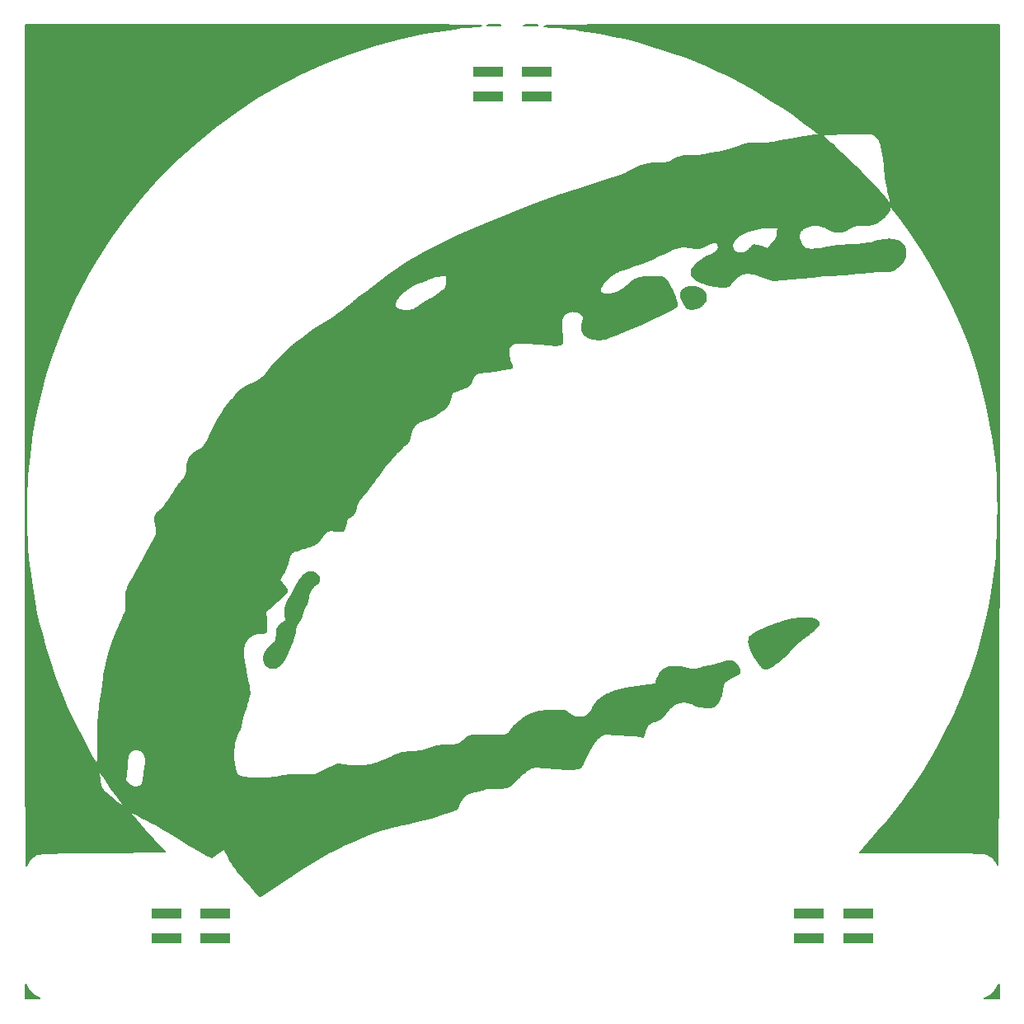
<source format=gbr>
%TF.GenerationSoftware,KiCad,Pcbnew,(6.0.7)*%
%TF.CreationDate,2022-09-20T10:57:57-07:00*%
%TF.ProjectId,DC31_Cnet_Badge_Front,44433331-5f43-46e6-9574-5f4261646765,rev?*%
%TF.SameCoordinates,Original*%
%TF.FileFunction,Soldermask,Bot*%
%TF.FilePolarity,Negative*%
%FSLAX46Y46*%
G04 Gerber Fmt 4.6, Leading zero omitted, Abs format (unit mm)*
G04 Created by KiCad (PCBNEW (6.0.7)) date 2022-09-20 10:57:57*
%MOMM*%
%LPD*%
G01*
G04 APERTURE LIST*
%ADD10C,0.200000*%
%ADD11R,3.150000X1.000000*%
G04 APERTURE END LIST*
D10*
G36*
X130243553Y-110926300D02*
G01*
X130438477Y-110939801D01*
X130621424Y-110961736D01*
X130791008Y-110991814D01*
X130945839Y-111029744D01*
X131084531Y-111075235D01*
X131205693Y-111127996D01*
X131307939Y-111187737D01*
X131389880Y-111254165D01*
X131422802Y-111289797D01*
X131450128Y-111326991D01*
X131471683Y-111365712D01*
X131487295Y-111405923D01*
X131496789Y-111447587D01*
X131499992Y-111490669D01*
X131497959Y-111512991D01*
X131491932Y-111537761D01*
X131482020Y-111564879D01*
X131468331Y-111594241D01*
X131450974Y-111625746D01*
X131430056Y-111659291D01*
X131377976Y-111732093D01*
X131312957Y-111811828D01*
X131235868Y-111897680D01*
X131147576Y-111988828D01*
X131048949Y-112084456D01*
X130940855Y-112183745D01*
X130824162Y-112285877D01*
X130699737Y-112390033D01*
X130568447Y-112495396D01*
X130431162Y-112601148D01*
X130288748Y-112706470D01*
X130142072Y-112810544D01*
X129992004Y-112912552D01*
X129921509Y-112961099D01*
X129846189Y-113016107D01*
X129766724Y-113076957D01*
X129683794Y-113143032D01*
X129510259Y-113288383D01*
X129331023Y-113447212D01*
X129151525Y-113614575D01*
X128977204Y-113785524D01*
X128813498Y-113955115D01*
X128737326Y-114037855D01*
X128665848Y-114118401D01*
X128515199Y-114285138D01*
X128342895Y-114464623D01*
X128154978Y-114651216D01*
X127957491Y-114839277D01*
X127756475Y-115023166D01*
X127557973Y-115197243D01*
X127368028Y-115355868D01*
X127192680Y-115493401D01*
X127023340Y-115618804D01*
X126867521Y-115729222D01*
X126724170Y-115824858D01*
X126592231Y-115905914D01*
X126470649Y-115972591D01*
X126358370Y-116025093D01*
X126305389Y-116046090D01*
X126254338Y-116063620D01*
X126205085Y-116077707D01*
X126157498Y-116088376D01*
X126111446Y-116095653D01*
X126066796Y-116099563D01*
X126023417Y-116100130D01*
X125981176Y-116097382D01*
X125939942Y-116091342D01*
X125899583Y-116082036D01*
X125859968Y-116069490D01*
X125820963Y-116053728D01*
X125782438Y-116034776D01*
X125744260Y-116012659D01*
X125706298Y-115987403D01*
X125668420Y-115959032D01*
X125592387Y-115893048D01*
X125515106Y-115814911D01*
X125515114Y-115814918D01*
X125485837Y-115781897D01*
X125452927Y-115741994D01*
X125377649Y-115643695D01*
X125292162Y-115524339D01*
X125199348Y-115388241D01*
X125102090Y-115239716D01*
X125003269Y-115083079D01*
X124905768Y-114922646D01*
X124812469Y-114762734D01*
X124721857Y-114599015D01*
X124640251Y-114441365D01*
X124567644Y-114289749D01*
X124504028Y-114144131D01*
X124449399Y-114004477D01*
X124403748Y-113870751D01*
X124367069Y-113742919D01*
X124339355Y-113620946D01*
X124320598Y-113504797D01*
X124310794Y-113394436D01*
X124309933Y-113289830D01*
X124318011Y-113190943D01*
X124335019Y-113097740D01*
X124360951Y-113010186D01*
X124395800Y-112928247D01*
X124439560Y-112851887D01*
X124479220Y-112799993D01*
X124531692Y-112745374D01*
X124672712Y-112628893D01*
X124857901Y-112504308D01*
X125082541Y-112373483D01*
X125341913Y-112238283D01*
X125631299Y-112100572D01*
X125945981Y-111962213D01*
X126281241Y-111825072D01*
X126632359Y-111691013D01*
X126994617Y-111561900D01*
X127363298Y-111439597D01*
X127733682Y-111325970D01*
X128101051Y-111222881D01*
X128460687Y-111132195D01*
X128807872Y-111055777D01*
X129137886Y-110995491D01*
X129371866Y-110962457D01*
X129600811Y-110939311D01*
X129823332Y-110925764D01*
X130038043Y-110921524D01*
X130243553Y-110926300D01*
G37*
X130243553Y-110926300D02*
X130438477Y-110939801D01*
X130621424Y-110961736D01*
X130791008Y-110991814D01*
X130945839Y-111029744D01*
X131084531Y-111075235D01*
X131205693Y-111127996D01*
X131307939Y-111187737D01*
X131389880Y-111254165D01*
X131422802Y-111289797D01*
X131450128Y-111326991D01*
X131471683Y-111365712D01*
X131487295Y-111405923D01*
X131496789Y-111447587D01*
X131499992Y-111490669D01*
X131497959Y-111512991D01*
X131491932Y-111537761D01*
X131482020Y-111564879D01*
X131468331Y-111594241D01*
X131450974Y-111625746D01*
X131430056Y-111659291D01*
X131377976Y-111732093D01*
X131312957Y-111811828D01*
X131235868Y-111897680D01*
X131147576Y-111988828D01*
X131048949Y-112084456D01*
X130940855Y-112183745D01*
X130824162Y-112285877D01*
X130699737Y-112390033D01*
X130568447Y-112495396D01*
X130431162Y-112601148D01*
X130288748Y-112706470D01*
X130142072Y-112810544D01*
X129992004Y-112912552D01*
X129921509Y-112961099D01*
X129846189Y-113016107D01*
X129766724Y-113076957D01*
X129683794Y-113143032D01*
X129510259Y-113288383D01*
X129331023Y-113447212D01*
X129151525Y-113614575D01*
X128977204Y-113785524D01*
X128813498Y-113955115D01*
X128737326Y-114037855D01*
X128665848Y-114118401D01*
X128515199Y-114285138D01*
X128342895Y-114464623D01*
X128154978Y-114651216D01*
X127957491Y-114839277D01*
X127756475Y-115023166D01*
X127557973Y-115197243D01*
X127368028Y-115355868D01*
X127192680Y-115493401D01*
X127023340Y-115618804D01*
X126867521Y-115729222D01*
X126724170Y-115824858D01*
X126592231Y-115905914D01*
X126470649Y-115972591D01*
X126358370Y-116025093D01*
X126305389Y-116046090D01*
X126254338Y-116063620D01*
X126205085Y-116077707D01*
X126157498Y-116088376D01*
X126111446Y-116095653D01*
X126066796Y-116099563D01*
X126023417Y-116100130D01*
X125981176Y-116097382D01*
X125939942Y-116091342D01*
X125899583Y-116082036D01*
X125859968Y-116069490D01*
X125820963Y-116053728D01*
X125782438Y-116034776D01*
X125744260Y-116012659D01*
X125706298Y-115987403D01*
X125668420Y-115959032D01*
X125592387Y-115893048D01*
X125515106Y-115814911D01*
X125515114Y-115814918D01*
X125485837Y-115781897D01*
X125452927Y-115741994D01*
X125377649Y-115643695D01*
X125292162Y-115524339D01*
X125199348Y-115388241D01*
X125102090Y-115239716D01*
X125003269Y-115083079D01*
X124905768Y-114922646D01*
X124812469Y-114762734D01*
X124721857Y-114599015D01*
X124640251Y-114441365D01*
X124567644Y-114289749D01*
X124504028Y-114144131D01*
X124449399Y-114004477D01*
X124403748Y-113870751D01*
X124367069Y-113742919D01*
X124339355Y-113620946D01*
X124320598Y-113504797D01*
X124310794Y-113394436D01*
X124309933Y-113289830D01*
X124318011Y-113190943D01*
X124335019Y-113097740D01*
X124360951Y-113010186D01*
X124395800Y-112928247D01*
X124439560Y-112851887D01*
X124479220Y-112799993D01*
X124531692Y-112745374D01*
X124672712Y-112628893D01*
X124857901Y-112504308D01*
X125082541Y-112373483D01*
X125341913Y-112238283D01*
X125631299Y-112100572D01*
X125945981Y-111962213D01*
X126281241Y-111825072D01*
X126632359Y-111691013D01*
X126994617Y-111561900D01*
X127363298Y-111439597D01*
X127733682Y-111325970D01*
X128101051Y-111222881D01*
X128460687Y-111132195D01*
X128807872Y-111055777D01*
X129137886Y-110995491D01*
X129371866Y-110962457D01*
X129600811Y-110939311D01*
X129823332Y-110925764D01*
X130038043Y-110921524D01*
X130243553Y-110926300D01*
G36*
X118573135Y-76905139D02*
G01*
X118728414Y-76920327D01*
X118876234Y-76945209D01*
X119016115Y-76979433D01*
X119147574Y-77022645D01*
X119270130Y-77074493D01*
X119383301Y-77134624D01*
X119436216Y-77167686D01*
X119486605Y-77202685D01*
X119534406Y-77239580D01*
X119579560Y-77278324D01*
X119622006Y-77318875D01*
X119661684Y-77361187D01*
X119698534Y-77405218D01*
X119732495Y-77450922D01*
X119763509Y-77498257D01*
X119791513Y-77547177D01*
X119816448Y-77597638D01*
X119838254Y-77649597D01*
X119856870Y-77703009D01*
X119872237Y-77757831D01*
X119884294Y-77814018D01*
X119892980Y-77871525D01*
X119898236Y-77930310D01*
X119900002Y-77990328D01*
X119897103Y-78058143D01*
X119888554Y-78125282D01*
X119874574Y-78191605D01*
X119855383Y-78256973D01*
X119831201Y-78321247D01*
X119802246Y-78384289D01*
X119768739Y-78445958D01*
X119730899Y-78506116D01*
X119688946Y-78564623D01*
X119643099Y-78621340D01*
X119593578Y-78676129D01*
X119540603Y-78728850D01*
X119484393Y-78779363D01*
X119425168Y-78827531D01*
X119363148Y-78873213D01*
X119298552Y-78916270D01*
X119231599Y-78956564D01*
X119162510Y-78993955D01*
X119091504Y-79028304D01*
X119018800Y-79059472D01*
X118944618Y-79087319D01*
X118869179Y-79111707D01*
X118792700Y-79132496D01*
X118715403Y-79149548D01*
X118637506Y-79162723D01*
X118559230Y-79171882D01*
X118480793Y-79176885D01*
X118402416Y-79177594D01*
X118324318Y-79173870D01*
X118246719Y-79165573D01*
X118169838Y-79152564D01*
X118093895Y-79134705D01*
X118093887Y-79134703D01*
X118070819Y-79126071D01*
X118046030Y-79112313D01*
X118019679Y-79093713D01*
X117991929Y-79070557D01*
X117932874Y-79011713D01*
X117870150Y-78938063D01*
X117805047Y-78851885D01*
X117738850Y-78755458D01*
X117672848Y-78651062D01*
X117608327Y-78540978D01*
X117546576Y-78427483D01*
X117488881Y-78312858D01*
X117436530Y-78199383D01*
X117390811Y-78089336D01*
X117353010Y-77984998D01*
X117324416Y-77888647D01*
X117313973Y-77844179D01*
X117306315Y-77802563D01*
X117301602Y-77764084D01*
X117299995Y-77729027D01*
X117301373Y-77684802D01*
X117305469Y-77641336D01*
X117312227Y-77598671D01*
X117321588Y-77556849D01*
X117333498Y-77515912D01*
X117347899Y-77475903D01*
X117364734Y-77436864D01*
X117383947Y-77398838D01*
X117405481Y-77361866D01*
X117429279Y-77325992D01*
X117455284Y-77291257D01*
X117483441Y-77257703D01*
X117513691Y-77225374D01*
X117545979Y-77194311D01*
X117580248Y-77164557D01*
X117616440Y-77136154D01*
X117654499Y-77109144D01*
X117694369Y-77083571D01*
X117735993Y-77059475D01*
X117779314Y-77036900D01*
X117824275Y-77015887D01*
X117870819Y-76996479D01*
X117918891Y-76978719D01*
X117968432Y-76962649D01*
X118019387Y-76948311D01*
X118071698Y-76935747D01*
X118125310Y-76925000D01*
X118180165Y-76916112D01*
X118236206Y-76909126D01*
X118293377Y-76904083D01*
X118351621Y-76901026D01*
X118410881Y-76899998D01*
X118573135Y-76905139D01*
G37*
X118573135Y-76905139D02*
X118728414Y-76920327D01*
X118876234Y-76945209D01*
X119016115Y-76979433D01*
X119147574Y-77022645D01*
X119270130Y-77074493D01*
X119383301Y-77134624D01*
X119436216Y-77167686D01*
X119486605Y-77202685D01*
X119534406Y-77239580D01*
X119579560Y-77278324D01*
X119622006Y-77318875D01*
X119661684Y-77361187D01*
X119698534Y-77405218D01*
X119732495Y-77450922D01*
X119763509Y-77498257D01*
X119791513Y-77547177D01*
X119816448Y-77597638D01*
X119838254Y-77649597D01*
X119856870Y-77703009D01*
X119872237Y-77757831D01*
X119884294Y-77814018D01*
X119892980Y-77871525D01*
X119898236Y-77930310D01*
X119900002Y-77990328D01*
X119897103Y-78058143D01*
X119888554Y-78125282D01*
X119874574Y-78191605D01*
X119855383Y-78256973D01*
X119831201Y-78321247D01*
X119802246Y-78384289D01*
X119768739Y-78445958D01*
X119730899Y-78506116D01*
X119688946Y-78564623D01*
X119643099Y-78621340D01*
X119593578Y-78676129D01*
X119540603Y-78728850D01*
X119484393Y-78779363D01*
X119425168Y-78827531D01*
X119363148Y-78873213D01*
X119298552Y-78916270D01*
X119231599Y-78956564D01*
X119162510Y-78993955D01*
X119091504Y-79028304D01*
X119018800Y-79059472D01*
X118944618Y-79087319D01*
X118869179Y-79111707D01*
X118792700Y-79132496D01*
X118715403Y-79149548D01*
X118637506Y-79162723D01*
X118559230Y-79171882D01*
X118480793Y-79176885D01*
X118402416Y-79177594D01*
X118324318Y-79173870D01*
X118246719Y-79165573D01*
X118169838Y-79152564D01*
X118093895Y-79134705D01*
X118093887Y-79134703D01*
X118070819Y-79126071D01*
X118046030Y-79112313D01*
X118019679Y-79093713D01*
X117991929Y-79070557D01*
X117932874Y-79011713D01*
X117870150Y-78938063D01*
X117805047Y-78851885D01*
X117738850Y-78755458D01*
X117672848Y-78651062D01*
X117608327Y-78540978D01*
X117546576Y-78427483D01*
X117488881Y-78312858D01*
X117436530Y-78199383D01*
X117390811Y-78089336D01*
X117353010Y-77984998D01*
X117324416Y-77888647D01*
X117313973Y-77844179D01*
X117306315Y-77802563D01*
X117301602Y-77764084D01*
X117299995Y-77729027D01*
X117301373Y-77684802D01*
X117305469Y-77641336D01*
X117312227Y-77598671D01*
X117321588Y-77556849D01*
X117333498Y-77515912D01*
X117347899Y-77475903D01*
X117364734Y-77436864D01*
X117383947Y-77398838D01*
X117405481Y-77361866D01*
X117429279Y-77325992D01*
X117455284Y-77291257D01*
X117483441Y-77257703D01*
X117513691Y-77225374D01*
X117545979Y-77194311D01*
X117580248Y-77164557D01*
X117616440Y-77136154D01*
X117654499Y-77109144D01*
X117694369Y-77083571D01*
X117735993Y-77059475D01*
X117779314Y-77036900D01*
X117824275Y-77015887D01*
X117870819Y-76996479D01*
X117918891Y-76978719D01*
X117968432Y-76962649D01*
X118019387Y-76948311D01*
X118071698Y-76935747D01*
X118125310Y-76925000D01*
X118180165Y-76916112D01*
X118236206Y-76909126D01*
X118293377Y-76904083D01*
X118351621Y-76901026D01*
X118410881Y-76899998D01*
X118573135Y-76905139D01*
G36*
X121179650Y-72641606D02*
G01*
X121158928Y-72549988D01*
X121150094Y-72518341D01*
X121139978Y-72488892D01*
X121128503Y-72461648D01*
X121115594Y-72436614D01*
X121101175Y-72413798D01*
X121085171Y-72393205D01*
X121067505Y-72374841D01*
X121048102Y-72358714D01*
X121026887Y-72344830D01*
X121003783Y-72333195D01*
X120978714Y-72323815D01*
X120951606Y-72316697D01*
X120922383Y-72311847D01*
X120890968Y-72309272D01*
X120857285Y-72308977D01*
X120821261Y-72310970D01*
X120782817Y-72315257D01*
X120741879Y-72321844D01*
X120698372Y-72330737D01*
X120652219Y-72341944D01*
X120603344Y-72355469D01*
X120551672Y-72371320D01*
X120497128Y-72389504D01*
X120439635Y-72410025D01*
X120379117Y-72432892D01*
X120315500Y-72458110D01*
X120248707Y-72485685D01*
X120178662Y-72515624D01*
X120105291Y-72547934D01*
X120028517Y-72582620D01*
X119864456Y-72659149D01*
X119623115Y-72772395D01*
X119521694Y-72818190D01*
X119430984Y-72857186D01*
X119349397Y-72889697D01*
X119275341Y-72916036D01*
X119207226Y-72936519D01*
X119143462Y-72951459D01*
X119082459Y-72961171D01*
X119022627Y-72965968D01*
X118962375Y-72966166D01*
X118900113Y-72962078D01*
X118834251Y-72954018D01*
X118763198Y-72942301D01*
X118599159Y-72909151D01*
X118394448Y-72867223D01*
X118204804Y-72833238D01*
X118027413Y-72807739D01*
X117859460Y-72791267D01*
X117698130Y-72784364D01*
X117540610Y-72787572D01*
X117384084Y-72801433D01*
X117225738Y-72826488D01*
X117062756Y-72863278D01*
X116892325Y-72912347D01*
X116711630Y-72974235D01*
X116517856Y-73049484D01*
X116308189Y-73138637D01*
X116079813Y-73242233D01*
X115829915Y-73360817D01*
X115555679Y-73494928D01*
X115226388Y-73652212D01*
X114855296Y-73819729D01*
X114452433Y-73993406D01*
X114027830Y-74169171D01*
X113591517Y-74342952D01*
X113153524Y-74510677D01*
X112723881Y-74668272D01*
X112312618Y-74811667D01*
X111729780Y-75010251D01*
X111275491Y-75170275D01*
X110925638Y-75303283D01*
X110782337Y-75363264D01*
X110656102Y-75420819D01*
X110543918Y-75477393D01*
X110442769Y-75534427D01*
X110349642Y-75593365D01*
X110261522Y-75655650D01*
X110175395Y-75722726D01*
X110088246Y-75796034D01*
X109898823Y-75967121D01*
X109803300Y-76057926D01*
X109711365Y-76150015D01*
X109623375Y-76242869D01*
X109539683Y-76335968D01*
X109460645Y-76428791D01*
X109386617Y-76520818D01*
X109317953Y-76611531D01*
X109255010Y-76700408D01*
X109198141Y-76786930D01*
X109147702Y-76870577D01*
X109104048Y-76950828D01*
X109067535Y-77027165D01*
X109038518Y-77099066D01*
X109017352Y-77166012D01*
X109004391Y-77227483D01*
X108999992Y-77282959D01*
X109000954Y-77305347D01*
X109003814Y-77327335D01*
X109008533Y-77348903D01*
X109015074Y-77370031D01*
X109023398Y-77390698D01*
X109033466Y-77410884D01*
X109045241Y-77430569D01*
X109058684Y-77449731D01*
X109073757Y-77468351D01*
X109090421Y-77486408D01*
X109108639Y-77503881D01*
X109128371Y-77520751D01*
X109149580Y-77536997D01*
X109172227Y-77552598D01*
X109196274Y-77567534D01*
X109221683Y-77581785D01*
X109248414Y-77595330D01*
X109276431Y-77608148D01*
X109305695Y-77620220D01*
X109336167Y-77631525D01*
X109367809Y-77642042D01*
X109400582Y-77651751D01*
X109434449Y-77660632D01*
X109469371Y-77668664D01*
X109505310Y-77675827D01*
X109542228Y-77682100D01*
X109580085Y-77687463D01*
X109618845Y-77691895D01*
X109658468Y-77695377D01*
X109698916Y-77697887D01*
X109740151Y-77699405D01*
X109782135Y-77699911D01*
X109902967Y-77694789D01*
X110029347Y-77679697D01*
X110160550Y-77654991D01*
X110295853Y-77621027D01*
X110434533Y-77578162D01*
X110575867Y-77526750D01*
X110719130Y-77467147D01*
X110863600Y-77399710D01*
X111008554Y-77324794D01*
X111153267Y-77242755D01*
X111297016Y-77153949D01*
X111439079Y-77058732D01*
X111578731Y-76957459D01*
X111715249Y-76850487D01*
X111847910Y-76738171D01*
X111975990Y-76620867D01*
X112092840Y-76513440D01*
X112208156Y-76416001D01*
X112323354Y-76328115D01*
X112439851Y-76249343D01*
X112559060Y-76179249D01*
X112620125Y-76147319D01*
X112682399Y-76117396D01*
X112746059Y-76089423D01*
X112811283Y-76063347D01*
X112878246Y-76039113D01*
X112947126Y-76016666D01*
X113091346Y-75976915D01*
X113245357Y-75943657D01*
X113410575Y-75916457D01*
X113588415Y-75894876D01*
X113780294Y-75878478D01*
X113987627Y-75866827D01*
X114211828Y-75859484D01*
X114454315Y-75856014D01*
X114667373Y-75855901D01*
X114857496Y-75859597D01*
X115026924Y-75868655D01*
X115177898Y-75884631D01*
X115247166Y-75895698D01*
X115312660Y-75909077D01*
X115374661Y-75924962D01*
X115433449Y-75943547D01*
X115489305Y-75965026D01*
X115542508Y-75989595D01*
X115593339Y-76017446D01*
X115642077Y-76048774D01*
X115689002Y-76083774D01*
X115734396Y-76122639D01*
X115778537Y-76165563D01*
X115821706Y-76212742D01*
X115864184Y-76264369D01*
X115906250Y-76320638D01*
X115990266Y-76447880D01*
X116075997Y-76596023D01*
X116165683Y-76766619D01*
X116261564Y-76961222D01*
X116365883Y-77181387D01*
X116458031Y-77383432D01*
X116546062Y-77586371D01*
X116627902Y-77784728D01*
X116701475Y-77973028D01*
X116764708Y-78145797D01*
X116815526Y-78297561D01*
X116851855Y-78422843D01*
X116863938Y-78473844D01*
X116871620Y-78516171D01*
X116879932Y-78577306D01*
X116886093Y-78632031D01*
X116889640Y-78681121D01*
X116890288Y-78703794D01*
X116890109Y-78725349D01*
X116889045Y-78745881D01*
X116887037Y-78765489D01*
X116884029Y-78784268D01*
X116879961Y-78802316D01*
X116874776Y-78819729D01*
X116868416Y-78836605D01*
X116860824Y-78853039D01*
X116851940Y-78869128D01*
X116841708Y-78884970D01*
X116830069Y-78900661D01*
X116816965Y-78916298D01*
X116802339Y-78931977D01*
X116786132Y-78947796D01*
X116768286Y-78963851D01*
X116748744Y-78980239D01*
X116727448Y-78997057D01*
X116679361Y-79032369D01*
X116623561Y-79070561D01*
X116559585Y-79112408D01*
X116486969Y-79158684D01*
X116345873Y-79244456D01*
X116180287Y-79338888D01*
X115778349Y-79552474D01*
X115286570Y-79796929D01*
X114710365Y-80069740D01*
X114055151Y-80368394D01*
X113326342Y-80690378D01*
X112529354Y-81033178D01*
X111669601Y-81394281D01*
X111024912Y-81660333D01*
X110505801Y-81869547D01*
X110092141Y-82028508D01*
X109763804Y-82143801D01*
X109500660Y-82222010D01*
X109387246Y-82249266D01*
X109282582Y-82269721D01*
X109184153Y-82284197D01*
X109089442Y-82293519D01*
X108901112Y-82299988D01*
X108774578Y-82298567D01*
X108655459Y-82294191D01*
X108543237Y-82286688D01*
X108437393Y-82275883D01*
X108337409Y-82261607D01*
X108242768Y-82243686D01*
X108152952Y-82221948D01*
X108067442Y-82196220D01*
X107985720Y-82166331D01*
X107907269Y-82132108D01*
X107831570Y-82093379D01*
X107758106Y-82049972D01*
X107686358Y-82001714D01*
X107615809Y-81948433D01*
X107545941Y-81889957D01*
X107476234Y-81826113D01*
X107442667Y-81792910D01*
X107410772Y-81758956D01*
X107380555Y-81724272D01*
X107352018Y-81688879D01*
X107325166Y-81652801D01*
X107300002Y-81616058D01*
X107276529Y-81578672D01*
X107254753Y-81540666D01*
X107234675Y-81502061D01*
X107216301Y-81462878D01*
X107199633Y-81423140D01*
X107184675Y-81382869D01*
X107171432Y-81342086D01*
X107159907Y-81300813D01*
X107150103Y-81259072D01*
X107142024Y-81216885D01*
X107135674Y-81174274D01*
X107131057Y-81131260D01*
X107128177Y-81087865D01*
X107127036Y-81044111D01*
X107127640Y-81000020D01*
X107129990Y-80955614D01*
X107134093Y-80910915D01*
X107139950Y-80865943D01*
X107147566Y-80820722D01*
X107156944Y-80775273D01*
X107168088Y-80729618D01*
X107181002Y-80683778D01*
X107212155Y-80591633D01*
X107250431Y-80499012D01*
X107286838Y-80414831D01*
X107316943Y-80337095D01*
X107340570Y-80265223D01*
X107349899Y-80231305D01*
X107357543Y-80198637D01*
X107363480Y-80167144D01*
X107367688Y-80136756D01*
X107370144Y-80107399D01*
X107370828Y-80079001D01*
X107369716Y-80051490D01*
X107366787Y-80024794D01*
X107362020Y-79998839D01*
X107355391Y-79973553D01*
X107346880Y-79948865D01*
X107336464Y-79924702D01*
X107324121Y-79900990D01*
X107309830Y-79877658D01*
X107293568Y-79854634D01*
X107275313Y-79831844D01*
X107255044Y-79809217D01*
X107232739Y-79786680D01*
X107208375Y-79764161D01*
X107181931Y-79741587D01*
X107122714Y-79695984D01*
X107054913Y-79649294D01*
X106978352Y-79600935D01*
X106897796Y-79556148D01*
X106813146Y-79517277D01*
X106724995Y-79484326D01*
X106633937Y-79457295D01*
X106540564Y-79436188D01*
X106445471Y-79421007D01*
X106349250Y-79411753D01*
X106252495Y-79408430D01*
X106155799Y-79411038D01*
X106059756Y-79419582D01*
X105964960Y-79434062D01*
X105872003Y-79454481D01*
X105781478Y-79480841D01*
X105693981Y-79513144D01*
X105610103Y-79551394D01*
X105530438Y-79595591D01*
X105486917Y-79623312D01*
X105445539Y-79652156D01*
X105406279Y-79682222D01*
X105369115Y-79713608D01*
X105334025Y-79746413D01*
X105300985Y-79780737D01*
X105269974Y-79816679D01*
X105240968Y-79854337D01*
X105213945Y-79893811D01*
X105188882Y-79935199D01*
X105165756Y-79978601D01*
X105144545Y-80024115D01*
X105125227Y-80071842D01*
X105107777Y-80121879D01*
X105092175Y-80174325D01*
X105078397Y-80229281D01*
X105066420Y-80286844D01*
X105056222Y-80347114D01*
X105047780Y-80410189D01*
X105041072Y-80476170D01*
X105036075Y-80545154D01*
X105032765Y-80617241D01*
X105031122Y-80692530D01*
X105031121Y-80771120D01*
X105035957Y-80938598D01*
X105047092Y-81120468D01*
X105064346Y-81317522D01*
X105087536Y-81530552D01*
X105108871Y-81725273D01*
X105126369Y-81913204D01*
X105139817Y-82089783D01*
X105149006Y-82250448D01*
X105153723Y-82390638D01*
X105153759Y-82505790D01*
X105148901Y-82591343D01*
X105144571Y-82621594D01*
X105138939Y-82642734D01*
X105129959Y-82663502D01*
X105119302Y-82683335D01*
X105106949Y-82702236D01*
X105092877Y-82720210D01*
X105077066Y-82737260D01*
X105059495Y-82753390D01*
X105040143Y-82768604D01*
X105018989Y-82782905D01*
X104996013Y-82796298D01*
X104971193Y-82808786D01*
X104944508Y-82820372D01*
X104915938Y-82831061D01*
X104885462Y-82840856D01*
X104853058Y-82849762D01*
X104818706Y-82857781D01*
X104782385Y-82864917D01*
X104744074Y-82871175D01*
X104703753Y-82876558D01*
X104661399Y-82881070D01*
X104616992Y-82884714D01*
X104570512Y-82887495D01*
X104521938Y-82889416D01*
X104418421Y-82890692D01*
X104306275Y-82888574D01*
X104185333Y-82883092D01*
X104055427Y-82874274D01*
X103916390Y-82862152D01*
X102700397Y-82759062D01*
X101557662Y-82684580D01*
X101072989Y-82661289D01*
X100677698Y-82649016D01*
X100395477Y-82649051D01*
X100304170Y-82654086D01*
X100250015Y-82662682D01*
X100228472Y-82669893D01*
X100205243Y-82678999D01*
X100180545Y-82689863D01*
X100154597Y-82702347D01*
X100127616Y-82716316D01*
X100099821Y-82731634D01*
X100071428Y-82748163D01*
X100042657Y-82765767D01*
X100013725Y-82784309D01*
X99984849Y-82803654D01*
X99956249Y-82823665D01*
X99928141Y-82844204D01*
X99900743Y-82865137D01*
X99874274Y-82886325D01*
X99848952Y-82907633D01*
X99824993Y-82928925D01*
X99798216Y-82955643D01*
X99773113Y-82985168D01*
X99749687Y-83017384D01*
X99727939Y-83052173D01*
X99707870Y-83089416D01*
X99689481Y-83128998D01*
X99672775Y-83170799D01*
X99657751Y-83214704D01*
X99644412Y-83260593D01*
X99632759Y-83308350D01*
X99614517Y-83408998D01*
X99603035Y-83515707D01*
X99598323Y-83627537D01*
X99600394Y-83743549D01*
X99609258Y-83862801D01*
X99624925Y-83984355D01*
X99647408Y-84107271D01*
X99676716Y-84230608D01*
X99712860Y-84353427D01*
X99755852Y-84474788D01*
X99805702Y-84593750D01*
X99845194Y-84685359D01*
X99880203Y-84775598D01*
X99910095Y-84862149D01*
X99934235Y-84942697D01*
X99943949Y-84979996D01*
X99951987Y-85014925D01*
X99958270Y-85047195D01*
X99962718Y-85076516D01*
X99965251Y-85102599D01*
X99965791Y-85125154D01*
X99964257Y-85143892D01*
X99960571Y-85158524D01*
X99953744Y-85170859D01*
X99942692Y-85183241D01*
X99927386Y-85195674D01*
X99907798Y-85208164D01*
X99883896Y-85220716D01*
X99855652Y-85233335D01*
X99786018Y-85258798D01*
X99698659Y-85284596D01*
X99593336Y-85310770D01*
X99469814Y-85337365D01*
X99327855Y-85364422D01*
X99167222Y-85391985D01*
X98987678Y-85420095D01*
X98788986Y-85448798D01*
X98570908Y-85478133D01*
X98333208Y-85508146D01*
X98075649Y-85538878D01*
X97500004Y-85602673D01*
X97284573Y-85627970D01*
X97074881Y-85657194D01*
X96876141Y-85689302D01*
X96693564Y-85723254D01*
X96532362Y-85758007D01*
X96397750Y-85792520D01*
X96294939Y-85825752D01*
X96257088Y-85841561D01*
X96229141Y-85856659D01*
X96217665Y-85864484D01*
X96206025Y-85873238D01*
X96182347Y-85893391D01*
X96158281Y-85916843D01*
X96134002Y-85943317D01*
X96109682Y-85972535D01*
X96085497Y-86004222D01*
X96061621Y-86038102D01*
X96038229Y-86073896D01*
X96015493Y-86111330D01*
X95993589Y-86150127D01*
X95972690Y-86190009D01*
X95952972Y-86230701D01*
X95934608Y-86271925D01*
X95917772Y-86313406D01*
X95902638Y-86354867D01*
X95889381Y-86396030D01*
X95856889Y-86495804D01*
X95820931Y-86588543D01*
X95801419Y-86632461D01*
X95780762Y-86674844D01*
X95758866Y-86715767D01*
X95735638Y-86755305D01*
X95710986Y-86793532D01*
X95684817Y-86830524D01*
X95657037Y-86866355D01*
X95627554Y-86901099D01*
X95596274Y-86934832D01*
X95563104Y-86967628D01*
X95527952Y-86999563D01*
X95490725Y-87030710D01*
X95451329Y-87061144D01*
X95409671Y-87090941D01*
X95365659Y-87120174D01*
X95319200Y-87148920D01*
X95270200Y-87177251D01*
X95218567Y-87205244D01*
X95107028Y-87260512D01*
X94983840Y-87315322D01*
X94848258Y-87370271D01*
X94699539Y-87425957D01*
X94536938Y-87482979D01*
X93753742Y-87750004D01*
X93683395Y-88167362D01*
X93666201Y-88257124D01*
X93644240Y-88352311D01*
X93618417Y-88450023D01*
X93589634Y-88547357D01*
X93558797Y-88641412D01*
X93526810Y-88729285D01*
X93494575Y-88808074D01*
X93478648Y-88843156D01*
X93462997Y-88874878D01*
X93429379Y-88935920D01*
X93391527Y-88997299D01*
X93349546Y-89058945D01*
X93303539Y-89120789D01*
X93253609Y-89182762D01*
X93199861Y-89244794D01*
X93081322Y-89368762D01*
X92948752Y-89492137D01*
X92802979Y-89614368D01*
X92644832Y-89734901D01*
X92475141Y-89853181D01*
X92294733Y-89968657D01*
X92104438Y-90080773D01*
X91905085Y-90188978D01*
X91697502Y-90292717D01*
X91482519Y-90391437D01*
X91260965Y-90484584D01*
X91033667Y-90571605D01*
X90801457Y-90651947D01*
X90662081Y-90700212D01*
X90534157Y-90750291D01*
X90416980Y-90802999D01*
X90309842Y-90859153D01*
X90259817Y-90888779D01*
X90212037Y-90919572D01*
X90166414Y-90951635D01*
X90122860Y-90985071D01*
X90081286Y-91019981D01*
X90041603Y-91056467D01*
X90003725Y-91094631D01*
X89967562Y-91134577D01*
X89933026Y-91176405D01*
X89900028Y-91220218D01*
X89868482Y-91266118D01*
X89838298Y-91314207D01*
X89809387Y-91364587D01*
X89781663Y-91417360D01*
X89729417Y-91530495D01*
X89680856Y-91654428D01*
X89635271Y-91789976D01*
X89591958Y-91937957D01*
X89550209Y-92099186D01*
X89499609Y-92295190D01*
X89474892Y-92382473D01*
X89450343Y-92463081D01*
X89425796Y-92537366D01*
X89401085Y-92605680D01*
X89376044Y-92668377D01*
X89350507Y-92725809D01*
X89324308Y-92778328D01*
X89297281Y-92826288D01*
X89269260Y-92870040D01*
X89240080Y-92909938D01*
X89209574Y-92946334D01*
X89177577Y-92979580D01*
X89143922Y-93010030D01*
X89108444Y-93038036D01*
X88979543Y-93139259D01*
X88835574Y-93263305D01*
X88678292Y-93408199D01*
X88509451Y-93571964D01*
X88330808Y-93752625D01*
X88144116Y-93948206D01*
X87951131Y-94156730D01*
X87753607Y-94376221D01*
X87351964Y-94840201D01*
X86953227Y-95324337D01*
X86759334Y-95569023D01*
X86571433Y-95812820D01*
X86391278Y-96053751D01*
X86220623Y-96289841D01*
X86014287Y-96577400D01*
X85797664Y-96873373D01*
X85359424Y-97456724D01*
X84957634Y-97972223D01*
X84786575Y-98183381D01*
X84644028Y-98352200D01*
X84478364Y-98546222D01*
X84406688Y-98633574D01*
X84341966Y-98715304D01*
X84283832Y-98792027D01*
X84231923Y-98864356D01*
X84185877Y-98932905D01*
X84145328Y-98998287D01*
X84109914Y-99061117D01*
X84079271Y-99122008D01*
X84053036Y-99181574D01*
X84030844Y-99240429D01*
X84012333Y-99299186D01*
X83997138Y-99358460D01*
X83984895Y-99418863D01*
X83975243Y-99481010D01*
X83959699Y-99580095D01*
X83940215Y-99675237D01*
X83916860Y-99766329D01*
X83889701Y-99853264D01*
X83858810Y-99935937D01*
X83824255Y-100014241D01*
X83786104Y-100088068D01*
X83744428Y-100157312D01*
X83699296Y-100221867D01*
X83650776Y-100281626D01*
X83598938Y-100336482D01*
X83543851Y-100386328D01*
X83485584Y-100431059D01*
X83424206Y-100470567D01*
X83359788Y-100504746D01*
X83292397Y-100533489D01*
X83249438Y-100550568D01*
X83210530Y-100568062D01*
X83192512Y-100577099D01*
X83175406Y-100586401D01*
X83159180Y-100596020D01*
X83143801Y-100606009D01*
X83129234Y-100616423D01*
X83115448Y-100627315D01*
X83102407Y-100638738D01*
X83090081Y-100650745D01*
X83078434Y-100663390D01*
X83067435Y-100676726D01*
X83057049Y-100690807D01*
X83047244Y-100705685D01*
X83037985Y-100721415D01*
X83029241Y-100738049D01*
X83020978Y-100755641D01*
X83013162Y-100774245D01*
X83005760Y-100793913D01*
X82998740Y-100814699D01*
X82992067Y-100836656D01*
X82985709Y-100859838D01*
X82973804Y-100910091D01*
X82962758Y-100965882D01*
X82952305Y-101027640D01*
X82942181Y-101095791D01*
X82926323Y-101191847D01*
X82905666Y-101290765D01*
X82881082Y-101389715D01*
X82853442Y-101485866D01*
X82823617Y-101576387D01*
X82792479Y-101658449D01*
X82776690Y-101695422D01*
X82760899Y-101729220D01*
X82745215Y-101759487D01*
X82729748Y-101785870D01*
X82704156Y-101825555D01*
X82691891Y-101843552D01*
X82679792Y-101860353D01*
X82667717Y-101875984D01*
X82655525Y-101890473D01*
X82643074Y-101903844D01*
X82630222Y-101916125D01*
X82616828Y-101927341D01*
X82602750Y-101937518D01*
X82587848Y-101946683D01*
X82571978Y-101954862D01*
X82555001Y-101962081D01*
X82536773Y-101968367D01*
X82517154Y-101973744D01*
X82496003Y-101978241D01*
X82473177Y-101981882D01*
X82448535Y-101984694D01*
X82421935Y-101986703D01*
X82393237Y-101987936D01*
X82362298Y-101988418D01*
X82328977Y-101988176D01*
X82293132Y-101987236D01*
X82254622Y-101985624D01*
X82169040Y-101980489D01*
X82071099Y-101972981D01*
X81959667Y-101963309D01*
X81833610Y-101951683D01*
X81683877Y-101938367D01*
X81550337Y-101928696D01*
X81431216Y-101923550D01*
X81324743Y-101923807D01*
X81275694Y-101926237D01*
X81229143Y-101930347D01*
X81184867Y-101936248D01*
X81142644Y-101944049D01*
X81102254Y-101953860D01*
X81063473Y-101965791D01*
X81026082Y-101979953D01*
X80989857Y-101996454D01*
X80954578Y-102015405D01*
X80920023Y-102036915D01*
X80885969Y-102061095D01*
X80852197Y-102088055D01*
X80818483Y-102117903D01*
X80784607Y-102150751D01*
X80715479Y-102225884D01*
X80643042Y-102314332D01*
X80565520Y-102416974D01*
X80481143Y-102534690D01*
X80388136Y-102668358D01*
X80311616Y-102775952D01*
X80236056Y-102874702D01*
X80160076Y-102965430D01*
X80121497Y-103008042D01*
X80082296Y-103048957D01*
X80042300Y-103088277D01*
X80001336Y-103126105D01*
X79959233Y-103162543D01*
X79915817Y-103197695D01*
X79870916Y-103231662D01*
X79824358Y-103264548D01*
X79775970Y-103296456D01*
X79725579Y-103327487D01*
X79673014Y-103357745D01*
X79618101Y-103387332D01*
X79560668Y-103416352D01*
X79500543Y-103444906D01*
X79371526Y-103501029D01*
X79229670Y-103556523D01*
X79073594Y-103612210D01*
X78901918Y-103668910D01*
X78713264Y-103727446D01*
X78506250Y-103788639D01*
X78296688Y-103851683D01*
X78093942Y-103917052D01*
X77902969Y-103982846D01*
X77728724Y-104047165D01*
X77576161Y-104108110D01*
X77450237Y-104163783D01*
X77355906Y-104212282D01*
X77322137Y-104233248D01*
X77298124Y-104251709D01*
X77279068Y-104270788D01*
X77259841Y-104293567D01*
X77240573Y-104319749D01*
X77221394Y-104349035D01*
X77202432Y-104381126D01*
X77183818Y-104415724D01*
X77165681Y-104452530D01*
X77148151Y-104491245D01*
X77131358Y-104531572D01*
X77115431Y-104573212D01*
X77100500Y-104615866D01*
X77086694Y-104659236D01*
X77074143Y-104703024D01*
X77062977Y-104746930D01*
X77053325Y-104790656D01*
X77045317Y-104833904D01*
X77026096Y-104940018D01*
X77003789Y-105046048D01*
X76978423Y-105151921D01*
X76950030Y-105257563D01*
X76918639Y-105362897D01*
X76884280Y-105467851D01*
X76846983Y-105572349D01*
X76806779Y-105676317D01*
X76763697Y-105779679D01*
X76717767Y-105882362D01*
X76669019Y-105984291D01*
X76617484Y-106085391D01*
X76563190Y-106185588D01*
X76506169Y-106284807D01*
X76446449Y-106382972D01*
X76384062Y-106480011D01*
X76327002Y-106567857D01*
X76273770Y-106652644D01*
X76225532Y-106732312D01*
X76183451Y-106804804D01*
X76148693Y-106868061D01*
X76122424Y-106920025D01*
X76112836Y-106941129D01*
X76105808Y-106958638D01*
X76101484Y-106972295D01*
X76100010Y-106981842D01*
X76100533Y-106986157D01*
X76102085Y-106991670D01*
X76108174Y-107006149D01*
X76118072Y-107024995D01*
X76131573Y-107047924D01*
X76148472Y-107074649D01*
X76168565Y-107104886D01*
X76191646Y-107138350D01*
X76217510Y-107174757D01*
X76276768Y-107255255D01*
X76344697Y-107344101D01*
X76419658Y-107439014D01*
X76500010Y-107537716D01*
X76580361Y-107637063D01*
X76655323Y-107733825D01*
X76723252Y-107825591D01*
X76782510Y-107909953D01*
X76831455Y-107984502D01*
X76868447Y-108046827D01*
X76881948Y-108072653D01*
X76891845Y-108094520D01*
X76897934Y-108112127D01*
X76900009Y-108125172D01*
X76898477Y-108136475D01*
X76893878Y-108150198D01*
X76886206Y-108166347D01*
X76875456Y-108184927D01*
X76844695Y-108229403D01*
X76801550Y-108283672D01*
X76745975Y-108347780D01*
X76677925Y-108421772D01*
X76597353Y-108505694D01*
X76504213Y-108599592D01*
X76398461Y-108703511D01*
X76280049Y-108817497D01*
X76148931Y-108941596D01*
X76005063Y-109075853D01*
X75678890Y-109375023D01*
X75301163Y-109715374D01*
X74669136Y-110280746D01*
X74735989Y-111231808D01*
X74753912Y-111506933D01*
X74764478Y-111728701D01*
X74767037Y-111904432D01*
X74765112Y-111977321D01*
X74760942Y-112041444D01*
X74754446Y-112097718D01*
X74745544Y-112147056D01*
X74734154Y-112190373D01*
X74720195Y-112228585D01*
X74703587Y-112262606D01*
X74684247Y-112293350D01*
X74662095Y-112321734D01*
X74637051Y-112348671D01*
X74617771Y-112366695D01*
X74597358Y-112383394D01*
X74575922Y-112398737D01*
X74553573Y-112412691D01*
X74530423Y-112425224D01*
X74506581Y-112436304D01*
X74482160Y-112445898D01*
X74457269Y-112453974D01*
X74432020Y-112460500D01*
X74406523Y-112465443D01*
X74380889Y-112468772D01*
X74355229Y-112470454D01*
X74329653Y-112470457D01*
X74304273Y-112468748D01*
X74279199Y-112465296D01*
X74254541Y-112460068D01*
X74198048Y-112448325D01*
X74139647Y-112440860D01*
X74079537Y-112437545D01*
X74017918Y-112438256D01*
X73954988Y-112442865D01*
X73890947Y-112451246D01*
X73825994Y-112463274D01*
X73760327Y-112478822D01*
X73627650Y-112519974D01*
X73494507Y-112573692D01*
X73362491Y-112638968D01*
X73233195Y-112714791D01*
X73108210Y-112800154D01*
X72989129Y-112894046D01*
X72877544Y-112995458D01*
X72775048Y-113103381D01*
X72683231Y-113216805D01*
X72641826Y-113275265D01*
X72603688Y-113334722D01*
X72569016Y-113395049D01*
X72538009Y-113456121D01*
X72510866Y-113517812D01*
X72487787Y-113579994D01*
X72453764Y-113696219D01*
X72426082Y-113823710D01*
X72404745Y-113962482D01*
X72389752Y-114112551D01*
X72381105Y-114273931D01*
X72378804Y-114446640D01*
X72382852Y-114630691D01*
X72393248Y-114826100D01*
X72409995Y-115032884D01*
X72433092Y-115251056D01*
X72462541Y-115480633D01*
X72498344Y-115721630D01*
X72540500Y-115974062D01*
X72589012Y-116237945D01*
X72643880Y-116513294D01*
X72705105Y-116800125D01*
X72829017Y-117390701D01*
X72930471Y-117926909D01*
X72969504Y-118156169D01*
X72998997Y-118349691D01*
X73017641Y-118500092D01*
X73024128Y-118599991D01*
X73022265Y-118640931D01*
X73016826Y-118691094D01*
X73007993Y-118749779D01*
X72995949Y-118816283D01*
X72962960Y-118969942D01*
X72919321Y-119146459D01*
X72866495Y-119340217D01*
X72805946Y-119545604D01*
X72739134Y-119757004D01*
X72667524Y-119968803D01*
X72593622Y-120186123D01*
X72520239Y-120413339D01*
X72449299Y-120643727D01*
X72382725Y-120870565D01*
X72322442Y-121087131D01*
X72270372Y-121286699D01*
X72228439Y-121462549D01*
X72198566Y-121607956D01*
X72173079Y-121736981D01*
X72143713Y-121865880D01*
X72111509Y-121991222D01*
X72077511Y-122109575D01*
X72042760Y-122217509D01*
X72008300Y-122311594D01*
X71991504Y-122352370D01*
X71975172Y-122388397D01*
X71959434Y-122419246D01*
X71944420Y-122444488D01*
X71883087Y-122544478D01*
X71824348Y-122653009D01*
X71768371Y-122769421D01*
X71715324Y-122893056D01*
X71665375Y-123023253D01*
X71618693Y-123159354D01*
X71575445Y-123300699D01*
X71535802Y-123446629D01*
X71499930Y-123596483D01*
X71467999Y-123749604D01*
X71440176Y-123905332D01*
X71416629Y-124063006D01*
X71397528Y-124221969D01*
X71383041Y-124381560D01*
X71373335Y-124541120D01*
X71368580Y-124699989D01*
X71368390Y-124890261D01*
X71372958Y-125081644D01*
X71382014Y-125272628D01*
X71395286Y-125461700D01*
X71433402Y-125828061D01*
X71457705Y-126002324D01*
X71485144Y-126168628D01*
X71515450Y-126325459D01*
X71548351Y-126471305D01*
X71583578Y-126604654D01*
X71620860Y-126723994D01*
X71659928Y-126827813D01*
X71700510Y-126914599D01*
X71742337Y-126982839D01*
X71785139Y-127031021D01*
X71835830Y-127070630D01*
X71894424Y-127108120D01*
X71960681Y-127143481D01*
X72034363Y-127176705D01*
X72203047Y-127236703D01*
X72398567Y-127288038D01*
X72619012Y-127330636D01*
X72862472Y-127364422D01*
X73127038Y-127389322D01*
X73410801Y-127405261D01*
X73711849Y-127412165D01*
X74028274Y-127409958D01*
X74358165Y-127398566D01*
X74699613Y-127377916D01*
X75050708Y-127347931D01*
X75409540Y-127308537D01*
X75774200Y-127259660D01*
X76142777Y-127201225D01*
X76447344Y-127152452D01*
X76746139Y-127111392D01*
X77041341Y-127077878D01*
X77335130Y-127051745D01*
X77629685Y-127032824D01*
X77927184Y-127020951D01*
X78229808Y-127015957D01*
X78539736Y-127017677D01*
X79750011Y-127036995D01*
X82021805Y-125974251D01*
X82885910Y-126062119D01*
X83242157Y-126095771D01*
X83572302Y-126120860D01*
X83880281Y-126136633D01*
X84170026Y-126142342D01*
X84445473Y-126137237D01*
X84710556Y-126120568D01*
X84969209Y-126091586D01*
X85225366Y-126049540D01*
X85482963Y-125993680D01*
X85745932Y-125923258D01*
X86018209Y-125837523D01*
X86303728Y-125735726D01*
X86606424Y-125617116D01*
X86930229Y-125480945D01*
X87279080Y-125326461D01*
X87656910Y-125152916D01*
X87940514Y-125023115D01*
X88064031Y-124969155D01*
X88178232Y-124921784D01*
X88285273Y-124880472D01*
X88387312Y-124844693D01*
X88486504Y-124813915D01*
X88585005Y-124787612D01*
X88684972Y-124765254D01*
X88788561Y-124746313D01*
X88897928Y-124730259D01*
X89015230Y-124716564D01*
X89142622Y-124704701D01*
X89282262Y-124694139D01*
X89606907Y-124674805D01*
X89897249Y-124656525D01*
X90155024Y-124633686D01*
X90388383Y-124604706D01*
X90498453Y-124587419D01*
X90605476Y-124568004D01*
X90710470Y-124546262D01*
X90814454Y-124521997D01*
X90918448Y-124495010D01*
X91023469Y-124465104D01*
X91240670Y-124395743D01*
X91474209Y-124312332D01*
X91717492Y-124224520D01*
X91827023Y-124187565D01*
X91930287Y-124154925D01*
X92028641Y-124126363D01*
X92123441Y-124101639D01*
X92216042Y-124080515D01*
X92307799Y-124062751D01*
X92400070Y-124048109D01*
X92494209Y-124036351D01*
X92591572Y-124027237D01*
X92693515Y-124020528D01*
X92801395Y-124015987D01*
X92916566Y-124013374D01*
X93174206Y-124012978D01*
X93362544Y-124012442D01*
X93539516Y-124007415D01*
X93705781Y-123997679D01*
X93861997Y-123983014D01*
X94008823Y-123963202D01*
X94146920Y-123938025D01*
X94276945Y-123907263D01*
X94399558Y-123870698D01*
X94515417Y-123828111D01*
X94625183Y-123779283D01*
X94729513Y-123723996D01*
X94829067Y-123662030D01*
X94924504Y-123593167D01*
X95016483Y-123517189D01*
X95105663Y-123433876D01*
X95192703Y-123343010D01*
X95256019Y-123274336D01*
X95285892Y-123243229D01*
X95315128Y-123214194D01*
X95344142Y-123187171D01*
X95373348Y-123162098D01*
X95403161Y-123138913D01*
X95433995Y-123117557D01*
X95466266Y-123097968D01*
X95500386Y-123080085D01*
X95536773Y-123063846D01*
X95575838Y-123049192D01*
X95617998Y-123036060D01*
X95663667Y-123024390D01*
X95713259Y-123014121D01*
X95767190Y-123005192D01*
X95825872Y-122997541D01*
X95889722Y-122991108D01*
X95959154Y-122985832D01*
X96034582Y-122981651D01*
X96116421Y-122978505D01*
X96205085Y-122976332D01*
X96300989Y-122975072D01*
X96404548Y-122974663D01*
X96636288Y-122976156D01*
X96903622Y-122980322D01*
X97558334Y-122994721D01*
X98148979Y-123005254D01*
X98395389Y-123005761D01*
X98612639Y-123002223D01*
X98803313Y-122993987D01*
X98969997Y-122980401D01*
X99115274Y-122960812D01*
X99241730Y-122934565D01*
X99351951Y-122901010D01*
X99448520Y-122859491D01*
X99534024Y-122809357D01*
X99611047Y-122749954D01*
X99682173Y-122680629D01*
X99749989Y-122600729D01*
X99817079Y-122509602D01*
X99886028Y-122406593D01*
X99961879Y-122296257D01*
X100046382Y-122185825D01*
X100139160Y-122075595D01*
X100239839Y-121965862D01*
X100348041Y-121856924D01*
X100463390Y-121749077D01*
X100585511Y-121642619D01*
X100714027Y-121537847D01*
X100848562Y-121435056D01*
X100988739Y-121334544D01*
X101134183Y-121236608D01*
X101284517Y-121141545D01*
X101439365Y-121049650D01*
X101598350Y-120961222D01*
X101761098Y-120876557D01*
X101927231Y-120795952D01*
X102039322Y-120744105D01*
X102142553Y-120698086D01*
X102239330Y-120657466D01*
X102332055Y-120621815D01*
X102423133Y-120590705D01*
X102514968Y-120563707D01*
X102609964Y-120540393D01*
X102710526Y-120520333D01*
X102819057Y-120503099D01*
X102937962Y-120488262D01*
X103069644Y-120475393D01*
X103216508Y-120464063D01*
X103380958Y-120453843D01*
X103565398Y-120444306D01*
X104003864Y-120425560D01*
X104466197Y-120407816D01*
X104817477Y-120397619D01*
X105077093Y-120397252D01*
X105178588Y-120401468D01*
X105264437Y-120408998D01*
X105337066Y-120420126D01*
X105398898Y-120435139D01*
X105452357Y-120454321D01*
X105499866Y-120477959D01*
X105543849Y-120506336D01*
X105586731Y-120539740D01*
X105678883Y-120622765D01*
X105750148Y-120687520D01*
X105819535Y-120747039D01*
X105887396Y-120801478D01*
X105954080Y-120850993D01*
X106019938Y-120895739D01*
X106085320Y-120935874D01*
X106150577Y-120971552D01*
X106216058Y-121002931D01*
X106282114Y-121030166D01*
X106349095Y-121053413D01*
X106417352Y-121072829D01*
X106487235Y-121088569D01*
X106559094Y-121100790D01*
X106633280Y-121109647D01*
X106710142Y-121115298D01*
X106790031Y-121117897D01*
X106929583Y-121116448D01*
X107061501Y-121107995D01*
X107186130Y-121092310D01*
X107303814Y-121069170D01*
X107414897Y-121038348D01*
X107468071Y-121019985D01*
X107519723Y-120999618D01*
X107569897Y-120977217D01*
X107618636Y-120952755D01*
X107665983Y-120926203D01*
X107711980Y-120897533D01*
X107756671Y-120866716D01*
X107800099Y-120833726D01*
X107842306Y-120798533D01*
X107883337Y-120761109D01*
X107962037Y-120679456D01*
X108036545Y-120588542D01*
X108107204Y-120488140D01*
X108174358Y-120378025D01*
X108238351Y-120257972D01*
X108299526Y-120127754D01*
X108348213Y-120026269D01*
X108403933Y-119925928D01*
X108466556Y-119826848D01*
X108535951Y-119729148D01*
X108611991Y-119632948D01*
X108694545Y-119538366D01*
X108783483Y-119445520D01*
X108878677Y-119354530D01*
X108979996Y-119265514D01*
X109087310Y-119178591D01*
X109200491Y-119093880D01*
X109319409Y-119011498D01*
X109443933Y-118931566D01*
X109573935Y-118854201D01*
X109709285Y-118779523D01*
X109849854Y-118707649D01*
X109981741Y-118643893D01*
X110107523Y-118585915D01*
X110230097Y-118533029D01*
X110352360Y-118484547D01*
X110477211Y-118439783D01*
X110607545Y-118398048D01*
X110746262Y-118358657D01*
X110896258Y-118320922D01*
X111060432Y-118284155D01*
X111241680Y-118247670D01*
X111442901Y-118210780D01*
X111666991Y-118172796D01*
X112195372Y-118090803D01*
X112850002Y-117996193D01*
X113952933Y-117835807D01*
X114298498Y-117778255D01*
X114534552Y-117728859D01*
X114618018Y-117705593D01*
X114681913Y-117682416D01*
X114728838Y-117658675D01*
X114761397Y-117633721D01*
X114782190Y-117606904D01*
X114793821Y-117577573D01*
X114798891Y-117545077D01*
X114800003Y-117508766D01*
X114801331Y-117488833D01*
X114805227Y-117464230D01*
X114811560Y-117435308D01*
X114820198Y-117402417D01*
X114831011Y-117365908D01*
X114843867Y-117326130D01*
X114858635Y-117283435D01*
X114875184Y-117238172D01*
X114913099Y-117141343D01*
X114956561Y-117038445D01*
X115004522Y-116932281D01*
X115055931Y-116825653D01*
X115090329Y-116758981D01*
X115125723Y-116695076D01*
X115162173Y-116633910D01*
X115199733Y-116575457D01*
X115238462Y-116519688D01*
X115278417Y-116466577D01*
X115319656Y-116416097D01*
X115362234Y-116368219D01*
X115406210Y-116322917D01*
X115451640Y-116280164D01*
X115498582Y-116239932D01*
X115547093Y-116202194D01*
X115597230Y-116166922D01*
X115649050Y-116134090D01*
X115702611Y-116103670D01*
X115757970Y-116075635D01*
X115815183Y-116049957D01*
X115874309Y-116026610D01*
X115935403Y-116005565D01*
X115998525Y-115986796D01*
X116063729Y-115970276D01*
X116131075Y-115955976D01*
X116200618Y-115943870D01*
X116272417Y-115933931D01*
X116346528Y-115926131D01*
X116423008Y-115920443D01*
X116501915Y-115916840D01*
X116583306Y-115915294D01*
X116667238Y-115915778D01*
X116753769Y-115918265D01*
X116934853Y-115929138D01*
X117087137Y-115943598D01*
X117245878Y-115963079D01*
X117406410Y-115986726D01*
X117564065Y-116013685D01*
X117714178Y-116043101D01*
X117852081Y-116074119D01*
X117973109Y-116105885D01*
X118072594Y-116137543D01*
X118146010Y-116163323D01*
X118214196Y-116185040D01*
X118247249Y-116194249D01*
X118280102Y-116202290D01*
X118313123Y-116209114D01*
X118346681Y-116214669D01*
X118381145Y-116218904D01*
X118416885Y-116221770D01*
X118454269Y-116223216D01*
X118493665Y-116223191D01*
X118535444Y-116221644D01*
X118579974Y-116218525D01*
X118627624Y-116213783D01*
X118678763Y-116207368D01*
X118733761Y-116199229D01*
X118792985Y-116189315D01*
X118925591Y-116163962D01*
X119079532Y-116130904D01*
X119257762Y-116089736D01*
X119463232Y-116040053D01*
X119698893Y-115981451D01*
X120272598Y-115835869D01*
X121601765Y-115501151D01*
X122063591Y-115388106D01*
X122301483Y-115333260D01*
X122330829Y-115328555D01*
X122360518Y-115325807D01*
X122390517Y-115324993D01*
X122420794Y-115326089D01*
X122451316Y-115329069D01*
X122482050Y-115333910D01*
X122512963Y-115340588D01*
X122544022Y-115349078D01*
X122575195Y-115359355D01*
X122606449Y-115371397D01*
X122637751Y-115385177D01*
X122669068Y-115400673D01*
X122700368Y-115417860D01*
X122731617Y-115436713D01*
X122762783Y-115457209D01*
X122793833Y-115479322D01*
X122855453Y-115528307D01*
X122916216Y-115583473D01*
X122975859Y-115644626D01*
X123034119Y-115711571D01*
X123090734Y-115784116D01*
X123145442Y-115862065D01*
X123197980Y-115945225D01*
X123248085Y-116033402D01*
X123289345Y-116113581D01*
X123306880Y-116151046D01*
X123322228Y-116186929D01*
X123335294Y-116221354D01*
X123345986Y-116254447D01*
X123354210Y-116286333D01*
X123359873Y-116317138D01*
X123362881Y-116346986D01*
X123363142Y-116376003D01*
X123360561Y-116404315D01*
X123355045Y-116432046D01*
X123346501Y-116459322D01*
X123334836Y-116486268D01*
X123319956Y-116513009D01*
X123301768Y-116539671D01*
X123280179Y-116566379D01*
X123255094Y-116593258D01*
X123226422Y-116620433D01*
X123194068Y-116648031D01*
X123157938Y-116676175D01*
X123117941Y-116704991D01*
X123073981Y-116734606D01*
X123025967Y-116765142D01*
X122973804Y-116796728D01*
X122917400Y-116829486D01*
X122791491Y-116899024D01*
X122647495Y-116974759D01*
X122484665Y-117057694D01*
X122346850Y-117129753D01*
X122214711Y-117203909D01*
X122091395Y-117278045D01*
X121980048Y-117350042D01*
X121883819Y-117417781D01*
X121842357Y-117449392D01*
X121805855Y-117479144D01*
X121774705Y-117506772D01*
X121749302Y-117532011D01*
X121730038Y-117554597D01*
X121717308Y-117574265D01*
X121707740Y-117595016D01*
X121697754Y-117620784D01*
X121687433Y-117651198D01*
X121676855Y-117685884D01*
X121655259Y-117766587D01*
X121633613Y-117859917D01*
X121612564Y-117962897D01*
X121592760Y-118072550D01*
X121574849Y-118185901D01*
X121559479Y-118299973D01*
X121538272Y-118445205D01*
X121510567Y-118589408D01*
X121476815Y-118731695D01*
X121437469Y-118871176D01*
X121392981Y-119006964D01*
X121343802Y-119138168D01*
X121290384Y-119263901D01*
X121233180Y-119383275D01*
X121172641Y-119495400D01*
X121109220Y-119599389D01*
X121043368Y-119694352D01*
X120975537Y-119779401D01*
X120906180Y-119853647D01*
X120835747Y-119916203D01*
X120764692Y-119966178D01*
X120693466Y-120002686D01*
X120604724Y-120032838D01*
X120501672Y-120056354D01*
X120386193Y-120073422D01*
X120260173Y-120084230D01*
X120125495Y-120088967D01*
X119984044Y-120087821D01*
X119837706Y-120080982D01*
X119688363Y-120068638D01*
X119537901Y-120050977D01*
X119388205Y-120028188D01*
X119241158Y-120000461D01*
X119098645Y-119967982D01*
X118962551Y-119930942D01*
X118834760Y-119889528D01*
X118717157Y-119843929D01*
X118611626Y-119794334D01*
X118432491Y-119708873D01*
X118254726Y-119639842D01*
X118166420Y-119611473D01*
X118078532Y-119587195D01*
X117991089Y-119567002D01*
X117904115Y-119550887D01*
X117817635Y-119538846D01*
X117731676Y-119530873D01*
X117646263Y-119526961D01*
X117561420Y-119527107D01*
X117477174Y-119531302D01*
X117393550Y-119539543D01*
X117310574Y-119551823D01*
X117228270Y-119568136D01*
X117146664Y-119588478D01*
X117065782Y-119612841D01*
X116985649Y-119641222D01*
X116906291Y-119673613D01*
X116827732Y-119710009D01*
X116749999Y-119750405D01*
X116673117Y-119794794D01*
X116597111Y-119843172D01*
X116522006Y-119895532D01*
X116447829Y-119951869D01*
X116302358Y-120076451D01*
X116160900Y-120216871D01*
X116023659Y-120373085D01*
X115796783Y-120643611D01*
X115695484Y-120759594D01*
X115600789Y-120863911D01*
X115511586Y-120957449D01*
X115426758Y-121041098D01*
X115345190Y-121115748D01*
X115265768Y-121182286D01*
X115187376Y-121241604D01*
X115108900Y-121294588D01*
X115029225Y-121342130D01*
X114947235Y-121385118D01*
X114861815Y-121424441D01*
X114771851Y-121460988D01*
X114676228Y-121495649D01*
X114573830Y-121529312D01*
X114462796Y-121566180D01*
X114361292Y-121604119D01*
X114268691Y-121643839D01*
X114184370Y-121686049D01*
X114145118Y-121708310D01*
X114107703Y-121731458D01*
X114072044Y-121755584D01*
X114038065Y-121780775D01*
X114005687Y-121807120D01*
X113974832Y-121834709D01*
X113945422Y-121863629D01*
X113917379Y-121893969D01*
X113890625Y-121925817D01*
X113865082Y-121959264D01*
X113840671Y-121994396D01*
X113817315Y-122031303D01*
X113794935Y-122070073D01*
X113773453Y-122110795D01*
X113732872Y-122198450D01*
X113694948Y-122294977D01*
X113659054Y-122401083D01*
X113624568Y-122517480D01*
X113590862Y-122644875D01*
X113474159Y-123108345D01*
X113062088Y-123055855D01*
X112625988Y-123007512D01*
X112102132Y-122960507D01*
X110957243Y-122880273D01*
X110419258Y-122851921D01*
X109959611Y-122834664D01*
X109619826Y-122830942D01*
X109507857Y-122834918D01*
X109441425Y-122843193D01*
X109384406Y-122859787D01*
X109326562Y-122881121D01*
X109267945Y-122907129D01*
X109208604Y-122937745D01*
X109148591Y-122972904D01*
X109087956Y-123012540D01*
X109026751Y-123056589D01*
X108965026Y-123104983D01*
X108902831Y-123157658D01*
X108840219Y-123214548D01*
X108713942Y-123340713D01*
X108586601Y-123482952D01*
X108458602Y-123640741D01*
X108330352Y-123813557D01*
X108202257Y-124000875D01*
X108074723Y-124202171D01*
X107948157Y-124416920D01*
X107822965Y-124644599D01*
X107699553Y-124884683D01*
X107578327Y-125136649D01*
X107459694Y-125399971D01*
X107400082Y-125533396D01*
X107339279Y-125663389D01*
X107278984Y-125786709D01*
X107220902Y-125900116D01*
X107166734Y-126000371D01*
X107118182Y-126084235D01*
X107076948Y-126148467D01*
X107059608Y-126172208D01*
X107044735Y-126189827D01*
X107020918Y-126212751D01*
X106993696Y-126234477D01*
X106963020Y-126255008D01*
X106928840Y-126274347D01*
X106891108Y-126292498D01*
X106849774Y-126309462D01*
X106804789Y-126325242D01*
X106756104Y-126339842D01*
X106647439Y-126365510D01*
X106523384Y-126386488D01*
X106383548Y-126402800D01*
X106227537Y-126414467D01*
X106054958Y-126421511D01*
X105865419Y-126423956D01*
X105658527Y-126421823D01*
X105433889Y-126415135D01*
X105191112Y-126403914D01*
X104929803Y-126388182D01*
X104649569Y-126367962D01*
X104350018Y-126343277D01*
X103583114Y-126276919D01*
X103006002Y-126232554D01*
X102776888Y-126219833D01*
X102581144Y-126214066D01*
X102414080Y-126215740D01*
X102271003Y-126225340D01*
X102147221Y-126243351D01*
X102038042Y-126270258D01*
X101938773Y-126306548D01*
X101844722Y-126352706D01*
X101751198Y-126409216D01*
X101653508Y-126476565D01*
X101426861Y-126645721D01*
X101296767Y-126746556D01*
X101154179Y-126862461D01*
X101003735Y-126989339D01*
X100850072Y-127123091D01*
X100697829Y-127259618D01*
X100551645Y-127394824D01*
X100416158Y-127524609D01*
X100296005Y-127644875D01*
X100239500Y-127701814D01*
X100181219Y-127758266D01*
X100121607Y-127813892D01*
X100061109Y-127868350D01*
X100000171Y-127921302D01*
X99939236Y-127972408D01*
X99878750Y-128021329D01*
X99819159Y-128067724D01*
X99760907Y-128111255D01*
X99704439Y-128151581D01*
X99650200Y-128188363D01*
X99598636Y-128221262D01*
X99550191Y-128249937D01*
X99505310Y-128274050D01*
X99464438Y-128293260D01*
X99428021Y-128307228D01*
X99389514Y-128318184D01*
X99342514Y-128328555D01*
X99287672Y-128338298D01*
X99225638Y-128347371D01*
X99082602Y-128363342D01*
X98918619Y-128376133D01*
X98738899Y-128385409D01*
X98548653Y-128390836D01*
X98353094Y-128392078D01*
X98157433Y-128388802D01*
X97948250Y-128384733D01*
X97756675Y-128385090D01*
X97584609Y-128389726D01*
X97433954Y-128398494D01*
X97306612Y-128411245D01*
X97204486Y-128427832D01*
X97163472Y-128437518D01*
X97129476Y-128448107D01*
X97102734Y-128459582D01*
X97083485Y-128471924D01*
X97066538Y-128483787D01*
X97043493Y-128496508D01*
X97014749Y-128509970D01*
X96980707Y-128524057D01*
X96941764Y-128538651D01*
X96898321Y-128553637D01*
X96850777Y-128568897D01*
X96799532Y-128584315D01*
X96687536Y-128615160D01*
X96565529Y-128645236D01*
X96436706Y-128673613D01*
X96370738Y-128686872D01*
X96304264Y-128699356D01*
X96168953Y-128725739D01*
X96031906Y-128755944D01*
X95896896Y-128788911D01*
X95767694Y-128823577D01*
X95648075Y-128858882D01*
X95541810Y-128893766D01*
X95452674Y-128927166D01*
X95415707Y-128942979D01*
X95384438Y-128958023D01*
X95353215Y-128975020D01*
X95321807Y-128993793D01*
X95258588Y-129036472D01*
X95195081Y-129085667D01*
X95131589Y-129140984D01*
X95068412Y-129202030D01*
X95005852Y-129268411D01*
X94944210Y-129339732D01*
X94883788Y-129415601D01*
X94824887Y-129495623D01*
X94767809Y-129579405D01*
X94712854Y-129666554D01*
X94660325Y-129756674D01*
X94610522Y-129849374D01*
X94563748Y-129944258D01*
X94520302Y-130040934D01*
X94480488Y-130139008D01*
X94455979Y-130200704D01*
X94431751Y-130256560D01*
X94407034Y-130307191D01*
X94394251Y-130330739D01*
X94381056Y-130353212D01*
X94367354Y-130374686D01*
X94353048Y-130395238D01*
X94338041Y-130414946D01*
X94322238Y-130433886D01*
X94305541Y-130452135D01*
X94287855Y-130469771D01*
X94269084Y-130486869D01*
X94249130Y-130503508D01*
X94227898Y-130519763D01*
X94205292Y-130535712D01*
X94181214Y-130551432D01*
X94155569Y-130567000D01*
X94128261Y-130582493D01*
X94099192Y-130597987D01*
X94035390Y-130629287D01*
X93963392Y-130661518D01*
X93882428Y-130695294D01*
X93791727Y-130731230D01*
X93690517Y-130769943D01*
X93212200Y-130939193D01*
X92635107Y-131124906D01*
X91987827Y-131319213D01*
X91298945Y-131514241D01*
X90597047Y-131702122D01*
X89910720Y-131874984D01*
X89268550Y-132024958D01*
X88699123Y-132144173D01*
X88138641Y-132257875D01*
X87623702Y-132374943D01*
X87135726Y-132501189D01*
X86656134Y-132642427D01*
X86166347Y-132804468D01*
X85647786Y-132993127D01*
X85081871Y-133214216D01*
X84450024Y-133473549D01*
X83529450Y-133866806D01*
X82697827Y-134243511D01*
X81916013Y-134625209D01*
X81144866Y-135033442D01*
X80345243Y-135489757D01*
X79478003Y-136015696D01*
X78504004Y-136632804D01*
X77384104Y-137362625D01*
X75137973Y-138831510D01*
X74429255Y-139288217D01*
X74138752Y-139467667D01*
X74132409Y-139469100D01*
X74124882Y-139468972D01*
X74116208Y-139467318D01*
X74106425Y-139464175D01*
X74095574Y-139459576D01*
X74083690Y-139453559D01*
X74056985Y-139437408D01*
X74026615Y-139416006D01*
X73992890Y-139389635D01*
X73956117Y-139358578D01*
X73916603Y-139323120D01*
X73874657Y-139283544D01*
X73830585Y-139240132D01*
X73784696Y-139193169D01*
X73737297Y-139142937D01*
X73688696Y-139089720D01*
X73639199Y-139033802D01*
X73589116Y-138975465D01*
X73538754Y-138914993D01*
X73538750Y-138914996D01*
X73538744Y-138915002D01*
X73538740Y-138915005D01*
X73538737Y-138915008D01*
X73538735Y-138915011D01*
X73538729Y-138915016D01*
X73280180Y-138607486D01*
X72937499Y-138210615D01*
X72555323Y-137775633D01*
X72178291Y-137353767D01*
X72025023Y-137178956D01*
X71871986Y-136994725D01*
X71720515Y-136803233D01*
X71571941Y-136606638D01*
X71427597Y-136407099D01*
X71288814Y-136206773D01*
X71156926Y-136007818D01*
X71033264Y-135812394D01*
X70919161Y-135622658D01*
X70815949Y-135440768D01*
X70724960Y-135268883D01*
X70647527Y-135109161D01*
X70584983Y-134963759D01*
X70538658Y-134834837D01*
X70509887Y-134724552D01*
X70500000Y-134635063D01*
X70499245Y-134627644D01*
X70496993Y-134621542D01*
X70493267Y-134616746D01*
X70488086Y-134613243D01*
X70481473Y-134611022D01*
X70473449Y-134610071D01*
X70464035Y-134610380D01*
X70453253Y-134611936D01*
X70441123Y-134614728D01*
X70427667Y-134618745D01*
X70412907Y-134623974D01*
X70396863Y-134630404D01*
X70379557Y-134638024D01*
X70361010Y-134646823D01*
X70320278Y-134667908D01*
X70274839Y-134693567D01*
X70224862Y-134723708D01*
X70170518Y-134758238D01*
X70111976Y-134797064D01*
X70049408Y-134840096D01*
X69982984Y-134887239D01*
X69912873Y-134938402D01*
X69839247Y-134993492D01*
X69178495Y-135493698D01*
X68814247Y-135341873D01*
X68701843Y-135293466D01*
X68583860Y-135239450D01*
X68458749Y-135178917D01*
X68324963Y-135110960D01*
X68025175Y-134949140D01*
X67672115Y-134746728D01*
X67253400Y-134496461D01*
X66756649Y-134191078D01*
X66169480Y-133823315D01*
X65479511Y-133385910D01*
X65086295Y-133138644D01*
X64685677Y-132892433D01*
X63906972Y-132429176D01*
X63551253Y-132225128D01*
X63232867Y-132048134D01*
X62962999Y-131904691D01*
X62752832Y-131801300D01*
X62568629Y-131715059D01*
X62373177Y-131620768D01*
X61972390Y-131420248D01*
X61598196Y-131224166D01*
X61435986Y-131135422D01*
X61298321Y-131056946D01*
X61178155Y-130987970D01*
X61066096Y-130926457D01*
X60964593Y-130873551D01*
X60876097Y-130830395D01*
X60803055Y-130798132D01*
X60773095Y-130786443D01*
X60747918Y-130777906D01*
X60727829Y-130772664D01*
X60713135Y-130770860D01*
X60704141Y-130772637D01*
X60701878Y-130774913D01*
X60701155Y-130778137D01*
X60719415Y-130816894D01*
X60771598Y-130893486D01*
X60965726Y-131145974D01*
X61259520Y-131507193D01*
X61628963Y-131948735D01*
X62050036Y-132442194D01*
X62498723Y-132959163D01*
X62951006Y-133471233D01*
X63382866Y-133949997D01*
X64296701Y-134950005D01*
X57873352Y-135000000D01*
X54311792Y-135032186D01*
X52340028Y-135070482D01*
X51786528Y-135097677D01*
X51433927Y-135133306D01*
X51216709Y-135179671D01*
X51069357Y-135239075D01*
X50992309Y-135280240D01*
X50916533Y-135326458D01*
X50842263Y-135377452D01*
X50769735Y-135432948D01*
X50699183Y-135492672D01*
X50630841Y-135556347D01*
X50564945Y-135623700D01*
X50501730Y-135694456D01*
X50441429Y-135768339D01*
X50384278Y-135845075D01*
X50330511Y-135924389D01*
X50280363Y-136006006D01*
X50234069Y-136089651D01*
X50191864Y-136175050D01*
X50153982Y-136261926D01*
X50120657Y-136350006D01*
X50094942Y-135806727D01*
X50072817Y-133984950D01*
X50040052Y-126583852D01*
X57512332Y-126583852D01*
X57514950Y-126626793D01*
X57534204Y-126749992D01*
X57546664Y-126823261D01*
X57560912Y-126916752D01*
X57592772Y-127149030D01*
X57625788Y-127416076D01*
X57655966Y-127687141D01*
X57666742Y-127784709D01*
X57678014Y-127873952D01*
X57690136Y-127955726D01*
X57703463Y-128030891D01*
X57718348Y-128100304D01*
X57735146Y-128164824D01*
X57754210Y-128225308D01*
X57775895Y-128282615D01*
X57800556Y-128337602D01*
X57828545Y-128391128D01*
X57860218Y-128444052D01*
X57895928Y-128497230D01*
X57936030Y-128551521D01*
X57980878Y-128607783D01*
X58030825Y-128666874D01*
X58086227Y-128729652D01*
X58170602Y-128817309D01*
X58280724Y-128921873D01*
X58561474Y-129168785D01*
X58895007Y-129444522D01*
X59247856Y-129723219D01*
X59586555Y-129979008D01*
X59877635Y-130186023D01*
X59994859Y-130263157D01*
X60087628Y-130318398D01*
X60151759Y-130348512D01*
X60171778Y-130353136D01*
X60183068Y-130350265D01*
X60184290Y-130347051D01*
X60183829Y-130341598D01*
X60178013Y-130324215D01*
X60165928Y-130298589D01*
X60147885Y-130265192D01*
X60124194Y-130224495D01*
X60095163Y-130176970D01*
X60022322Y-130063325D01*
X59931839Y-129928031D01*
X59826190Y-129774862D01*
X59707851Y-129607594D01*
X59579299Y-129430000D01*
X59579299Y-129429993D01*
X59279444Y-129013343D01*
X58939101Y-128529429D01*
X58600105Y-128038295D01*
X58342619Y-127656776D01*
X60274382Y-127656776D01*
X60640670Y-127978386D01*
X60716418Y-128042003D01*
X60790557Y-128098307D01*
X60863329Y-128147332D01*
X60934974Y-128189111D01*
X60970449Y-128207293D01*
X61005732Y-128223677D01*
X61040855Y-128238265D01*
X61075846Y-128251063D01*
X61110736Y-128262074D01*
X61145555Y-128271302D01*
X61180334Y-128278753D01*
X61215101Y-128284429D01*
X61249888Y-128288334D01*
X61284724Y-128290475D01*
X61319640Y-128290853D01*
X61354666Y-128289473D01*
X61389831Y-128286341D01*
X61425167Y-128281458D01*
X61460702Y-128274831D01*
X61496467Y-128266463D01*
X61532492Y-128256357D01*
X61568808Y-128244520D01*
X61605444Y-128230953D01*
X61642431Y-128215662D01*
X61717576Y-128179923D01*
X61794485Y-128137337D01*
X61794486Y-128137344D01*
X61839811Y-128109452D01*
X61860688Y-128095495D01*
X61880459Y-128081277D01*
X61899191Y-128066608D01*
X61916949Y-128051297D01*
X61933796Y-128035154D01*
X61949799Y-128017989D01*
X61965023Y-127999612D01*
X61979531Y-127979832D01*
X61993389Y-127958459D01*
X62006663Y-127935302D01*
X62019416Y-127910173D01*
X62031715Y-127882879D01*
X62043623Y-127853231D01*
X62055206Y-127821038D01*
X62066528Y-127786111D01*
X62077655Y-127748259D01*
X62088652Y-127707291D01*
X62099583Y-127663018D01*
X62110514Y-127615249D01*
X62121509Y-127563793D01*
X62132634Y-127508461D01*
X62143952Y-127449063D01*
X62167432Y-127317304D01*
X62192469Y-127166994D01*
X62219580Y-126996612D01*
X62249288Y-126804634D01*
X62313240Y-126351762D01*
X62336433Y-126152830D01*
X62353627Y-125970658D01*
X62364714Y-125804067D01*
X62369584Y-125651876D01*
X62368129Y-125512903D01*
X62360241Y-125385968D01*
X62345811Y-125269891D01*
X62324731Y-125163490D01*
X62296893Y-125065585D01*
X62262187Y-124974995D01*
X62220507Y-124890540D01*
X62171742Y-124811037D01*
X62115785Y-124735308D01*
X62052527Y-124662170D01*
X62023143Y-124632246D01*
X61992135Y-124604070D01*
X61959600Y-124577647D01*
X61925632Y-124552983D01*
X61890326Y-124530082D01*
X61853777Y-124508950D01*
X61816079Y-124489591D01*
X61777327Y-124472010D01*
X61737616Y-124456212D01*
X61697041Y-124442202D01*
X61655696Y-124429985D01*
X61613676Y-124419565D01*
X61571076Y-124410949D01*
X61527991Y-124404139D01*
X61484515Y-124399142D01*
X61440744Y-124395963D01*
X61396771Y-124394605D01*
X61352692Y-124395075D01*
X61308601Y-124397377D01*
X61264593Y-124401516D01*
X61220763Y-124407496D01*
X61177206Y-124415323D01*
X61134017Y-124425002D01*
X61091289Y-124436538D01*
X61049118Y-124449935D01*
X61007599Y-124465198D01*
X60966827Y-124482332D01*
X60926895Y-124501343D01*
X60887900Y-124522235D01*
X60849935Y-124545012D01*
X60813096Y-124569681D01*
X60777476Y-124596245D01*
X60731153Y-124633681D01*
X60710015Y-124652056D01*
X60690126Y-124670724D01*
X60671412Y-124690077D01*
X60653798Y-124710508D01*
X60637208Y-124732407D01*
X60621568Y-124756167D01*
X60606803Y-124782179D01*
X60592838Y-124810836D01*
X60579598Y-124842529D01*
X60567008Y-124877651D01*
X60554993Y-124916592D01*
X60543478Y-124959744D01*
X60532389Y-125007501D01*
X60521650Y-125060252D01*
X60511187Y-125118391D01*
X60500924Y-125182309D01*
X60490787Y-125252398D01*
X60480700Y-125329049D01*
X60470590Y-125412655D01*
X60460380Y-125503607D01*
X60449996Y-125602298D01*
X60439364Y-125709118D01*
X60417052Y-125948716D01*
X60392845Y-126225536D01*
X60336350Y-126903381D01*
X60274382Y-127656776D01*
X58342619Y-127656776D01*
X58304295Y-127599991D01*
X58046274Y-127213247D01*
X57847683Y-126921228D01*
X57701915Y-126716642D01*
X57646775Y-126644859D01*
X57602364Y-126592198D01*
X57567855Y-126557751D01*
X57542423Y-126540603D01*
X57532853Y-126538233D01*
X57525243Y-126539846D01*
X57519489Y-126545328D01*
X57515487Y-126554566D01*
X57512332Y-126583852D01*
X50040052Y-126583852D01*
X50038796Y-126300130D01*
X50007895Y-93324997D01*
X50000000Y-50000000D01*
X73474999Y-50003041D01*
X90330233Y-50030161D01*
X96798134Y-50095063D01*
X96777100Y-50104299D01*
X96745741Y-50113611D01*
X96704682Y-50122937D01*
X96654553Y-50132215D01*
X96595981Y-50141382D01*
X96529592Y-50150376D01*
X96375880Y-50167593D01*
X96198438Y-50183367D01*
X96002286Y-50197196D01*
X95792446Y-50208582D01*
X95573940Y-50217022D01*
X95358515Y-50224735D01*
X95157511Y-50234034D01*
X94975328Y-50244566D01*
X94816370Y-50255976D01*
X94685037Y-50267910D01*
X94585731Y-50280015D01*
X94522853Y-50291937D01*
X94506450Y-50297718D01*
X94500805Y-50303321D01*
X94499350Y-50306221D01*
X94495132Y-50309415D01*
X94478678Y-50316636D01*
X94451995Y-50324893D01*
X94415633Y-50334093D01*
X94370144Y-50344143D01*
X94316079Y-50354949D01*
X94184424Y-50378463D01*
X94025080Y-50403891D01*
X93842456Y-50430492D01*
X93640960Y-50457525D01*
X93425003Y-50484246D01*
X92901077Y-50553238D01*
X92269222Y-50646758D01*
X91609007Y-50752532D01*
X91000004Y-50858287D01*
X88382789Y-51409525D01*
X85810661Y-52097882D01*
X83288341Y-52920084D01*
X80820550Y-53872860D01*
X78412007Y-54952939D01*
X76067434Y-56157048D01*
X73791552Y-57481916D01*
X71589080Y-58924270D01*
X69464740Y-60480839D01*
X67423251Y-62148351D01*
X65469336Y-63923534D01*
X63607714Y-65803116D01*
X61843106Y-67783826D01*
X60180232Y-69862391D01*
X58623813Y-72035539D01*
X57178571Y-74299999D01*
X56446262Y-75559350D01*
X55752732Y-76836399D01*
X55098137Y-78130649D01*
X54482637Y-79441603D01*
X53906388Y-80768764D01*
X53369548Y-82111634D01*
X52872274Y-83469716D01*
X52414725Y-84842514D01*
X51997058Y-86229530D01*
X51619431Y-87630266D01*
X51282000Y-89044227D01*
X50984925Y-90470914D01*
X50728363Y-91909831D01*
X50512471Y-93360480D01*
X50337407Y-94822364D01*
X50203328Y-96294987D01*
X50159745Y-97038867D01*
X50128614Y-97939067D01*
X50109936Y-98943479D01*
X50103710Y-99999998D01*
X50109936Y-101056517D01*
X50128614Y-102060929D01*
X50159745Y-102961129D01*
X50203328Y-103705009D01*
X50303229Y-104846485D01*
X50426842Y-105977730D01*
X50574343Y-107099421D01*
X50745909Y-108212233D01*
X50941716Y-109316842D01*
X51161940Y-110413923D01*
X51406758Y-111504152D01*
X51676345Y-112588206D01*
X51970878Y-113666759D01*
X52290534Y-114740488D01*
X52635488Y-115810068D01*
X53005917Y-116876174D01*
X53401996Y-117939484D01*
X53823904Y-119000672D01*
X54271814Y-120060413D01*
X54745905Y-121119385D01*
X55002099Y-121655349D01*
X55324868Y-122299382D01*
X56073022Y-123730171D01*
X56449850Y-124426189D01*
X56796141Y-125048797D01*
X57087617Y-125552625D01*
X57299999Y-125892304D01*
X57312344Y-125909740D01*
X57324004Y-125924495D01*
X57335002Y-125936290D01*
X57340258Y-125940989D01*
X57345356Y-125944843D01*
X57350298Y-125947817D01*
X57355087Y-125949876D01*
X57359725Y-125950985D01*
X57364216Y-125951108D01*
X57368561Y-125950211D01*
X57372762Y-125948259D01*
X57376823Y-125945216D01*
X57380747Y-125941049D01*
X57384534Y-125935720D01*
X57388189Y-125929197D01*
X57391714Y-125921444D01*
X57395111Y-125912425D01*
X57398382Y-125902105D01*
X57401531Y-125890451D01*
X57407470Y-125862996D01*
X57412949Y-125829779D01*
X57417987Y-125790521D01*
X57422606Y-125744942D01*
X57426824Y-125692761D01*
X57430664Y-125633699D01*
X57434144Y-125567475D01*
X57437285Y-125493810D01*
X57440108Y-125412422D01*
X57442632Y-125323034D01*
X57444879Y-125225363D01*
X57448619Y-125004056D01*
X57451491Y-124746261D01*
X57453656Y-124449737D01*
X57455278Y-124112246D01*
X57456518Y-123731545D01*
X57460561Y-123074963D01*
X57469466Y-122500231D01*
X57484170Y-121990909D01*
X57505606Y-121530556D01*
X57534712Y-121102729D01*
X57572422Y-120690988D01*
X57619673Y-120278892D01*
X57677400Y-119849999D01*
X57876764Y-118410067D01*
X58055066Y-117054489D01*
X58103229Y-116704284D01*
X58159416Y-116355382D01*
X58224000Y-116006609D01*
X58297355Y-115656790D01*
X58379854Y-115304751D01*
X58471872Y-114949319D01*
X58573782Y-114589318D01*
X58685958Y-114223575D01*
X58808772Y-113850916D01*
X58942600Y-113470165D01*
X59244790Y-112679695D01*
X59595516Y-111842772D01*
X59997767Y-110950001D01*
X60134518Y-110653248D01*
X60189713Y-110529450D01*
X60236798Y-110418709D01*
X60276282Y-110318531D01*
X60308674Y-110226420D01*
X60334483Y-110139880D01*
X60354216Y-110056417D01*
X60368383Y-109973534D01*
X60377491Y-109888736D01*
X60382051Y-109799529D01*
X60382569Y-109703415D01*
X60379555Y-109597901D01*
X60373517Y-109480490D01*
X60354404Y-109199997D01*
X60336236Y-108927628D01*
X60330506Y-108812362D01*
X60327472Y-108708340D01*
X60327478Y-108613538D01*
X60330870Y-108525930D01*
X60337992Y-108443492D01*
X60349190Y-108364198D01*
X60364807Y-108286022D01*
X60385189Y-108206940D01*
X60410682Y-108124926D01*
X60441629Y-108037956D01*
X60478375Y-107944003D01*
X60521266Y-107841042D01*
X60626861Y-107599999D01*
X60715441Y-107411580D01*
X60839704Y-107162811D01*
X60993953Y-106864354D01*
X61172494Y-106526874D01*
X61579662Y-105777500D01*
X62015638Y-105000000D01*
X62827317Y-103562865D01*
X63126048Y-103024069D01*
X63297300Y-102705505D01*
X63338141Y-102623304D01*
X63373681Y-102545997D01*
X63403970Y-102471569D01*
X63417160Y-102434805D01*
X63429055Y-102398003D01*
X63439661Y-102360913D01*
X63448985Y-102323281D01*
X63457032Y-102284857D01*
X63463809Y-102245387D01*
X63469321Y-102204621D01*
X63473574Y-102162305D01*
X63476575Y-102118188D01*
X63478329Y-102072017D01*
X63478122Y-101972506D01*
X63473002Y-101861756D01*
X63463017Y-101737751D01*
X63448215Y-101598472D01*
X63428645Y-101441904D01*
X63404355Y-101266029D01*
X63341807Y-100848293D01*
X63331556Y-100778981D01*
X63323953Y-100716660D01*
X63321408Y-100687657D01*
X63319841Y-100659846D01*
X63319357Y-100633042D01*
X63320063Y-100607059D01*
X63322062Y-100581712D01*
X63325462Y-100556816D01*
X63330366Y-100532186D01*
X63336881Y-100507636D01*
X63345111Y-100482982D01*
X63355163Y-100458038D01*
X63367142Y-100432618D01*
X63381152Y-100406538D01*
X63397300Y-100379612D01*
X63415690Y-100351656D01*
X63436429Y-100322483D01*
X63459622Y-100291909D01*
X63485373Y-100259749D01*
X63513788Y-100225816D01*
X63579034Y-100151895D01*
X63656201Y-100068665D01*
X63746134Y-99974642D01*
X63967667Y-99748295D01*
X64049593Y-99663630D01*
X64130167Y-99577399D01*
X64209263Y-99489771D01*
X64286756Y-99400914D01*
X64362521Y-99310996D01*
X64436433Y-99220185D01*
X64508366Y-99128650D01*
X64578195Y-99036559D01*
X64645794Y-98944080D01*
X64711040Y-98851381D01*
X64773805Y-98758631D01*
X64833966Y-98665998D01*
X64891397Y-98573649D01*
X64945972Y-98481754D01*
X64997566Y-98390480D01*
X65046055Y-98299995D01*
X65134075Y-98139132D01*
X65234651Y-97969332D01*
X65344262Y-97795724D01*
X65459385Y-97623434D01*
X65576501Y-97457589D01*
X65692087Y-97303317D01*
X65802623Y-97165743D01*
X65854896Y-97104820D01*
X65904586Y-97049995D01*
X66011970Y-96934280D01*
X66107478Y-96828853D01*
X66191800Y-96732259D01*
X66265627Y-96643043D01*
X66329650Y-96559748D01*
X66384562Y-96480921D01*
X66431052Y-96405106D01*
X66469811Y-96330846D01*
X66486508Y-96293846D01*
X66501532Y-96256688D01*
X66514969Y-96219192D01*
X66526905Y-96181175D01*
X66546620Y-96102853D01*
X66561370Y-96020266D01*
X66571845Y-95931958D01*
X66578737Y-95836475D01*
X66582736Y-95732361D01*
X66584534Y-95618160D01*
X66585949Y-95554989D01*
X66589198Y-95491318D01*
X66594247Y-95427302D01*
X66601060Y-95363095D01*
X66609602Y-95298854D01*
X66619838Y-95234733D01*
X66631732Y-95170888D01*
X66645249Y-95107474D01*
X66660355Y-95044646D01*
X66677013Y-94982559D01*
X66695188Y-94921370D01*
X66714846Y-94861232D01*
X66735952Y-94802301D01*
X66758469Y-94744733D01*
X66782363Y-94688682D01*
X66807598Y-94634304D01*
X66853708Y-94547440D01*
X66908080Y-94459624D01*
X66969878Y-94371580D01*
X67038272Y-94284033D01*
X67112427Y-94197707D01*
X67191510Y-94113328D01*
X67274689Y-94031619D01*
X67361131Y-93953306D01*
X67450002Y-93879113D01*
X67540469Y-93809766D01*
X67631700Y-93745988D01*
X67722861Y-93688504D01*
X67813120Y-93638038D01*
X67901642Y-93595317D01*
X67987596Y-93561063D01*
X68029350Y-93547339D01*
X68070149Y-93536003D01*
X68087416Y-93530771D01*
X68104950Y-93523612D01*
X68122819Y-93514414D01*
X68141090Y-93503067D01*
X68159832Y-93489458D01*
X68179113Y-93473476D01*
X68199001Y-93455009D01*
X68219563Y-93433946D01*
X68240869Y-93410175D01*
X68262985Y-93383583D01*
X68285981Y-93354061D01*
X68309924Y-93321496D01*
X68334882Y-93285776D01*
X68360924Y-93246790D01*
X68388116Y-93204426D01*
X68416529Y-93158572D01*
X68477283Y-93055951D01*
X68543732Y-92938032D01*
X68616420Y-92803923D01*
X68695891Y-92652730D01*
X68782690Y-92483562D01*
X68877361Y-92295524D01*
X68980448Y-92087724D01*
X69092497Y-91859268D01*
X69396843Y-91254649D01*
X69695658Y-90701258D01*
X69844874Y-90440961D01*
X69994968Y-90190098D01*
X70146692Y-89947544D01*
X70300801Y-89712175D01*
X70458047Y-89482866D01*
X70619185Y-89258492D01*
X70784967Y-89037930D01*
X70956146Y-88820055D01*
X71133478Y-88603741D01*
X71317713Y-88387866D01*
X71709913Y-87952931D01*
X71804672Y-87852471D01*
X71894787Y-87759589D01*
X71981206Y-87673597D01*
X72064879Y-87593802D01*
X72146753Y-87519515D01*
X72227778Y-87450044D01*
X72308902Y-87384701D01*
X72391074Y-87322794D01*
X72475242Y-87263633D01*
X72562355Y-87206527D01*
X72653362Y-87150786D01*
X72749211Y-87095720D01*
X72850850Y-87040638D01*
X72959229Y-86984850D01*
X73075297Y-86927665D01*
X73200001Y-86868393D01*
X73555253Y-86699774D01*
X73704591Y-86625843D01*
X73838220Y-86556352D01*
X73958503Y-86489443D01*
X74067803Y-86423258D01*
X74168482Y-86355938D01*
X74262903Y-86285626D01*
X74353428Y-86210461D01*
X74442420Y-86128588D01*
X74532241Y-86038146D01*
X74625254Y-85937277D01*
X74723822Y-85824123D01*
X74830306Y-85696826D01*
X75076477Y-85392368D01*
X75361681Y-85047780D01*
X75668484Y-84699792D01*
X75995133Y-84349853D01*
X76339881Y-83999411D01*
X76700976Y-83649914D01*
X77076669Y-83302812D01*
X77465208Y-82959551D01*
X77864846Y-82621581D01*
X78273830Y-82290350D01*
X78690411Y-81967307D01*
X79112840Y-81653898D01*
X79539365Y-81351574D01*
X79968237Y-81061782D01*
X80397705Y-80785971D01*
X80826021Y-80525589D01*
X81251432Y-80282084D01*
X81433279Y-80175229D01*
X81644353Y-80040803D01*
X81877073Y-79884231D01*
X82123858Y-79710940D01*
X82377125Y-79526356D01*
X82629292Y-79335905D01*
X82872777Y-79145014D01*
X83099999Y-78959108D01*
X83365699Y-78741604D01*
X87914266Y-78741604D01*
X87914373Y-78776993D01*
X87917584Y-78810232D01*
X87928445Y-78860616D01*
X87945513Y-78908907D01*
X87968518Y-78955058D01*
X87997193Y-78999026D01*
X88031270Y-79040766D01*
X88070482Y-79080232D01*
X88114559Y-79117379D01*
X88163235Y-79152164D01*
X88216241Y-79184540D01*
X88273311Y-79214464D01*
X88334174Y-79241890D01*
X88398565Y-79266774D01*
X88466215Y-79289070D01*
X88536855Y-79308733D01*
X88610219Y-79325720D01*
X88686039Y-79339984D01*
X88764045Y-79351482D01*
X88843972Y-79360168D01*
X88925550Y-79365997D01*
X89008512Y-79368925D01*
X89092589Y-79368906D01*
X89177515Y-79365897D01*
X89263021Y-79359851D01*
X89348840Y-79350724D01*
X89434703Y-79338472D01*
X89520342Y-79323048D01*
X89605490Y-79304410D01*
X89689879Y-79282511D01*
X89773241Y-79257306D01*
X89855307Y-79228752D01*
X89935811Y-79196802D01*
X90014484Y-79161413D01*
X90014477Y-79161411D01*
X90053605Y-79141958D01*
X90095560Y-79119703D01*
X90186415Y-79067819D01*
X90283965Y-79007822D01*
X90385134Y-78941776D01*
X90486846Y-78871743D01*
X90586024Y-78799787D01*
X90679594Y-78727972D01*
X90764477Y-78658360D01*
X90805744Y-78624144D01*
X90849767Y-78589480D01*
X90896152Y-78554608D01*
X90944504Y-78519767D01*
X91045531Y-78451134D01*
X91149689Y-78385499D01*
X91253820Y-78324777D01*
X91304889Y-78296857D01*
X91354766Y-78270884D01*
X91403058Y-78247097D01*
X91449369Y-78225736D01*
X91493304Y-78207039D01*
X91534470Y-78191248D01*
X91575531Y-78175570D01*
X91619161Y-78157206D01*
X91664977Y-78136385D01*
X91712594Y-78113336D01*
X91811690Y-78061462D01*
X91913375Y-78003413D01*
X92014571Y-77941014D01*
X92112204Y-77876091D01*
X92158722Y-77843254D01*
X92203195Y-77810471D01*
X92245239Y-77777970D01*
X92284470Y-77745979D01*
X92364021Y-77680042D01*
X92450072Y-77610275D01*
X92630752Y-77467723D01*
X92719923Y-77399171D01*
X92804674Y-77335258D01*
X92882276Y-77278101D01*
X92950001Y-77229816D01*
X92999497Y-77194683D01*
X93043254Y-77161810D01*
X93063091Y-77145912D01*
X93081625Y-77130208D01*
X93098900Y-77114575D01*
X93114961Y-77098889D01*
X93129849Y-77083027D01*
X93143611Y-77066865D01*
X93156289Y-77050279D01*
X93167928Y-77033146D01*
X93178571Y-77015343D01*
X93188263Y-76996745D01*
X93197046Y-76977229D01*
X93204966Y-76956673D01*
X93212066Y-76934951D01*
X93218389Y-76911941D01*
X93223981Y-76887519D01*
X93228884Y-76861562D01*
X93233142Y-76833945D01*
X93236800Y-76804546D01*
X93239901Y-76773240D01*
X93242490Y-76739905D01*
X93246304Y-76666651D01*
X93248594Y-76583795D01*
X93249710Y-76490349D01*
X93250004Y-76385325D01*
X93250004Y-75750002D01*
X92650002Y-75766419D01*
X92568868Y-75769567D01*
X92489795Y-75774572D01*
X92412427Y-75781526D01*
X92336409Y-75790522D01*
X92261384Y-75801651D01*
X92186998Y-75815007D01*
X92112894Y-75830681D01*
X92038717Y-75848766D01*
X91964112Y-75869355D01*
X91888722Y-75892540D01*
X91812193Y-75918413D01*
X91734168Y-75947067D01*
X91654292Y-75978595D01*
X91572209Y-76013088D01*
X91487564Y-76050639D01*
X91400002Y-76091341D01*
X91266812Y-76153314D01*
X91137494Y-76211133D01*
X91015241Y-76263532D01*
X90903245Y-76309245D01*
X90804698Y-76347006D01*
X90722793Y-76375550D01*
X90660722Y-76393611D01*
X90638122Y-76398315D01*
X90621677Y-76399923D01*
X90599534Y-76401375D01*
X90573421Y-76405640D01*
X90510076Y-76422182D01*
X90433234Y-76448693D01*
X90344483Y-76484318D01*
X90245412Y-76528200D01*
X90137612Y-76579484D01*
X90022672Y-76637314D01*
X89902181Y-76700834D01*
X89777728Y-76769188D01*
X89650904Y-76841520D01*
X89523297Y-76916974D01*
X89396497Y-76994695D01*
X89272094Y-77073827D01*
X89151676Y-77153513D01*
X89036834Y-77232898D01*
X88929157Y-77311127D01*
X88823420Y-77394279D01*
X88720148Y-77483585D01*
X88620028Y-77578027D01*
X88523745Y-77676587D01*
X88431987Y-77778248D01*
X88345439Y-77881993D01*
X88264789Y-77986804D01*
X88190722Y-78091664D01*
X88123926Y-78195556D01*
X88065086Y-78297463D01*
X88014890Y-78396366D01*
X87974023Y-78491249D01*
X87943173Y-78581095D01*
X87923025Y-78664885D01*
X87917179Y-78704192D01*
X87914266Y-78741604D01*
X83365699Y-78741604D01*
X83620710Y-78532850D01*
X84252137Y-78032893D01*
X84965226Y-77481125D01*
X85730922Y-76899435D01*
X86520170Y-76309712D01*
X87303914Y-75733843D01*
X88053101Y-75193717D01*
X88738674Y-74711224D01*
X89390671Y-74285110D01*
X90157583Y-73829143D01*
X91029662Y-73347510D01*
X91997155Y-72844397D01*
X94179380Y-71790481D01*
X96626249Y-70700890D01*
X99259755Y-69609118D01*
X102001888Y-68548661D01*
X104774639Y-67553012D01*
X107500000Y-66655666D01*
X109569512Y-66000778D01*
X110297790Y-65760939D01*
X110870936Y-65561751D01*
X111325840Y-65389899D01*
X111699392Y-65232070D01*
X112028481Y-65074949D01*
X112349999Y-64905221D01*
X112529146Y-64809469D01*
X112701784Y-64721896D01*
X112868957Y-64642225D01*
X113031711Y-64570180D01*
X113191091Y-64505485D01*
X113348144Y-64447865D01*
X113503914Y-64397042D01*
X113659447Y-64352741D01*
X113815788Y-64314687D01*
X113973984Y-64282602D01*
X114135079Y-64256210D01*
X114300120Y-64235236D01*
X114470151Y-64219404D01*
X114646219Y-64208437D01*
X114829368Y-64202059D01*
X115020645Y-64199994D01*
X115298884Y-64198240D01*
X115417498Y-64195393D01*
X115524947Y-64190652D01*
X115623111Y-64183582D01*
X115713869Y-64173747D01*
X115799099Y-64160711D01*
X115880681Y-64144039D01*
X115960494Y-64123294D01*
X116040417Y-64098042D01*
X116122329Y-64067847D01*
X116208109Y-64032272D01*
X116299637Y-63990883D01*
X116398791Y-63943243D01*
X116627495Y-63827471D01*
X116862536Y-63708147D01*
X116963722Y-63659398D01*
X117057210Y-63617248D01*
X117145393Y-63581191D01*
X117230667Y-63550721D01*
X117315424Y-63525330D01*
X117402059Y-63504512D01*
X117492965Y-63487761D01*
X117590537Y-63474570D01*
X117697168Y-63464432D01*
X117815253Y-63456841D01*
X117947185Y-63451290D01*
X118095359Y-63447274D01*
X118450005Y-63441814D01*
X118715769Y-63432494D01*
X119011806Y-63411184D01*
X119673598Y-63336845D01*
X120393181Y-63227294D01*
X121128359Y-63091029D01*
X121836932Y-62936549D01*
X122476704Y-62772351D01*
X122757602Y-62689264D01*
X123005476Y-62606934D01*
X123215050Y-62526423D01*
X123381050Y-62448794D01*
X123457586Y-62408870D01*
X123529644Y-62373415D01*
X123598978Y-62342167D01*
X123667339Y-62314866D01*
X123736478Y-62291250D01*
X123808148Y-62271059D01*
X123884099Y-62254030D01*
X123966084Y-62239903D01*
X124055853Y-62228416D01*
X124155160Y-62219308D01*
X124265756Y-62212318D01*
X124389391Y-62207185D01*
X124527819Y-62203647D01*
X124682790Y-62201443D01*
X125049370Y-62199994D01*
X125368785Y-62196830D01*
X125671754Y-62186968D01*
X125963757Y-62169850D01*
X126250272Y-62144919D01*
X126536779Y-62111619D01*
X126828757Y-62069393D01*
X127131685Y-62017685D01*
X127451042Y-61955936D01*
X128026784Y-61845137D01*
X128706792Y-61723872D01*
X129406125Y-61606817D01*
X130039841Y-61508650D01*
X130582179Y-61426366D01*
X130977779Y-61361562D01*
X131913789Y-61361562D01*
X131914223Y-61368403D01*
X131915343Y-61375592D01*
X131917163Y-61383146D01*
X131919698Y-61391084D01*
X131922964Y-61399422D01*
X131926973Y-61408178D01*
X131931742Y-61417370D01*
X131937285Y-61427014D01*
X131950750Y-61447733D01*
X131967486Y-61470472D01*
X131987612Y-61495374D01*
X132011243Y-61522576D01*
X132038499Y-61552220D01*
X132069495Y-61584445D01*
X132104350Y-61619390D01*
X132143181Y-61657196D01*
X132186105Y-61698003D01*
X132233240Y-61741950D01*
X132284703Y-61789177D01*
X132401084Y-61894031D01*
X132536187Y-62013684D01*
X132690952Y-62149253D01*
X132866318Y-62301859D01*
X133445114Y-62820456D01*
X134099057Y-63433529D01*
X134798609Y-64111279D01*
X135514234Y-64823908D01*
X136216393Y-65541616D01*
X136875550Y-66234607D01*
X137462167Y-66873081D01*
X137946709Y-67427239D01*
X138127652Y-67639896D01*
X138298025Y-67836717D01*
X138453987Y-68013508D01*
X138591696Y-68166072D01*
X138707312Y-68290213D01*
X138796993Y-68381737D01*
X138856898Y-68436448D01*
X138874484Y-68448687D01*
X138879976Y-68450798D01*
X138883186Y-68450150D01*
X138884883Y-68446764D01*
X138885878Y-68440754D01*
X138885824Y-68421135D01*
X138883137Y-68391842D01*
X138877934Y-68353421D01*
X138860429Y-68251396D01*
X138834224Y-68119447D01*
X138800230Y-67961964D01*
X138759362Y-67783334D01*
X138712531Y-67587948D01*
X138660652Y-67380192D01*
X138660652Y-67380190D01*
X138603367Y-67133063D01*
X138542590Y-66830755D01*
X138480062Y-66484284D01*
X138417523Y-66104672D01*
X138356713Y-65702937D01*
X138299370Y-65290101D01*
X138247236Y-64877184D01*
X138202049Y-64475205D01*
X138124237Y-63786677D01*
X138045291Y-63211780D01*
X138004193Y-62962681D01*
X137961374Y-62736876D01*
X137916353Y-62532658D01*
X137868651Y-62348323D01*
X137817789Y-62182167D01*
X137763287Y-62032483D01*
X137704665Y-61897568D01*
X137641445Y-61775716D01*
X137573146Y-61665222D01*
X137499290Y-61564381D01*
X137419396Y-61471488D01*
X137332985Y-61384838D01*
X137288259Y-61343561D01*
X137266844Y-61324884D01*
X137245411Y-61307463D01*
X137223471Y-61291260D01*
X137200537Y-61276236D01*
X137176119Y-61262352D01*
X137149731Y-61249569D01*
X137120885Y-61237849D01*
X137089091Y-61227153D01*
X137053862Y-61217443D01*
X137014711Y-61208679D01*
X136971148Y-61200823D01*
X136922686Y-61193836D01*
X136868837Y-61187680D01*
X136809114Y-61182316D01*
X136743026Y-61177705D01*
X136670088Y-61173808D01*
X136589810Y-61170588D01*
X136501704Y-61168004D01*
X136405284Y-61166019D01*
X136300059Y-61164593D01*
X136185543Y-61163689D01*
X136061248Y-61163266D01*
X135781366Y-61163714D01*
X135456508Y-61165626D01*
X134656250Y-61172607D01*
X133696656Y-61187921D01*
X132877202Y-61212901D01*
X132284835Y-61244089D01*
X132100980Y-61260930D01*
X132006500Y-61278027D01*
X131988124Y-61285188D01*
X131971492Y-61292553D01*
X131956723Y-61300262D01*
X131943933Y-61308454D01*
X131938317Y-61312775D01*
X131933240Y-61317269D01*
X131928717Y-61321955D01*
X131924762Y-61326848D01*
X131921390Y-61331968D01*
X131918616Y-61337330D01*
X131916454Y-61342953D01*
X131914919Y-61348855D01*
X131914026Y-61355052D01*
X131913789Y-61361562D01*
X130977779Y-61361562D01*
X131032730Y-61352560D01*
X131344544Y-61295304D01*
X131433754Y-61275404D01*
X131470673Y-61262668D01*
X131470986Y-61239310D01*
X131444128Y-61198584D01*
X131314379Y-61068835D01*
X131092389Y-60881043D01*
X130789119Y-60642828D01*
X129982584Y-60045610D01*
X128982466Y-59338147D01*
X127876456Y-58581403D01*
X126752246Y-57836343D01*
X125697529Y-57163931D01*
X124799995Y-56625133D01*
X123848439Y-56095783D01*
X122877268Y-55584698D01*
X121888496Y-55092599D01*
X120884140Y-54620206D01*
X119866216Y-54168237D01*
X118836739Y-53737414D01*
X117797724Y-53328455D01*
X116751188Y-52942081D01*
X115699146Y-52579012D01*
X114643613Y-52239967D01*
X113586606Y-51925666D01*
X112530141Y-51636830D01*
X111476232Y-51374177D01*
X110426895Y-51138428D01*
X109384147Y-50930302D01*
X108350002Y-50750520D01*
X107678087Y-50640312D01*
X107105311Y-50542170D01*
X106692380Y-50466781D01*
X106564826Y-50440959D01*
X106499996Y-50424832D01*
X106483044Y-50419592D01*
X106463283Y-50414715D01*
X106440958Y-50410218D01*
X106416309Y-50406117D01*
X106389579Y-50402428D01*
X106361011Y-50399166D01*
X106299327Y-50393990D01*
X106233196Y-50390717D01*
X106164555Y-50389476D01*
X106095343Y-50390394D01*
X106061128Y-50391703D01*
X106027496Y-50393599D01*
X105960590Y-50396565D01*
X105894068Y-50396795D01*
X105829681Y-50394466D01*
X105769177Y-50389755D01*
X105714306Y-50382837D01*
X105689529Y-50378606D01*
X105666817Y-50373889D01*
X105646388Y-50368709D01*
X105628459Y-50363088D01*
X105613252Y-50357047D01*
X105600983Y-50350609D01*
X105584823Y-50343793D01*
X105558197Y-50336641D01*
X105521708Y-50329213D01*
X105475959Y-50321569D01*
X105359097Y-50305870D01*
X105212437Y-50290020D01*
X105040805Y-50274493D01*
X104849026Y-50259767D01*
X104641928Y-50246316D01*
X104424336Y-50234617D01*
X103823963Y-50202362D01*
X103432049Y-50173062D01*
X103260541Y-50146592D01*
X103253503Y-50140402D01*
X103261174Y-50134379D01*
X103321391Y-50122826D01*
X103626546Y-50101641D01*
X104187957Y-50082909D01*
X106127343Y-50052309D01*
X109235145Y-50030024D01*
X113606958Y-50015052D01*
X126525002Y-50003041D01*
X149999992Y-50000000D01*
X149989784Y-93324997D01*
X149957027Y-126790438D01*
X149869499Y-136304710D01*
X149854175Y-136260359D01*
X149836384Y-136215556D01*
X149793784Y-136124969D01*
X149742477Y-136033693D01*
X149683237Y-135942470D01*
X149616840Y-135852044D01*
X149544063Y-135763159D01*
X149465680Y-135676558D01*
X149382467Y-135592984D01*
X149295201Y-135513182D01*
X149204657Y-135437893D01*
X149111610Y-135367863D01*
X149016836Y-135303833D01*
X148921111Y-135246549D01*
X148825211Y-135196752D01*
X148729910Y-135155187D01*
X148635986Y-135122597D01*
X148562041Y-135106198D01*
X148452788Y-135091157D01*
X148305972Y-135077433D01*
X148119336Y-135064983D01*
X147617586Y-135043745D01*
X146929492Y-135027111D01*
X146037011Y-135014750D01*
X144922098Y-135006331D01*
X141952797Y-134999992D01*
X135678803Y-134999992D01*
X136414398Y-134191971D01*
X137763804Y-132665097D01*
X138402016Y-131907756D01*
X139017187Y-131152606D01*
X139610281Y-130398240D01*
X140182263Y-129643253D01*
X140734099Y-128886239D01*
X141266751Y-128125793D01*
X141781186Y-127360509D01*
X142278368Y-126588982D01*
X142759261Y-125809805D01*
X143224831Y-125021573D01*
X143676041Y-124222881D01*
X144113857Y-123412323D01*
X144539242Y-122588492D01*
X144953163Y-121749985D01*
X145415656Y-120767936D01*
X145853176Y-119789324D01*
X146266262Y-118812275D01*
X146655455Y-117834915D01*
X147021294Y-116855368D01*
X147364317Y-115871761D01*
X147685065Y-114882218D01*
X147984078Y-113884867D01*
X148261893Y-112877831D01*
X148519051Y-111859237D01*
X148756092Y-110827211D01*
X148973554Y-109779877D01*
X149171978Y-108715362D01*
X149351902Y-107631791D01*
X149658409Y-105399983D01*
X149733557Y-104570328D01*
X149795074Y-103498871D01*
X149841698Y-102262715D01*
X149872167Y-100938965D01*
X149885218Y-99604725D01*
X149879589Y-98337098D01*
X149854019Y-97213189D01*
X149807243Y-96310101D01*
X149640150Y-94512345D01*
X149411204Y-92730869D01*
X149120684Y-90966419D01*
X148768872Y-89219738D01*
X148356048Y-87491570D01*
X147882491Y-85782660D01*
X147348482Y-84093753D01*
X146754302Y-82425592D01*
X146100231Y-80778922D01*
X145386548Y-79154487D01*
X144613535Y-77553032D01*
X143781471Y-75975301D01*
X142890637Y-74422039D01*
X141941313Y-72893989D01*
X140933780Y-71391896D01*
X139868317Y-69916504D01*
X138870041Y-68583025D01*
X138742493Y-68954029D01*
X138707491Y-69044882D01*
X138664938Y-69136171D01*
X138615143Y-69227577D01*
X138558417Y-69318782D01*
X138495069Y-69409468D01*
X138425411Y-69499315D01*
X138349753Y-69588004D01*
X138268404Y-69675218D01*
X138181675Y-69760637D01*
X138089877Y-69843943D01*
X137993319Y-69924817D01*
X137892312Y-70002940D01*
X137787166Y-70077995D01*
X137678191Y-70149661D01*
X137565698Y-70217621D01*
X137449997Y-70281555D01*
X137372063Y-70321805D01*
X137298282Y-70357892D01*
X137227467Y-70390046D01*
X137158433Y-70418495D01*
X137089995Y-70443469D01*
X137020967Y-70465195D01*
X136950164Y-70483903D01*
X136876400Y-70499822D01*
X136798490Y-70513180D01*
X136715247Y-70524207D01*
X136625488Y-70533131D01*
X136528025Y-70540180D01*
X136421674Y-70545585D01*
X136305250Y-70549573D01*
X136037437Y-70554216D01*
X135748529Y-70558482D01*
X135627122Y-70562081D01*
X135518724Y-70567233D01*
X135421567Y-70574365D01*
X135333884Y-70583909D01*
X135253908Y-70596294D01*
X135179872Y-70611951D01*
X135110008Y-70631309D01*
X135042550Y-70654798D01*
X134975729Y-70682849D01*
X134907780Y-70715892D01*
X134836934Y-70754356D01*
X134761425Y-70798671D01*
X134589348Y-70906576D01*
X134453304Y-70988932D01*
X134318803Y-71060334D01*
X134185386Y-71120781D01*
X134052591Y-71170276D01*
X133919956Y-71208819D01*
X133787022Y-71236410D01*
X133653327Y-71253051D01*
X133518410Y-71258741D01*
X133381810Y-71253482D01*
X133243065Y-71237275D01*
X133101716Y-71210120D01*
X132957301Y-71172018D01*
X132809359Y-71122970D01*
X132657428Y-71062976D01*
X132501049Y-70992037D01*
X132339760Y-70910154D01*
X132188391Y-70831851D01*
X132044704Y-70762633D01*
X131907844Y-70702407D01*
X131776956Y-70651082D01*
X131651184Y-70608563D01*
X131529673Y-70574759D01*
X131411567Y-70549577D01*
X131296012Y-70532924D01*
X131182152Y-70524707D01*
X131069132Y-70524833D01*
X130956096Y-70533211D01*
X130842189Y-70549746D01*
X130726556Y-70574347D01*
X130608342Y-70606920D01*
X130486691Y-70647373D01*
X130360748Y-70695614D01*
X130244127Y-70744391D01*
X130137528Y-70792170D01*
X130040491Y-70839407D01*
X129952555Y-70886560D01*
X129873262Y-70934088D01*
X129802152Y-70982448D01*
X129738764Y-71032098D01*
X129682639Y-71083497D01*
X129633317Y-71137102D01*
X129590339Y-71193372D01*
X129553244Y-71252763D01*
X129521572Y-71315734D01*
X129494864Y-71382744D01*
X129472661Y-71454249D01*
X129454501Y-71530708D01*
X129439926Y-71612579D01*
X129435135Y-71653079D01*
X129432785Y-71695383D01*
X129435086Y-71784739D01*
X129446189Y-71879320D01*
X129465453Y-71977798D01*
X129492238Y-72078846D01*
X129525903Y-72181136D01*
X129565807Y-72283342D01*
X129611309Y-72384134D01*
X129661769Y-72482186D01*
X129716547Y-72576170D01*
X129775000Y-72664758D01*
X129836490Y-72746624D01*
X129900374Y-72820439D01*
X129966013Y-72884876D01*
X130032765Y-72938607D01*
X130066359Y-72961043D01*
X130099991Y-72980305D01*
X130131360Y-72994736D01*
X130167675Y-73007837D01*
X130254211Y-73030103D01*
X130357734Y-73047210D01*
X130476377Y-73059265D01*
X130608272Y-73066373D01*
X130751554Y-73068643D01*
X130904356Y-73066181D01*
X131064812Y-73059093D01*
X131231054Y-73047487D01*
X131401216Y-73031470D01*
X131573432Y-73011147D01*
X131745835Y-72986626D01*
X131916559Y-72958015D01*
X132083736Y-72925418D01*
X132245501Y-72888944D01*
X132399986Y-72848700D01*
X132466827Y-72832016D01*
X132548959Y-72815025D01*
X132755134Y-72780534D01*
X133010593Y-72746056D01*
X133307418Y-72712418D01*
X133637689Y-72680450D01*
X133993488Y-72650979D01*
X134366895Y-72624834D01*
X134749992Y-72602844D01*
X135152335Y-72580012D01*
X135530305Y-72553934D01*
X135879498Y-72525087D01*
X136195509Y-72493944D01*
X136473932Y-72460982D01*
X136710363Y-72426674D01*
X136900396Y-72391497D01*
X137039627Y-72355925D01*
X137317861Y-72272245D01*
X137584036Y-72201417D01*
X137838250Y-72143448D01*
X138080597Y-72098345D01*
X138311173Y-72066113D01*
X138530074Y-72046759D01*
X138737395Y-72040290D01*
X138933231Y-72046713D01*
X139117679Y-72066033D01*
X139290834Y-72098257D01*
X139452792Y-72143391D01*
X139603647Y-72201443D01*
X139743496Y-72272418D01*
X139872435Y-72356324D01*
X139990558Y-72453165D01*
X140097961Y-72562950D01*
X140150305Y-72626787D01*
X140197526Y-72693083D01*
X140239670Y-72761667D01*
X140276783Y-72832368D01*
X140308910Y-72905013D01*
X140336097Y-72979431D01*
X140358390Y-73055452D01*
X140375833Y-73132902D01*
X140388472Y-73211612D01*
X140396353Y-73291409D01*
X140399521Y-73372122D01*
X140398022Y-73453579D01*
X140391902Y-73535609D01*
X140381205Y-73618041D01*
X140365977Y-73700703D01*
X140346264Y-73783424D01*
X140322111Y-73866031D01*
X140293564Y-73948354D01*
X140260668Y-74030221D01*
X140223469Y-74111461D01*
X140182012Y-74191902D01*
X140136343Y-74271373D01*
X140086507Y-74349702D01*
X140032550Y-74426717D01*
X139974517Y-74502248D01*
X139912454Y-74576122D01*
X139846405Y-74648169D01*
X139776418Y-74718217D01*
X139702537Y-74786094D01*
X139624807Y-74851628D01*
X139543275Y-74914649D01*
X139457985Y-74974985D01*
X139378510Y-75028137D01*
X139305684Y-75075197D01*
X139238040Y-75116532D01*
X139174114Y-75152512D01*
X139112441Y-75183507D01*
X139051556Y-75209883D01*
X138989993Y-75232012D01*
X138958500Y-75241598D01*
X138926288Y-75250261D01*
X138858974Y-75264999D01*
X138786588Y-75276596D01*
X138707663Y-75285419D01*
X138620736Y-75291838D01*
X138524339Y-75296222D01*
X138417010Y-75298940D01*
X138163689Y-75300852D01*
X137974722Y-75304082D01*
X137749113Y-75312986D01*
X137495327Y-75326947D01*
X137221828Y-75345351D01*
X136937080Y-75367582D01*
X136649548Y-75393024D01*
X136367697Y-75421064D01*
X136099991Y-75451084D01*
X135519952Y-75513381D01*
X134864677Y-75572588D01*
X134214559Y-75622017D01*
X133649986Y-75654976D01*
X132963085Y-75696419D01*
X131979884Y-75768949D01*
X130831647Y-75862347D01*
X129649635Y-75966394D01*
X126849274Y-76223284D01*
X125790855Y-75861635D01*
X125556890Y-75784695D01*
X125327114Y-75714906D01*
X125105575Y-75653227D01*
X124896317Y-75600615D01*
X124703385Y-75558027D01*
X124530824Y-75526422D01*
X124382681Y-75506757D01*
X124319030Y-75501701D01*
X124263000Y-75499989D01*
X124120217Y-75502127D01*
X123988154Y-75509206D01*
X123865224Y-75522223D01*
X123749839Y-75542177D01*
X123694481Y-75555067D01*
X123640413Y-75570064D01*
X123587438Y-75587295D01*
X123535358Y-75606883D01*
X123483973Y-75628953D01*
X123433086Y-75653629D01*
X123382498Y-75681038D01*
X123332010Y-75711302D01*
X123281425Y-75744547D01*
X123230543Y-75780898D01*
X123179167Y-75820479D01*
X123127097Y-75863415D01*
X123020085Y-75959851D01*
X122907919Y-76071202D01*
X122789011Y-76198466D01*
X122661776Y-76342642D01*
X122524624Y-76504725D01*
X122375969Y-76685715D01*
X122354940Y-76709555D01*
X122331697Y-76731993D01*
X122306215Y-76753030D01*
X122278472Y-76772666D01*
X122248441Y-76790902D01*
X122216099Y-76807739D01*
X122181420Y-76823179D01*
X122144382Y-76837221D01*
X122104959Y-76849868D01*
X122063126Y-76861120D01*
X122018860Y-76870977D01*
X121972135Y-76879442D01*
X121922928Y-76886514D01*
X121871214Y-76892194D01*
X121760167Y-76899386D01*
X121638799Y-76901023D01*
X121506914Y-76897114D01*
X121364316Y-76887665D01*
X121210810Y-76872684D01*
X121046200Y-76852179D01*
X120870292Y-76826158D01*
X120682889Y-76794626D01*
X120483795Y-76757593D01*
X120241090Y-76706740D01*
X120013492Y-76651409D01*
X119801010Y-76591752D01*
X119603657Y-76527924D01*
X119421443Y-76460078D01*
X119254379Y-76388366D01*
X119102475Y-76312944D01*
X118965744Y-76233963D01*
X118844195Y-76151578D01*
X118737840Y-76065942D01*
X118646689Y-75977208D01*
X118570754Y-75885530D01*
X118510045Y-75791061D01*
X118464574Y-75693955D01*
X118434350Y-75594365D01*
X118419386Y-75492445D01*
X118419692Y-75388347D01*
X118435279Y-75282226D01*
X118466157Y-75174234D01*
X118512339Y-75064526D01*
X118573834Y-74953255D01*
X118650653Y-74840573D01*
X118742809Y-74726636D01*
X118850311Y-74611595D01*
X118973170Y-74495604D01*
X119111397Y-74378818D01*
X119265004Y-74261389D01*
X119434000Y-74143470D01*
X119618398Y-74025216D01*
X119818208Y-73906779D01*
X120033440Y-73788313D01*
X120264107Y-73669972D01*
X120421398Y-73590656D01*
X120561878Y-73516707D01*
X120686254Y-73447242D01*
X120795231Y-73381375D01*
X120889516Y-73318225D01*
X120969814Y-73256905D01*
X121004940Y-73226656D01*
X121036833Y-73196533D01*
X121065583Y-73166427D01*
X121091278Y-73136225D01*
X121114006Y-73105819D01*
X121133856Y-73075097D01*
X121150915Y-73043949D01*
X121165272Y-73012265D01*
X121177015Y-72979933D01*
X121186233Y-72946844D01*
X121193013Y-72912887D01*
X121197445Y-72877952D01*
X121199616Y-72841928D01*
X121199614Y-72804704D01*
X121195907Y-72757523D01*
X122599999Y-72757523D01*
X122602479Y-72820648D01*
X122609790Y-72881323D01*
X122621737Y-72939486D01*
X122638123Y-72995071D01*
X122658753Y-73048017D01*
X122683432Y-73098258D01*
X122711963Y-73145732D01*
X122744153Y-73190375D01*
X122779804Y-73232123D01*
X122818722Y-73270913D01*
X122860710Y-73306681D01*
X122905574Y-73339364D01*
X122953118Y-73368898D01*
X123003147Y-73395219D01*
X123055464Y-73418264D01*
X123109874Y-73437969D01*
X123166182Y-73454271D01*
X123224192Y-73467106D01*
X123283709Y-73476410D01*
X123344537Y-73482120D01*
X123406481Y-73484172D01*
X123469344Y-73482503D01*
X123532932Y-73477049D01*
X123597050Y-73467747D01*
X123661500Y-73454533D01*
X123726089Y-73437343D01*
X123790620Y-73416113D01*
X123854898Y-73390781D01*
X123918727Y-73361283D01*
X123981912Y-73327554D01*
X124044258Y-73289532D01*
X124105568Y-73247152D01*
X124105568Y-73247158D01*
X124178112Y-73191964D01*
X124252280Y-73131957D01*
X124325984Y-73069061D01*
X124397138Y-73005197D01*
X124463652Y-72942287D01*
X124523440Y-72882255D01*
X124574414Y-72827022D01*
X124595943Y-72801805D01*
X124614487Y-72778509D01*
X124778992Y-72562702D01*
X125514488Y-72785488D01*
X126249992Y-73008274D01*
X126742065Y-72446978D01*
X126890680Y-72274392D01*
X126952557Y-72199195D01*
X127006863Y-72129878D01*
X127054135Y-72065304D01*
X127094909Y-72004337D01*
X127129724Y-71945839D01*
X127159115Y-71888673D01*
X127183620Y-71831701D01*
X127203775Y-71773788D01*
X127220119Y-71713795D01*
X127233187Y-71650586D01*
X127243516Y-71583023D01*
X127251644Y-71509969D01*
X127258107Y-71430287D01*
X127263443Y-71342840D01*
X127292740Y-70799999D01*
X126471367Y-70800793D01*
X126086007Y-70811592D01*
X125709384Y-70842505D01*
X125343722Y-70892409D01*
X124991247Y-70960177D01*
X124654183Y-71044686D01*
X124334756Y-71144811D01*
X124035190Y-71259428D01*
X123757711Y-71387411D01*
X123504543Y-71527636D01*
X123277912Y-71678979D01*
X123080043Y-71840314D01*
X122913160Y-72010518D01*
X122842034Y-72098594D01*
X122779490Y-72188465D01*
X122725804Y-72279991D01*
X122681256Y-72373032D01*
X122646123Y-72467445D01*
X122620684Y-72563092D01*
X122605216Y-72659831D01*
X122599999Y-72757523D01*
X121195907Y-72757523D01*
X121193447Y-72726217D01*
X121179650Y-72641606D01*
G37*
X121179650Y-72641606D02*
X121158928Y-72549988D01*
X121150094Y-72518341D01*
X121139978Y-72488892D01*
X121128503Y-72461648D01*
X121115594Y-72436614D01*
X121101175Y-72413798D01*
X121085171Y-72393205D01*
X121067505Y-72374841D01*
X121048102Y-72358714D01*
X121026887Y-72344830D01*
X121003783Y-72333195D01*
X120978714Y-72323815D01*
X120951606Y-72316697D01*
X120922383Y-72311847D01*
X120890968Y-72309272D01*
X120857285Y-72308977D01*
X120821261Y-72310970D01*
X120782817Y-72315257D01*
X120741879Y-72321844D01*
X120698372Y-72330737D01*
X120652219Y-72341944D01*
X120603344Y-72355469D01*
X120551672Y-72371320D01*
X120497128Y-72389504D01*
X120439635Y-72410025D01*
X120379117Y-72432892D01*
X120315500Y-72458110D01*
X120248707Y-72485685D01*
X120178662Y-72515624D01*
X120105291Y-72547934D01*
X120028517Y-72582620D01*
X119864456Y-72659149D01*
X119623115Y-72772395D01*
X119521694Y-72818190D01*
X119430984Y-72857186D01*
X119349397Y-72889697D01*
X119275341Y-72916036D01*
X119207226Y-72936519D01*
X119143462Y-72951459D01*
X119082459Y-72961171D01*
X119022627Y-72965968D01*
X118962375Y-72966166D01*
X118900113Y-72962078D01*
X118834251Y-72954018D01*
X118763198Y-72942301D01*
X118599159Y-72909151D01*
X118394448Y-72867223D01*
X118204804Y-72833238D01*
X118027413Y-72807739D01*
X117859460Y-72791267D01*
X117698130Y-72784364D01*
X117540610Y-72787572D01*
X117384084Y-72801433D01*
X117225738Y-72826488D01*
X117062756Y-72863278D01*
X116892325Y-72912347D01*
X116711630Y-72974235D01*
X116517856Y-73049484D01*
X116308189Y-73138637D01*
X116079813Y-73242233D01*
X115829915Y-73360817D01*
X115555679Y-73494928D01*
X115226388Y-73652212D01*
X114855296Y-73819729D01*
X114452433Y-73993406D01*
X114027830Y-74169171D01*
X113591517Y-74342952D01*
X113153524Y-74510677D01*
X112723881Y-74668272D01*
X112312618Y-74811667D01*
X111729780Y-75010251D01*
X111275491Y-75170275D01*
X110925638Y-75303283D01*
X110782337Y-75363264D01*
X110656102Y-75420819D01*
X110543918Y-75477393D01*
X110442769Y-75534427D01*
X110349642Y-75593365D01*
X110261522Y-75655650D01*
X110175395Y-75722726D01*
X110088246Y-75796034D01*
X109898823Y-75967121D01*
X109803300Y-76057926D01*
X109711365Y-76150015D01*
X109623375Y-76242869D01*
X109539683Y-76335968D01*
X109460645Y-76428791D01*
X109386617Y-76520818D01*
X109317953Y-76611531D01*
X109255010Y-76700408D01*
X109198141Y-76786930D01*
X109147702Y-76870577D01*
X109104048Y-76950828D01*
X109067535Y-77027165D01*
X109038518Y-77099066D01*
X109017352Y-77166012D01*
X109004391Y-77227483D01*
X108999992Y-77282959D01*
X109000954Y-77305347D01*
X109003814Y-77327335D01*
X109008533Y-77348903D01*
X109015074Y-77370031D01*
X109023398Y-77390698D01*
X109033466Y-77410884D01*
X109045241Y-77430569D01*
X109058684Y-77449731D01*
X109073757Y-77468351D01*
X109090421Y-77486408D01*
X109108639Y-77503881D01*
X109128371Y-77520751D01*
X109149580Y-77536997D01*
X109172227Y-77552598D01*
X109196274Y-77567534D01*
X109221683Y-77581785D01*
X109248414Y-77595330D01*
X109276431Y-77608148D01*
X109305695Y-77620220D01*
X109336167Y-77631525D01*
X109367809Y-77642042D01*
X109400582Y-77651751D01*
X109434449Y-77660632D01*
X109469371Y-77668664D01*
X109505310Y-77675827D01*
X109542228Y-77682100D01*
X109580085Y-77687463D01*
X109618845Y-77691895D01*
X109658468Y-77695377D01*
X109698916Y-77697887D01*
X109740151Y-77699405D01*
X109782135Y-77699911D01*
X109902967Y-77694789D01*
X110029347Y-77679697D01*
X110160550Y-77654991D01*
X110295853Y-77621027D01*
X110434533Y-77578162D01*
X110575867Y-77526750D01*
X110719130Y-77467147D01*
X110863600Y-77399710D01*
X111008554Y-77324794D01*
X111153267Y-77242755D01*
X111297016Y-77153949D01*
X111439079Y-77058732D01*
X111578731Y-76957459D01*
X111715249Y-76850487D01*
X111847910Y-76738171D01*
X111975990Y-76620867D01*
X112092840Y-76513440D01*
X112208156Y-76416001D01*
X112323354Y-76328115D01*
X112439851Y-76249343D01*
X112559060Y-76179249D01*
X112620125Y-76147319D01*
X112682399Y-76117396D01*
X112746059Y-76089423D01*
X112811283Y-76063347D01*
X112878246Y-76039113D01*
X112947126Y-76016666D01*
X113091346Y-75976915D01*
X113245357Y-75943657D01*
X113410575Y-75916457D01*
X113588415Y-75894876D01*
X113780294Y-75878478D01*
X113987627Y-75866827D01*
X114211828Y-75859484D01*
X114454315Y-75856014D01*
X114667373Y-75855901D01*
X114857496Y-75859597D01*
X115026924Y-75868655D01*
X115177898Y-75884631D01*
X115247166Y-75895698D01*
X115312660Y-75909077D01*
X115374661Y-75924962D01*
X115433449Y-75943547D01*
X115489305Y-75965026D01*
X115542508Y-75989595D01*
X115593339Y-76017446D01*
X115642077Y-76048774D01*
X115689002Y-76083774D01*
X115734396Y-76122639D01*
X115778537Y-76165563D01*
X115821706Y-76212742D01*
X115864184Y-76264369D01*
X115906250Y-76320638D01*
X115990266Y-76447880D01*
X116075997Y-76596023D01*
X116165683Y-76766619D01*
X116261564Y-76961222D01*
X116365883Y-77181387D01*
X116458031Y-77383432D01*
X116546062Y-77586371D01*
X116627902Y-77784728D01*
X116701475Y-77973028D01*
X116764708Y-78145797D01*
X116815526Y-78297561D01*
X116851855Y-78422843D01*
X116863938Y-78473844D01*
X116871620Y-78516171D01*
X116879932Y-78577306D01*
X116886093Y-78632031D01*
X116889640Y-78681121D01*
X116890288Y-78703794D01*
X116890109Y-78725349D01*
X116889045Y-78745881D01*
X116887037Y-78765489D01*
X116884029Y-78784268D01*
X116879961Y-78802316D01*
X116874776Y-78819729D01*
X116868416Y-78836605D01*
X116860824Y-78853039D01*
X116851940Y-78869128D01*
X116841708Y-78884970D01*
X116830069Y-78900661D01*
X116816965Y-78916298D01*
X116802339Y-78931977D01*
X116786132Y-78947796D01*
X116768286Y-78963851D01*
X116748744Y-78980239D01*
X116727448Y-78997057D01*
X116679361Y-79032369D01*
X116623561Y-79070561D01*
X116559585Y-79112408D01*
X116486969Y-79158684D01*
X116345873Y-79244456D01*
X116180287Y-79338888D01*
X115778349Y-79552474D01*
X115286570Y-79796929D01*
X114710365Y-80069740D01*
X114055151Y-80368394D01*
X113326342Y-80690378D01*
X112529354Y-81033178D01*
X111669601Y-81394281D01*
X111024912Y-81660333D01*
X110505801Y-81869547D01*
X110092141Y-82028508D01*
X109763804Y-82143801D01*
X109500660Y-82222010D01*
X109387246Y-82249266D01*
X109282582Y-82269721D01*
X109184153Y-82284197D01*
X109089442Y-82293519D01*
X108901112Y-82299988D01*
X108774578Y-82298567D01*
X108655459Y-82294191D01*
X108543237Y-82286688D01*
X108437393Y-82275883D01*
X108337409Y-82261607D01*
X108242768Y-82243686D01*
X108152952Y-82221948D01*
X108067442Y-82196220D01*
X107985720Y-82166331D01*
X107907269Y-82132108D01*
X107831570Y-82093379D01*
X107758106Y-82049972D01*
X107686358Y-82001714D01*
X107615809Y-81948433D01*
X107545941Y-81889957D01*
X107476234Y-81826113D01*
X107442667Y-81792910D01*
X107410772Y-81758956D01*
X107380555Y-81724272D01*
X107352018Y-81688879D01*
X107325166Y-81652801D01*
X107300002Y-81616058D01*
X107276529Y-81578672D01*
X107254753Y-81540666D01*
X107234675Y-81502061D01*
X107216301Y-81462878D01*
X107199633Y-81423140D01*
X107184675Y-81382869D01*
X107171432Y-81342086D01*
X107159907Y-81300813D01*
X107150103Y-81259072D01*
X107142024Y-81216885D01*
X107135674Y-81174274D01*
X107131057Y-81131260D01*
X107128177Y-81087865D01*
X107127036Y-81044111D01*
X107127640Y-81000020D01*
X107129990Y-80955614D01*
X107134093Y-80910915D01*
X107139950Y-80865943D01*
X107147566Y-80820722D01*
X107156944Y-80775273D01*
X107168088Y-80729618D01*
X107181002Y-80683778D01*
X107212155Y-80591633D01*
X107250431Y-80499012D01*
X107286838Y-80414831D01*
X107316943Y-80337095D01*
X107340570Y-80265223D01*
X107349899Y-80231305D01*
X107357543Y-80198637D01*
X107363480Y-80167144D01*
X107367688Y-80136756D01*
X107370144Y-80107399D01*
X107370828Y-80079001D01*
X107369716Y-80051490D01*
X107366787Y-80024794D01*
X107362020Y-79998839D01*
X107355391Y-79973553D01*
X107346880Y-79948865D01*
X107336464Y-79924702D01*
X107324121Y-79900990D01*
X107309830Y-79877658D01*
X107293568Y-79854634D01*
X107275313Y-79831844D01*
X107255044Y-79809217D01*
X107232739Y-79786680D01*
X107208375Y-79764161D01*
X107181931Y-79741587D01*
X107122714Y-79695984D01*
X107054913Y-79649294D01*
X106978352Y-79600935D01*
X106897796Y-79556148D01*
X106813146Y-79517277D01*
X106724995Y-79484326D01*
X106633937Y-79457295D01*
X106540564Y-79436188D01*
X106445471Y-79421007D01*
X106349250Y-79411753D01*
X106252495Y-79408430D01*
X106155799Y-79411038D01*
X106059756Y-79419582D01*
X105964960Y-79434062D01*
X105872003Y-79454481D01*
X105781478Y-79480841D01*
X105693981Y-79513144D01*
X105610103Y-79551394D01*
X105530438Y-79595591D01*
X105486917Y-79623312D01*
X105445539Y-79652156D01*
X105406279Y-79682222D01*
X105369115Y-79713608D01*
X105334025Y-79746413D01*
X105300985Y-79780737D01*
X105269974Y-79816679D01*
X105240968Y-79854337D01*
X105213945Y-79893811D01*
X105188882Y-79935199D01*
X105165756Y-79978601D01*
X105144545Y-80024115D01*
X105125227Y-80071842D01*
X105107777Y-80121879D01*
X105092175Y-80174325D01*
X105078397Y-80229281D01*
X105066420Y-80286844D01*
X105056222Y-80347114D01*
X105047780Y-80410189D01*
X105041072Y-80476170D01*
X105036075Y-80545154D01*
X105032765Y-80617241D01*
X105031122Y-80692530D01*
X105031121Y-80771120D01*
X105035957Y-80938598D01*
X105047092Y-81120468D01*
X105064346Y-81317522D01*
X105087536Y-81530552D01*
X105108871Y-81725273D01*
X105126369Y-81913204D01*
X105139817Y-82089783D01*
X105149006Y-82250448D01*
X105153723Y-82390638D01*
X105153759Y-82505790D01*
X105148901Y-82591343D01*
X105144571Y-82621594D01*
X105138939Y-82642734D01*
X105129959Y-82663502D01*
X105119302Y-82683335D01*
X105106949Y-82702236D01*
X105092877Y-82720210D01*
X105077066Y-82737260D01*
X105059495Y-82753390D01*
X105040143Y-82768604D01*
X105018989Y-82782905D01*
X104996013Y-82796298D01*
X104971193Y-82808786D01*
X104944508Y-82820372D01*
X104915938Y-82831061D01*
X104885462Y-82840856D01*
X104853058Y-82849762D01*
X104818706Y-82857781D01*
X104782385Y-82864917D01*
X104744074Y-82871175D01*
X104703753Y-82876558D01*
X104661399Y-82881070D01*
X104616992Y-82884714D01*
X104570512Y-82887495D01*
X104521938Y-82889416D01*
X104418421Y-82890692D01*
X104306275Y-82888574D01*
X104185333Y-82883092D01*
X104055427Y-82874274D01*
X103916390Y-82862152D01*
X102700397Y-82759062D01*
X101557662Y-82684580D01*
X101072989Y-82661289D01*
X100677698Y-82649016D01*
X100395477Y-82649051D01*
X100304170Y-82654086D01*
X100250015Y-82662682D01*
X100228472Y-82669893D01*
X100205243Y-82678999D01*
X100180545Y-82689863D01*
X100154597Y-82702347D01*
X100127616Y-82716316D01*
X100099821Y-82731634D01*
X100071428Y-82748163D01*
X100042657Y-82765767D01*
X100013725Y-82784309D01*
X99984849Y-82803654D01*
X99956249Y-82823665D01*
X99928141Y-82844204D01*
X99900743Y-82865137D01*
X99874274Y-82886325D01*
X99848952Y-82907633D01*
X99824993Y-82928925D01*
X99798216Y-82955643D01*
X99773113Y-82985168D01*
X99749687Y-83017384D01*
X99727939Y-83052173D01*
X99707870Y-83089416D01*
X99689481Y-83128998D01*
X99672775Y-83170799D01*
X99657751Y-83214704D01*
X99644412Y-83260593D01*
X99632759Y-83308350D01*
X99614517Y-83408998D01*
X99603035Y-83515707D01*
X99598323Y-83627537D01*
X99600394Y-83743549D01*
X99609258Y-83862801D01*
X99624925Y-83984355D01*
X99647408Y-84107271D01*
X99676716Y-84230608D01*
X99712860Y-84353427D01*
X99755852Y-84474788D01*
X99805702Y-84593750D01*
X99845194Y-84685359D01*
X99880203Y-84775598D01*
X99910095Y-84862149D01*
X99934235Y-84942697D01*
X99943949Y-84979996D01*
X99951987Y-85014925D01*
X99958270Y-85047195D01*
X99962718Y-85076516D01*
X99965251Y-85102599D01*
X99965791Y-85125154D01*
X99964257Y-85143892D01*
X99960571Y-85158524D01*
X99953744Y-85170859D01*
X99942692Y-85183241D01*
X99927386Y-85195674D01*
X99907798Y-85208164D01*
X99883896Y-85220716D01*
X99855652Y-85233335D01*
X99786018Y-85258798D01*
X99698659Y-85284596D01*
X99593336Y-85310770D01*
X99469814Y-85337365D01*
X99327855Y-85364422D01*
X99167222Y-85391985D01*
X98987678Y-85420095D01*
X98788986Y-85448798D01*
X98570908Y-85478133D01*
X98333208Y-85508146D01*
X98075649Y-85538878D01*
X97500004Y-85602673D01*
X97284573Y-85627970D01*
X97074881Y-85657194D01*
X96876141Y-85689302D01*
X96693564Y-85723254D01*
X96532362Y-85758007D01*
X96397750Y-85792520D01*
X96294939Y-85825752D01*
X96257088Y-85841561D01*
X96229141Y-85856659D01*
X96217665Y-85864484D01*
X96206025Y-85873238D01*
X96182347Y-85893391D01*
X96158281Y-85916843D01*
X96134002Y-85943317D01*
X96109682Y-85972535D01*
X96085497Y-86004222D01*
X96061621Y-86038102D01*
X96038229Y-86073896D01*
X96015493Y-86111330D01*
X95993589Y-86150127D01*
X95972690Y-86190009D01*
X95952972Y-86230701D01*
X95934608Y-86271925D01*
X95917772Y-86313406D01*
X95902638Y-86354867D01*
X95889381Y-86396030D01*
X95856889Y-86495804D01*
X95820931Y-86588543D01*
X95801419Y-86632461D01*
X95780762Y-86674844D01*
X95758866Y-86715767D01*
X95735638Y-86755305D01*
X95710986Y-86793532D01*
X95684817Y-86830524D01*
X95657037Y-86866355D01*
X95627554Y-86901099D01*
X95596274Y-86934832D01*
X95563104Y-86967628D01*
X95527952Y-86999563D01*
X95490725Y-87030710D01*
X95451329Y-87061144D01*
X95409671Y-87090941D01*
X95365659Y-87120174D01*
X95319200Y-87148920D01*
X95270200Y-87177251D01*
X95218567Y-87205244D01*
X95107028Y-87260512D01*
X94983840Y-87315322D01*
X94848258Y-87370271D01*
X94699539Y-87425957D01*
X94536938Y-87482979D01*
X93753742Y-87750004D01*
X93683395Y-88167362D01*
X93666201Y-88257124D01*
X93644240Y-88352311D01*
X93618417Y-88450023D01*
X93589634Y-88547357D01*
X93558797Y-88641412D01*
X93526810Y-88729285D01*
X93494575Y-88808074D01*
X93478648Y-88843156D01*
X93462997Y-88874878D01*
X93429379Y-88935920D01*
X93391527Y-88997299D01*
X93349546Y-89058945D01*
X93303539Y-89120789D01*
X93253609Y-89182762D01*
X93199861Y-89244794D01*
X93081322Y-89368762D01*
X92948752Y-89492137D01*
X92802979Y-89614368D01*
X92644832Y-89734901D01*
X92475141Y-89853181D01*
X92294733Y-89968657D01*
X92104438Y-90080773D01*
X91905085Y-90188978D01*
X91697502Y-90292717D01*
X91482519Y-90391437D01*
X91260965Y-90484584D01*
X91033667Y-90571605D01*
X90801457Y-90651947D01*
X90662081Y-90700212D01*
X90534157Y-90750291D01*
X90416980Y-90802999D01*
X90309842Y-90859153D01*
X90259817Y-90888779D01*
X90212037Y-90919572D01*
X90166414Y-90951635D01*
X90122860Y-90985071D01*
X90081286Y-91019981D01*
X90041603Y-91056467D01*
X90003725Y-91094631D01*
X89967562Y-91134577D01*
X89933026Y-91176405D01*
X89900028Y-91220218D01*
X89868482Y-91266118D01*
X89838298Y-91314207D01*
X89809387Y-91364587D01*
X89781663Y-91417360D01*
X89729417Y-91530495D01*
X89680856Y-91654428D01*
X89635271Y-91789976D01*
X89591958Y-91937957D01*
X89550209Y-92099186D01*
X89499609Y-92295190D01*
X89474892Y-92382473D01*
X89450343Y-92463081D01*
X89425796Y-92537366D01*
X89401085Y-92605680D01*
X89376044Y-92668377D01*
X89350507Y-92725809D01*
X89324308Y-92778328D01*
X89297281Y-92826288D01*
X89269260Y-92870040D01*
X89240080Y-92909938D01*
X89209574Y-92946334D01*
X89177577Y-92979580D01*
X89143922Y-93010030D01*
X89108444Y-93038036D01*
X88979543Y-93139259D01*
X88835574Y-93263305D01*
X88678292Y-93408199D01*
X88509451Y-93571964D01*
X88330808Y-93752625D01*
X88144116Y-93948206D01*
X87951131Y-94156730D01*
X87753607Y-94376221D01*
X87351964Y-94840201D01*
X86953227Y-95324337D01*
X86759334Y-95569023D01*
X86571433Y-95812820D01*
X86391278Y-96053751D01*
X86220623Y-96289841D01*
X86014287Y-96577400D01*
X85797664Y-96873373D01*
X85359424Y-97456724D01*
X84957634Y-97972223D01*
X84786575Y-98183381D01*
X84644028Y-98352200D01*
X84478364Y-98546222D01*
X84406688Y-98633574D01*
X84341966Y-98715304D01*
X84283832Y-98792027D01*
X84231923Y-98864356D01*
X84185877Y-98932905D01*
X84145328Y-98998287D01*
X84109914Y-99061117D01*
X84079271Y-99122008D01*
X84053036Y-99181574D01*
X84030844Y-99240429D01*
X84012333Y-99299186D01*
X83997138Y-99358460D01*
X83984895Y-99418863D01*
X83975243Y-99481010D01*
X83959699Y-99580095D01*
X83940215Y-99675237D01*
X83916860Y-99766329D01*
X83889701Y-99853264D01*
X83858810Y-99935937D01*
X83824255Y-100014241D01*
X83786104Y-100088068D01*
X83744428Y-100157312D01*
X83699296Y-100221867D01*
X83650776Y-100281626D01*
X83598938Y-100336482D01*
X83543851Y-100386328D01*
X83485584Y-100431059D01*
X83424206Y-100470567D01*
X83359788Y-100504746D01*
X83292397Y-100533489D01*
X83249438Y-100550568D01*
X83210530Y-100568062D01*
X83192512Y-100577099D01*
X83175406Y-100586401D01*
X83159180Y-100596020D01*
X83143801Y-100606009D01*
X83129234Y-100616423D01*
X83115448Y-100627315D01*
X83102407Y-100638738D01*
X83090081Y-100650745D01*
X83078434Y-100663390D01*
X83067435Y-100676726D01*
X83057049Y-100690807D01*
X83047244Y-100705685D01*
X83037985Y-100721415D01*
X83029241Y-100738049D01*
X83020978Y-100755641D01*
X83013162Y-100774245D01*
X83005760Y-100793913D01*
X82998740Y-100814699D01*
X82992067Y-100836656D01*
X82985709Y-100859838D01*
X82973804Y-100910091D01*
X82962758Y-100965882D01*
X82952305Y-101027640D01*
X82942181Y-101095791D01*
X82926323Y-101191847D01*
X82905666Y-101290765D01*
X82881082Y-101389715D01*
X82853442Y-101485866D01*
X82823617Y-101576387D01*
X82792479Y-101658449D01*
X82776690Y-101695422D01*
X82760899Y-101729220D01*
X82745215Y-101759487D01*
X82729748Y-101785870D01*
X82704156Y-101825555D01*
X82691891Y-101843552D01*
X82679792Y-101860353D01*
X82667717Y-101875984D01*
X82655525Y-101890473D01*
X82643074Y-101903844D01*
X82630222Y-101916125D01*
X82616828Y-101927341D01*
X82602750Y-101937518D01*
X82587848Y-101946683D01*
X82571978Y-101954862D01*
X82555001Y-101962081D01*
X82536773Y-101968367D01*
X82517154Y-101973744D01*
X82496003Y-101978241D01*
X82473177Y-101981882D01*
X82448535Y-101984694D01*
X82421935Y-101986703D01*
X82393237Y-101987936D01*
X82362298Y-101988418D01*
X82328977Y-101988176D01*
X82293132Y-101987236D01*
X82254622Y-101985624D01*
X82169040Y-101980489D01*
X82071099Y-101972981D01*
X81959667Y-101963309D01*
X81833610Y-101951683D01*
X81683877Y-101938367D01*
X81550337Y-101928696D01*
X81431216Y-101923550D01*
X81324743Y-101923807D01*
X81275694Y-101926237D01*
X81229143Y-101930347D01*
X81184867Y-101936248D01*
X81142644Y-101944049D01*
X81102254Y-101953860D01*
X81063473Y-101965791D01*
X81026082Y-101979953D01*
X80989857Y-101996454D01*
X80954578Y-102015405D01*
X80920023Y-102036915D01*
X80885969Y-102061095D01*
X80852197Y-102088055D01*
X80818483Y-102117903D01*
X80784607Y-102150751D01*
X80715479Y-102225884D01*
X80643042Y-102314332D01*
X80565520Y-102416974D01*
X80481143Y-102534690D01*
X80388136Y-102668358D01*
X80311616Y-102775952D01*
X80236056Y-102874702D01*
X80160076Y-102965430D01*
X80121497Y-103008042D01*
X80082296Y-103048957D01*
X80042300Y-103088277D01*
X80001336Y-103126105D01*
X79959233Y-103162543D01*
X79915817Y-103197695D01*
X79870916Y-103231662D01*
X79824358Y-103264548D01*
X79775970Y-103296456D01*
X79725579Y-103327487D01*
X79673014Y-103357745D01*
X79618101Y-103387332D01*
X79560668Y-103416352D01*
X79500543Y-103444906D01*
X79371526Y-103501029D01*
X79229670Y-103556523D01*
X79073594Y-103612210D01*
X78901918Y-103668910D01*
X78713264Y-103727446D01*
X78506250Y-103788639D01*
X78296688Y-103851683D01*
X78093942Y-103917052D01*
X77902969Y-103982846D01*
X77728724Y-104047165D01*
X77576161Y-104108110D01*
X77450237Y-104163783D01*
X77355906Y-104212282D01*
X77322137Y-104233248D01*
X77298124Y-104251709D01*
X77279068Y-104270788D01*
X77259841Y-104293567D01*
X77240573Y-104319749D01*
X77221394Y-104349035D01*
X77202432Y-104381126D01*
X77183818Y-104415724D01*
X77165681Y-104452530D01*
X77148151Y-104491245D01*
X77131358Y-104531572D01*
X77115431Y-104573212D01*
X77100500Y-104615866D01*
X77086694Y-104659236D01*
X77074143Y-104703024D01*
X77062977Y-104746930D01*
X77053325Y-104790656D01*
X77045317Y-104833904D01*
X77026096Y-104940018D01*
X77003789Y-105046048D01*
X76978423Y-105151921D01*
X76950030Y-105257563D01*
X76918639Y-105362897D01*
X76884280Y-105467851D01*
X76846983Y-105572349D01*
X76806779Y-105676317D01*
X76763697Y-105779679D01*
X76717767Y-105882362D01*
X76669019Y-105984291D01*
X76617484Y-106085391D01*
X76563190Y-106185588D01*
X76506169Y-106284807D01*
X76446449Y-106382972D01*
X76384062Y-106480011D01*
X76327002Y-106567857D01*
X76273770Y-106652644D01*
X76225532Y-106732312D01*
X76183451Y-106804804D01*
X76148693Y-106868061D01*
X76122424Y-106920025D01*
X76112836Y-106941129D01*
X76105808Y-106958638D01*
X76101484Y-106972295D01*
X76100010Y-106981842D01*
X76100533Y-106986157D01*
X76102085Y-106991670D01*
X76108174Y-107006149D01*
X76118072Y-107024995D01*
X76131573Y-107047924D01*
X76148472Y-107074649D01*
X76168565Y-107104886D01*
X76191646Y-107138350D01*
X76217510Y-107174757D01*
X76276768Y-107255255D01*
X76344697Y-107344101D01*
X76419658Y-107439014D01*
X76500010Y-107537716D01*
X76580361Y-107637063D01*
X76655323Y-107733825D01*
X76723252Y-107825591D01*
X76782510Y-107909953D01*
X76831455Y-107984502D01*
X76868447Y-108046827D01*
X76881948Y-108072653D01*
X76891845Y-108094520D01*
X76897934Y-108112127D01*
X76900009Y-108125172D01*
X76898477Y-108136475D01*
X76893878Y-108150198D01*
X76886206Y-108166347D01*
X76875456Y-108184927D01*
X76844695Y-108229403D01*
X76801550Y-108283672D01*
X76745975Y-108347780D01*
X76677925Y-108421772D01*
X76597353Y-108505694D01*
X76504213Y-108599592D01*
X76398461Y-108703511D01*
X76280049Y-108817497D01*
X76148931Y-108941596D01*
X76005063Y-109075853D01*
X75678890Y-109375023D01*
X75301163Y-109715374D01*
X74669136Y-110280746D01*
X74735989Y-111231808D01*
X74753912Y-111506933D01*
X74764478Y-111728701D01*
X74767037Y-111904432D01*
X74765112Y-111977321D01*
X74760942Y-112041444D01*
X74754446Y-112097718D01*
X74745544Y-112147056D01*
X74734154Y-112190373D01*
X74720195Y-112228585D01*
X74703587Y-112262606D01*
X74684247Y-112293350D01*
X74662095Y-112321734D01*
X74637051Y-112348671D01*
X74617771Y-112366695D01*
X74597358Y-112383394D01*
X74575922Y-112398737D01*
X74553573Y-112412691D01*
X74530423Y-112425224D01*
X74506581Y-112436304D01*
X74482160Y-112445898D01*
X74457269Y-112453974D01*
X74432020Y-112460500D01*
X74406523Y-112465443D01*
X74380889Y-112468772D01*
X74355229Y-112470454D01*
X74329653Y-112470457D01*
X74304273Y-112468748D01*
X74279199Y-112465296D01*
X74254541Y-112460068D01*
X74198048Y-112448325D01*
X74139647Y-112440860D01*
X74079537Y-112437545D01*
X74017918Y-112438256D01*
X73954988Y-112442865D01*
X73890947Y-112451246D01*
X73825994Y-112463274D01*
X73760327Y-112478822D01*
X73627650Y-112519974D01*
X73494507Y-112573692D01*
X73362491Y-112638968D01*
X73233195Y-112714791D01*
X73108210Y-112800154D01*
X72989129Y-112894046D01*
X72877544Y-112995458D01*
X72775048Y-113103381D01*
X72683231Y-113216805D01*
X72641826Y-113275265D01*
X72603688Y-113334722D01*
X72569016Y-113395049D01*
X72538009Y-113456121D01*
X72510866Y-113517812D01*
X72487787Y-113579994D01*
X72453764Y-113696219D01*
X72426082Y-113823710D01*
X72404745Y-113962482D01*
X72389752Y-114112551D01*
X72381105Y-114273931D01*
X72378804Y-114446640D01*
X72382852Y-114630691D01*
X72393248Y-114826100D01*
X72409995Y-115032884D01*
X72433092Y-115251056D01*
X72462541Y-115480633D01*
X72498344Y-115721630D01*
X72540500Y-115974062D01*
X72589012Y-116237945D01*
X72643880Y-116513294D01*
X72705105Y-116800125D01*
X72829017Y-117390701D01*
X72930471Y-117926909D01*
X72969504Y-118156169D01*
X72998997Y-118349691D01*
X73017641Y-118500092D01*
X73024128Y-118599991D01*
X73022265Y-118640931D01*
X73016826Y-118691094D01*
X73007993Y-118749779D01*
X72995949Y-118816283D01*
X72962960Y-118969942D01*
X72919321Y-119146459D01*
X72866495Y-119340217D01*
X72805946Y-119545604D01*
X72739134Y-119757004D01*
X72667524Y-119968803D01*
X72593622Y-120186123D01*
X72520239Y-120413339D01*
X72449299Y-120643727D01*
X72382725Y-120870565D01*
X72322442Y-121087131D01*
X72270372Y-121286699D01*
X72228439Y-121462549D01*
X72198566Y-121607956D01*
X72173079Y-121736981D01*
X72143713Y-121865880D01*
X72111509Y-121991222D01*
X72077511Y-122109575D01*
X72042760Y-122217509D01*
X72008300Y-122311594D01*
X71991504Y-122352370D01*
X71975172Y-122388397D01*
X71959434Y-122419246D01*
X71944420Y-122444488D01*
X71883087Y-122544478D01*
X71824348Y-122653009D01*
X71768371Y-122769421D01*
X71715324Y-122893056D01*
X71665375Y-123023253D01*
X71618693Y-123159354D01*
X71575445Y-123300699D01*
X71535802Y-123446629D01*
X71499930Y-123596483D01*
X71467999Y-123749604D01*
X71440176Y-123905332D01*
X71416629Y-124063006D01*
X71397528Y-124221969D01*
X71383041Y-124381560D01*
X71373335Y-124541120D01*
X71368580Y-124699989D01*
X71368390Y-124890261D01*
X71372958Y-125081644D01*
X71382014Y-125272628D01*
X71395286Y-125461700D01*
X71433402Y-125828061D01*
X71457705Y-126002324D01*
X71485144Y-126168628D01*
X71515450Y-126325459D01*
X71548351Y-126471305D01*
X71583578Y-126604654D01*
X71620860Y-126723994D01*
X71659928Y-126827813D01*
X71700510Y-126914599D01*
X71742337Y-126982839D01*
X71785139Y-127031021D01*
X71835830Y-127070630D01*
X71894424Y-127108120D01*
X71960681Y-127143481D01*
X72034363Y-127176705D01*
X72203047Y-127236703D01*
X72398567Y-127288038D01*
X72619012Y-127330636D01*
X72862472Y-127364422D01*
X73127038Y-127389322D01*
X73410801Y-127405261D01*
X73711849Y-127412165D01*
X74028274Y-127409958D01*
X74358165Y-127398566D01*
X74699613Y-127377916D01*
X75050708Y-127347931D01*
X75409540Y-127308537D01*
X75774200Y-127259660D01*
X76142777Y-127201225D01*
X76447344Y-127152452D01*
X76746139Y-127111392D01*
X77041341Y-127077878D01*
X77335130Y-127051745D01*
X77629685Y-127032824D01*
X77927184Y-127020951D01*
X78229808Y-127015957D01*
X78539736Y-127017677D01*
X79750011Y-127036995D01*
X82021805Y-125974251D01*
X82885910Y-126062119D01*
X83242157Y-126095771D01*
X83572302Y-126120860D01*
X83880281Y-126136633D01*
X84170026Y-126142342D01*
X84445473Y-126137237D01*
X84710556Y-126120568D01*
X84969209Y-126091586D01*
X85225366Y-126049540D01*
X85482963Y-125993680D01*
X85745932Y-125923258D01*
X86018209Y-125837523D01*
X86303728Y-125735726D01*
X86606424Y-125617116D01*
X86930229Y-125480945D01*
X87279080Y-125326461D01*
X87656910Y-125152916D01*
X87940514Y-125023115D01*
X88064031Y-124969155D01*
X88178232Y-124921784D01*
X88285273Y-124880472D01*
X88387312Y-124844693D01*
X88486504Y-124813915D01*
X88585005Y-124787612D01*
X88684972Y-124765254D01*
X88788561Y-124746313D01*
X88897928Y-124730259D01*
X89015230Y-124716564D01*
X89142622Y-124704701D01*
X89282262Y-124694139D01*
X89606907Y-124674805D01*
X89897249Y-124656525D01*
X90155024Y-124633686D01*
X90388383Y-124604706D01*
X90498453Y-124587419D01*
X90605476Y-124568004D01*
X90710470Y-124546262D01*
X90814454Y-124521997D01*
X90918448Y-124495010D01*
X91023469Y-124465104D01*
X91240670Y-124395743D01*
X91474209Y-124312332D01*
X91717492Y-124224520D01*
X91827023Y-124187565D01*
X91930287Y-124154925D01*
X92028641Y-124126363D01*
X92123441Y-124101639D01*
X92216042Y-124080515D01*
X92307799Y-124062751D01*
X92400070Y-124048109D01*
X92494209Y-124036351D01*
X92591572Y-124027237D01*
X92693515Y-124020528D01*
X92801395Y-124015987D01*
X92916566Y-124013374D01*
X93174206Y-124012978D01*
X93362544Y-124012442D01*
X93539516Y-124007415D01*
X93705781Y-123997679D01*
X93861997Y-123983014D01*
X94008823Y-123963202D01*
X94146920Y-123938025D01*
X94276945Y-123907263D01*
X94399558Y-123870698D01*
X94515417Y-123828111D01*
X94625183Y-123779283D01*
X94729513Y-123723996D01*
X94829067Y-123662030D01*
X94924504Y-123593167D01*
X95016483Y-123517189D01*
X95105663Y-123433876D01*
X95192703Y-123343010D01*
X95256019Y-123274336D01*
X95285892Y-123243229D01*
X95315128Y-123214194D01*
X95344142Y-123187171D01*
X95373348Y-123162098D01*
X95403161Y-123138913D01*
X95433995Y-123117557D01*
X95466266Y-123097968D01*
X95500386Y-123080085D01*
X95536773Y-123063846D01*
X95575838Y-123049192D01*
X95617998Y-123036060D01*
X95663667Y-123024390D01*
X95713259Y-123014121D01*
X95767190Y-123005192D01*
X95825872Y-122997541D01*
X95889722Y-122991108D01*
X95959154Y-122985832D01*
X96034582Y-122981651D01*
X96116421Y-122978505D01*
X96205085Y-122976332D01*
X96300989Y-122975072D01*
X96404548Y-122974663D01*
X96636288Y-122976156D01*
X96903622Y-122980322D01*
X97558334Y-122994721D01*
X98148979Y-123005254D01*
X98395389Y-123005761D01*
X98612639Y-123002223D01*
X98803313Y-122993987D01*
X98969997Y-122980401D01*
X99115274Y-122960812D01*
X99241730Y-122934565D01*
X99351951Y-122901010D01*
X99448520Y-122859491D01*
X99534024Y-122809357D01*
X99611047Y-122749954D01*
X99682173Y-122680629D01*
X99749989Y-122600729D01*
X99817079Y-122509602D01*
X99886028Y-122406593D01*
X99961879Y-122296257D01*
X100046382Y-122185825D01*
X100139160Y-122075595D01*
X100239839Y-121965862D01*
X100348041Y-121856924D01*
X100463390Y-121749077D01*
X100585511Y-121642619D01*
X100714027Y-121537847D01*
X100848562Y-121435056D01*
X100988739Y-121334544D01*
X101134183Y-121236608D01*
X101284517Y-121141545D01*
X101439365Y-121049650D01*
X101598350Y-120961222D01*
X101761098Y-120876557D01*
X101927231Y-120795952D01*
X102039322Y-120744105D01*
X102142553Y-120698086D01*
X102239330Y-120657466D01*
X102332055Y-120621815D01*
X102423133Y-120590705D01*
X102514968Y-120563707D01*
X102609964Y-120540393D01*
X102710526Y-120520333D01*
X102819057Y-120503099D01*
X102937962Y-120488262D01*
X103069644Y-120475393D01*
X103216508Y-120464063D01*
X103380958Y-120453843D01*
X103565398Y-120444306D01*
X104003864Y-120425560D01*
X104466197Y-120407816D01*
X104817477Y-120397619D01*
X105077093Y-120397252D01*
X105178588Y-120401468D01*
X105264437Y-120408998D01*
X105337066Y-120420126D01*
X105398898Y-120435139D01*
X105452357Y-120454321D01*
X105499866Y-120477959D01*
X105543849Y-120506336D01*
X105586731Y-120539740D01*
X105678883Y-120622765D01*
X105750148Y-120687520D01*
X105819535Y-120747039D01*
X105887396Y-120801478D01*
X105954080Y-120850993D01*
X106019938Y-120895739D01*
X106085320Y-120935874D01*
X106150577Y-120971552D01*
X106216058Y-121002931D01*
X106282114Y-121030166D01*
X106349095Y-121053413D01*
X106417352Y-121072829D01*
X106487235Y-121088569D01*
X106559094Y-121100790D01*
X106633280Y-121109647D01*
X106710142Y-121115298D01*
X106790031Y-121117897D01*
X106929583Y-121116448D01*
X107061501Y-121107995D01*
X107186130Y-121092310D01*
X107303814Y-121069170D01*
X107414897Y-121038348D01*
X107468071Y-121019985D01*
X107519723Y-120999618D01*
X107569897Y-120977217D01*
X107618636Y-120952755D01*
X107665983Y-120926203D01*
X107711980Y-120897533D01*
X107756671Y-120866716D01*
X107800099Y-120833726D01*
X107842306Y-120798533D01*
X107883337Y-120761109D01*
X107962037Y-120679456D01*
X108036545Y-120588542D01*
X108107204Y-120488140D01*
X108174358Y-120378025D01*
X108238351Y-120257972D01*
X108299526Y-120127754D01*
X108348213Y-120026269D01*
X108403933Y-119925928D01*
X108466556Y-119826848D01*
X108535951Y-119729148D01*
X108611991Y-119632948D01*
X108694545Y-119538366D01*
X108783483Y-119445520D01*
X108878677Y-119354530D01*
X108979996Y-119265514D01*
X109087310Y-119178591D01*
X109200491Y-119093880D01*
X109319409Y-119011498D01*
X109443933Y-118931566D01*
X109573935Y-118854201D01*
X109709285Y-118779523D01*
X109849854Y-118707649D01*
X109981741Y-118643893D01*
X110107523Y-118585915D01*
X110230097Y-118533029D01*
X110352360Y-118484547D01*
X110477211Y-118439783D01*
X110607545Y-118398048D01*
X110746262Y-118358657D01*
X110896258Y-118320922D01*
X111060432Y-118284155D01*
X111241680Y-118247670D01*
X111442901Y-118210780D01*
X111666991Y-118172796D01*
X112195372Y-118090803D01*
X112850002Y-117996193D01*
X113952933Y-117835807D01*
X114298498Y-117778255D01*
X114534552Y-117728859D01*
X114618018Y-117705593D01*
X114681913Y-117682416D01*
X114728838Y-117658675D01*
X114761397Y-117633721D01*
X114782190Y-117606904D01*
X114793821Y-117577573D01*
X114798891Y-117545077D01*
X114800003Y-117508766D01*
X114801331Y-117488833D01*
X114805227Y-117464230D01*
X114811560Y-117435308D01*
X114820198Y-117402417D01*
X114831011Y-117365908D01*
X114843867Y-117326130D01*
X114858635Y-117283435D01*
X114875184Y-117238172D01*
X114913099Y-117141343D01*
X114956561Y-117038445D01*
X115004522Y-116932281D01*
X115055931Y-116825653D01*
X115090329Y-116758981D01*
X115125723Y-116695076D01*
X115162173Y-116633910D01*
X115199733Y-116575457D01*
X115238462Y-116519688D01*
X115278417Y-116466577D01*
X115319656Y-116416097D01*
X115362234Y-116368219D01*
X115406210Y-116322917D01*
X115451640Y-116280164D01*
X115498582Y-116239932D01*
X115547093Y-116202194D01*
X115597230Y-116166922D01*
X115649050Y-116134090D01*
X115702611Y-116103670D01*
X115757970Y-116075635D01*
X115815183Y-116049957D01*
X115874309Y-116026610D01*
X115935403Y-116005565D01*
X115998525Y-115986796D01*
X116063729Y-115970276D01*
X116131075Y-115955976D01*
X116200618Y-115943870D01*
X116272417Y-115933931D01*
X116346528Y-115926131D01*
X116423008Y-115920443D01*
X116501915Y-115916840D01*
X116583306Y-115915294D01*
X116667238Y-115915778D01*
X116753769Y-115918265D01*
X116934853Y-115929138D01*
X117087137Y-115943598D01*
X117245878Y-115963079D01*
X117406410Y-115986726D01*
X117564065Y-116013685D01*
X117714178Y-116043101D01*
X117852081Y-116074119D01*
X117973109Y-116105885D01*
X118072594Y-116137543D01*
X118146010Y-116163323D01*
X118214196Y-116185040D01*
X118247249Y-116194249D01*
X118280102Y-116202290D01*
X118313123Y-116209114D01*
X118346681Y-116214669D01*
X118381145Y-116218904D01*
X118416885Y-116221770D01*
X118454269Y-116223216D01*
X118493665Y-116223191D01*
X118535444Y-116221644D01*
X118579974Y-116218525D01*
X118627624Y-116213783D01*
X118678763Y-116207368D01*
X118733761Y-116199229D01*
X118792985Y-116189315D01*
X118925591Y-116163962D01*
X119079532Y-116130904D01*
X119257762Y-116089736D01*
X119463232Y-116040053D01*
X119698893Y-115981451D01*
X120272598Y-115835869D01*
X121601765Y-115501151D01*
X122063591Y-115388106D01*
X122301483Y-115333260D01*
X122330829Y-115328555D01*
X122360518Y-115325807D01*
X122390517Y-115324993D01*
X122420794Y-115326089D01*
X122451316Y-115329069D01*
X122482050Y-115333910D01*
X122512963Y-115340588D01*
X122544022Y-115349078D01*
X122575195Y-115359355D01*
X122606449Y-115371397D01*
X122637751Y-115385177D01*
X122669068Y-115400673D01*
X122700368Y-115417860D01*
X122731617Y-115436713D01*
X122762783Y-115457209D01*
X122793833Y-115479322D01*
X122855453Y-115528307D01*
X122916216Y-115583473D01*
X122975859Y-115644626D01*
X123034119Y-115711571D01*
X123090734Y-115784116D01*
X123145442Y-115862065D01*
X123197980Y-115945225D01*
X123248085Y-116033402D01*
X123289345Y-116113581D01*
X123306880Y-116151046D01*
X123322228Y-116186929D01*
X123335294Y-116221354D01*
X123345986Y-116254447D01*
X123354210Y-116286333D01*
X123359873Y-116317138D01*
X123362881Y-116346986D01*
X123363142Y-116376003D01*
X123360561Y-116404315D01*
X123355045Y-116432046D01*
X123346501Y-116459322D01*
X123334836Y-116486268D01*
X123319956Y-116513009D01*
X123301768Y-116539671D01*
X123280179Y-116566379D01*
X123255094Y-116593258D01*
X123226422Y-116620433D01*
X123194068Y-116648031D01*
X123157938Y-116676175D01*
X123117941Y-116704991D01*
X123073981Y-116734606D01*
X123025967Y-116765142D01*
X122973804Y-116796728D01*
X122917400Y-116829486D01*
X122791491Y-116899024D01*
X122647495Y-116974759D01*
X122484665Y-117057694D01*
X122346850Y-117129753D01*
X122214711Y-117203909D01*
X122091395Y-117278045D01*
X121980048Y-117350042D01*
X121883819Y-117417781D01*
X121842357Y-117449392D01*
X121805855Y-117479144D01*
X121774705Y-117506772D01*
X121749302Y-117532011D01*
X121730038Y-117554597D01*
X121717308Y-117574265D01*
X121707740Y-117595016D01*
X121697754Y-117620784D01*
X121687433Y-117651198D01*
X121676855Y-117685884D01*
X121655259Y-117766587D01*
X121633613Y-117859917D01*
X121612564Y-117962897D01*
X121592760Y-118072550D01*
X121574849Y-118185901D01*
X121559479Y-118299973D01*
X121538272Y-118445205D01*
X121510567Y-118589408D01*
X121476815Y-118731695D01*
X121437469Y-118871176D01*
X121392981Y-119006964D01*
X121343802Y-119138168D01*
X121290384Y-119263901D01*
X121233180Y-119383275D01*
X121172641Y-119495400D01*
X121109220Y-119599389D01*
X121043368Y-119694352D01*
X120975537Y-119779401D01*
X120906180Y-119853647D01*
X120835747Y-119916203D01*
X120764692Y-119966178D01*
X120693466Y-120002686D01*
X120604724Y-120032838D01*
X120501672Y-120056354D01*
X120386193Y-120073422D01*
X120260173Y-120084230D01*
X120125495Y-120088967D01*
X119984044Y-120087821D01*
X119837706Y-120080982D01*
X119688363Y-120068638D01*
X119537901Y-120050977D01*
X119388205Y-120028188D01*
X119241158Y-120000461D01*
X119098645Y-119967982D01*
X118962551Y-119930942D01*
X118834760Y-119889528D01*
X118717157Y-119843929D01*
X118611626Y-119794334D01*
X118432491Y-119708873D01*
X118254726Y-119639842D01*
X118166420Y-119611473D01*
X118078532Y-119587195D01*
X117991089Y-119567002D01*
X117904115Y-119550887D01*
X117817635Y-119538846D01*
X117731676Y-119530873D01*
X117646263Y-119526961D01*
X117561420Y-119527107D01*
X117477174Y-119531302D01*
X117393550Y-119539543D01*
X117310574Y-119551823D01*
X117228270Y-119568136D01*
X117146664Y-119588478D01*
X117065782Y-119612841D01*
X116985649Y-119641222D01*
X116906291Y-119673613D01*
X116827732Y-119710009D01*
X116749999Y-119750405D01*
X116673117Y-119794794D01*
X116597111Y-119843172D01*
X116522006Y-119895532D01*
X116447829Y-119951869D01*
X116302358Y-120076451D01*
X116160900Y-120216871D01*
X116023659Y-120373085D01*
X115796783Y-120643611D01*
X115695484Y-120759594D01*
X115600789Y-120863911D01*
X115511586Y-120957449D01*
X115426758Y-121041098D01*
X115345190Y-121115748D01*
X115265768Y-121182286D01*
X115187376Y-121241604D01*
X115108900Y-121294588D01*
X115029225Y-121342130D01*
X114947235Y-121385118D01*
X114861815Y-121424441D01*
X114771851Y-121460988D01*
X114676228Y-121495649D01*
X114573830Y-121529312D01*
X114462796Y-121566180D01*
X114361292Y-121604119D01*
X114268691Y-121643839D01*
X114184370Y-121686049D01*
X114145118Y-121708310D01*
X114107703Y-121731458D01*
X114072044Y-121755584D01*
X114038065Y-121780775D01*
X114005687Y-121807120D01*
X113974832Y-121834709D01*
X113945422Y-121863629D01*
X113917379Y-121893969D01*
X113890625Y-121925817D01*
X113865082Y-121959264D01*
X113840671Y-121994396D01*
X113817315Y-122031303D01*
X113794935Y-122070073D01*
X113773453Y-122110795D01*
X113732872Y-122198450D01*
X113694948Y-122294977D01*
X113659054Y-122401083D01*
X113624568Y-122517480D01*
X113590862Y-122644875D01*
X113474159Y-123108345D01*
X113062088Y-123055855D01*
X112625988Y-123007512D01*
X112102132Y-122960507D01*
X110957243Y-122880273D01*
X110419258Y-122851921D01*
X109959611Y-122834664D01*
X109619826Y-122830942D01*
X109507857Y-122834918D01*
X109441425Y-122843193D01*
X109384406Y-122859787D01*
X109326562Y-122881121D01*
X109267945Y-122907129D01*
X109208604Y-122937745D01*
X109148591Y-122972904D01*
X109087956Y-123012540D01*
X109026751Y-123056589D01*
X108965026Y-123104983D01*
X108902831Y-123157658D01*
X108840219Y-123214548D01*
X108713942Y-123340713D01*
X108586601Y-123482952D01*
X108458602Y-123640741D01*
X108330352Y-123813557D01*
X108202257Y-124000875D01*
X108074723Y-124202171D01*
X107948157Y-124416920D01*
X107822965Y-124644599D01*
X107699553Y-124884683D01*
X107578327Y-125136649D01*
X107459694Y-125399971D01*
X107400082Y-125533396D01*
X107339279Y-125663389D01*
X107278984Y-125786709D01*
X107220902Y-125900116D01*
X107166734Y-126000371D01*
X107118182Y-126084235D01*
X107076948Y-126148467D01*
X107059608Y-126172208D01*
X107044735Y-126189827D01*
X107020918Y-126212751D01*
X106993696Y-126234477D01*
X106963020Y-126255008D01*
X106928840Y-126274347D01*
X106891108Y-126292498D01*
X106849774Y-126309462D01*
X106804789Y-126325242D01*
X106756104Y-126339842D01*
X106647439Y-126365510D01*
X106523384Y-126386488D01*
X106383548Y-126402800D01*
X106227537Y-126414467D01*
X106054958Y-126421511D01*
X105865419Y-126423956D01*
X105658527Y-126421823D01*
X105433889Y-126415135D01*
X105191112Y-126403914D01*
X104929803Y-126388182D01*
X104649569Y-126367962D01*
X104350018Y-126343277D01*
X103583114Y-126276919D01*
X103006002Y-126232554D01*
X102776888Y-126219833D01*
X102581144Y-126214066D01*
X102414080Y-126215740D01*
X102271003Y-126225340D01*
X102147221Y-126243351D01*
X102038042Y-126270258D01*
X101938773Y-126306548D01*
X101844722Y-126352706D01*
X101751198Y-126409216D01*
X101653508Y-126476565D01*
X101426861Y-126645721D01*
X101296767Y-126746556D01*
X101154179Y-126862461D01*
X101003735Y-126989339D01*
X100850072Y-127123091D01*
X100697829Y-127259618D01*
X100551645Y-127394824D01*
X100416158Y-127524609D01*
X100296005Y-127644875D01*
X100239500Y-127701814D01*
X100181219Y-127758266D01*
X100121607Y-127813892D01*
X100061109Y-127868350D01*
X100000171Y-127921302D01*
X99939236Y-127972408D01*
X99878750Y-128021329D01*
X99819159Y-128067724D01*
X99760907Y-128111255D01*
X99704439Y-128151581D01*
X99650200Y-128188363D01*
X99598636Y-128221262D01*
X99550191Y-128249937D01*
X99505310Y-128274050D01*
X99464438Y-128293260D01*
X99428021Y-128307228D01*
X99389514Y-128318184D01*
X99342514Y-128328555D01*
X99287672Y-128338298D01*
X99225638Y-128347371D01*
X99082602Y-128363342D01*
X98918619Y-128376133D01*
X98738899Y-128385409D01*
X98548653Y-128390836D01*
X98353094Y-128392078D01*
X98157433Y-128388802D01*
X97948250Y-128384733D01*
X97756675Y-128385090D01*
X97584609Y-128389726D01*
X97433954Y-128398494D01*
X97306612Y-128411245D01*
X97204486Y-128427832D01*
X97163472Y-128437518D01*
X97129476Y-128448107D01*
X97102734Y-128459582D01*
X97083485Y-128471924D01*
X97066538Y-128483787D01*
X97043493Y-128496508D01*
X97014749Y-128509970D01*
X96980707Y-128524057D01*
X96941764Y-128538651D01*
X96898321Y-128553637D01*
X96850777Y-128568897D01*
X96799532Y-128584315D01*
X96687536Y-128615160D01*
X96565529Y-128645236D01*
X96436706Y-128673613D01*
X96370738Y-128686872D01*
X96304264Y-128699356D01*
X96168953Y-128725739D01*
X96031906Y-128755944D01*
X95896896Y-128788911D01*
X95767694Y-128823577D01*
X95648075Y-128858882D01*
X95541810Y-128893766D01*
X95452674Y-128927166D01*
X95415707Y-128942979D01*
X95384438Y-128958023D01*
X95353215Y-128975020D01*
X95321807Y-128993793D01*
X95258588Y-129036472D01*
X95195081Y-129085667D01*
X95131589Y-129140984D01*
X95068412Y-129202030D01*
X95005852Y-129268411D01*
X94944210Y-129339732D01*
X94883788Y-129415601D01*
X94824887Y-129495623D01*
X94767809Y-129579405D01*
X94712854Y-129666554D01*
X94660325Y-129756674D01*
X94610522Y-129849374D01*
X94563748Y-129944258D01*
X94520302Y-130040934D01*
X94480488Y-130139008D01*
X94455979Y-130200704D01*
X94431751Y-130256560D01*
X94407034Y-130307191D01*
X94394251Y-130330739D01*
X94381056Y-130353212D01*
X94367354Y-130374686D01*
X94353048Y-130395238D01*
X94338041Y-130414946D01*
X94322238Y-130433886D01*
X94305541Y-130452135D01*
X94287855Y-130469771D01*
X94269084Y-130486869D01*
X94249130Y-130503508D01*
X94227898Y-130519763D01*
X94205292Y-130535712D01*
X94181214Y-130551432D01*
X94155569Y-130567000D01*
X94128261Y-130582493D01*
X94099192Y-130597987D01*
X94035390Y-130629287D01*
X93963392Y-130661518D01*
X93882428Y-130695294D01*
X93791727Y-130731230D01*
X93690517Y-130769943D01*
X93212200Y-130939193D01*
X92635107Y-131124906D01*
X91987827Y-131319213D01*
X91298945Y-131514241D01*
X90597047Y-131702122D01*
X89910720Y-131874984D01*
X89268550Y-132024958D01*
X88699123Y-132144173D01*
X88138641Y-132257875D01*
X87623702Y-132374943D01*
X87135726Y-132501189D01*
X86656134Y-132642427D01*
X86166347Y-132804468D01*
X85647786Y-132993127D01*
X85081871Y-133214216D01*
X84450024Y-133473549D01*
X83529450Y-133866806D01*
X82697827Y-134243511D01*
X81916013Y-134625209D01*
X81144866Y-135033442D01*
X80345243Y-135489757D01*
X79478003Y-136015696D01*
X78504004Y-136632804D01*
X77384104Y-137362625D01*
X75137973Y-138831510D01*
X74429255Y-139288217D01*
X74138752Y-139467667D01*
X74132409Y-139469100D01*
X74124882Y-139468972D01*
X74116208Y-139467318D01*
X74106425Y-139464175D01*
X74095574Y-139459576D01*
X74083690Y-139453559D01*
X74056985Y-139437408D01*
X74026615Y-139416006D01*
X73992890Y-139389635D01*
X73956117Y-139358578D01*
X73916603Y-139323120D01*
X73874657Y-139283544D01*
X73830585Y-139240132D01*
X73784696Y-139193169D01*
X73737297Y-139142937D01*
X73688696Y-139089720D01*
X73639199Y-139033802D01*
X73589116Y-138975465D01*
X73538754Y-138914993D01*
X73538750Y-138914996D01*
X73538744Y-138915002D01*
X73538740Y-138915005D01*
X73538737Y-138915008D01*
X73538735Y-138915011D01*
X73538729Y-138915016D01*
X73280180Y-138607486D01*
X72937499Y-138210615D01*
X72555323Y-137775633D01*
X72178291Y-137353767D01*
X72025023Y-137178956D01*
X71871986Y-136994725D01*
X71720515Y-136803233D01*
X71571941Y-136606638D01*
X71427597Y-136407099D01*
X71288814Y-136206773D01*
X71156926Y-136007818D01*
X71033264Y-135812394D01*
X70919161Y-135622658D01*
X70815949Y-135440768D01*
X70724960Y-135268883D01*
X70647527Y-135109161D01*
X70584983Y-134963759D01*
X70538658Y-134834837D01*
X70509887Y-134724552D01*
X70500000Y-134635063D01*
X70499245Y-134627644D01*
X70496993Y-134621542D01*
X70493267Y-134616746D01*
X70488086Y-134613243D01*
X70481473Y-134611022D01*
X70473449Y-134610071D01*
X70464035Y-134610380D01*
X70453253Y-134611936D01*
X70441123Y-134614728D01*
X70427667Y-134618745D01*
X70412907Y-134623974D01*
X70396863Y-134630404D01*
X70379557Y-134638024D01*
X70361010Y-134646823D01*
X70320278Y-134667908D01*
X70274839Y-134693567D01*
X70224862Y-134723708D01*
X70170518Y-134758238D01*
X70111976Y-134797064D01*
X70049408Y-134840096D01*
X69982984Y-134887239D01*
X69912873Y-134938402D01*
X69839247Y-134993492D01*
X69178495Y-135493698D01*
X68814247Y-135341873D01*
X68701843Y-135293466D01*
X68583860Y-135239450D01*
X68458749Y-135178917D01*
X68324963Y-135110960D01*
X68025175Y-134949140D01*
X67672115Y-134746728D01*
X67253400Y-134496461D01*
X66756649Y-134191078D01*
X66169480Y-133823315D01*
X65479511Y-133385910D01*
X65086295Y-133138644D01*
X64685677Y-132892433D01*
X63906972Y-132429176D01*
X63551253Y-132225128D01*
X63232867Y-132048134D01*
X62962999Y-131904691D01*
X62752832Y-131801300D01*
X62568629Y-131715059D01*
X62373177Y-131620768D01*
X61972390Y-131420248D01*
X61598196Y-131224166D01*
X61435986Y-131135422D01*
X61298321Y-131056946D01*
X61178155Y-130987970D01*
X61066096Y-130926457D01*
X60964593Y-130873551D01*
X60876097Y-130830395D01*
X60803055Y-130798132D01*
X60773095Y-130786443D01*
X60747918Y-130777906D01*
X60727829Y-130772664D01*
X60713135Y-130770860D01*
X60704141Y-130772637D01*
X60701878Y-130774913D01*
X60701155Y-130778137D01*
X60719415Y-130816894D01*
X60771598Y-130893486D01*
X60965726Y-131145974D01*
X61259520Y-131507193D01*
X61628963Y-131948735D01*
X62050036Y-132442194D01*
X62498723Y-132959163D01*
X62951006Y-133471233D01*
X63382866Y-133949997D01*
X64296701Y-134950005D01*
X57873352Y-135000000D01*
X54311792Y-135032186D01*
X52340028Y-135070482D01*
X51786528Y-135097677D01*
X51433927Y-135133306D01*
X51216709Y-135179671D01*
X51069357Y-135239075D01*
X50992309Y-135280240D01*
X50916533Y-135326458D01*
X50842263Y-135377452D01*
X50769735Y-135432948D01*
X50699183Y-135492672D01*
X50630841Y-135556347D01*
X50564945Y-135623700D01*
X50501730Y-135694456D01*
X50441429Y-135768339D01*
X50384278Y-135845075D01*
X50330511Y-135924389D01*
X50280363Y-136006006D01*
X50234069Y-136089651D01*
X50191864Y-136175050D01*
X50153982Y-136261926D01*
X50120657Y-136350006D01*
X50094942Y-135806727D01*
X50072817Y-133984950D01*
X50040052Y-126583852D01*
X57512332Y-126583852D01*
X57514950Y-126626793D01*
X57534204Y-126749992D01*
X57546664Y-126823261D01*
X57560912Y-126916752D01*
X57592772Y-127149030D01*
X57625788Y-127416076D01*
X57655966Y-127687141D01*
X57666742Y-127784709D01*
X57678014Y-127873952D01*
X57690136Y-127955726D01*
X57703463Y-128030891D01*
X57718348Y-128100304D01*
X57735146Y-128164824D01*
X57754210Y-128225308D01*
X57775895Y-128282615D01*
X57800556Y-128337602D01*
X57828545Y-128391128D01*
X57860218Y-128444052D01*
X57895928Y-128497230D01*
X57936030Y-128551521D01*
X57980878Y-128607783D01*
X58030825Y-128666874D01*
X58086227Y-128729652D01*
X58170602Y-128817309D01*
X58280724Y-128921873D01*
X58561474Y-129168785D01*
X58895007Y-129444522D01*
X59247856Y-129723219D01*
X59586555Y-129979008D01*
X59877635Y-130186023D01*
X59994859Y-130263157D01*
X60087628Y-130318398D01*
X60151759Y-130348512D01*
X60171778Y-130353136D01*
X60183068Y-130350265D01*
X60184290Y-130347051D01*
X60183829Y-130341598D01*
X60178013Y-130324215D01*
X60165928Y-130298589D01*
X60147885Y-130265192D01*
X60124194Y-130224495D01*
X60095163Y-130176970D01*
X60022322Y-130063325D01*
X59931839Y-129928031D01*
X59826190Y-129774862D01*
X59707851Y-129607594D01*
X59579299Y-129430000D01*
X59579299Y-129429993D01*
X59279444Y-129013343D01*
X58939101Y-128529429D01*
X58600105Y-128038295D01*
X58342619Y-127656776D01*
X60274382Y-127656776D01*
X60640670Y-127978386D01*
X60716418Y-128042003D01*
X60790557Y-128098307D01*
X60863329Y-128147332D01*
X60934974Y-128189111D01*
X60970449Y-128207293D01*
X61005732Y-128223677D01*
X61040855Y-128238265D01*
X61075846Y-128251063D01*
X61110736Y-128262074D01*
X61145555Y-128271302D01*
X61180334Y-128278753D01*
X61215101Y-128284429D01*
X61249888Y-128288334D01*
X61284724Y-128290475D01*
X61319640Y-128290853D01*
X61354666Y-128289473D01*
X61389831Y-128286341D01*
X61425167Y-128281458D01*
X61460702Y-128274831D01*
X61496467Y-128266463D01*
X61532492Y-128256357D01*
X61568808Y-128244520D01*
X61605444Y-128230953D01*
X61642431Y-128215662D01*
X61717576Y-128179923D01*
X61794485Y-128137337D01*
X61794486Y-128137344D01*
X61839811Y-128109452D01*
X61860688Y-128095495D01*
X61880459Y-128081277D01*
X61899191Y-128066608D01*
X61916949Y-128051297D01*
X61933796Y-128035154D01*
X61949799Y-128017989D01*
X61965023Y-127999612D01*
X61979531Y-127979832D01*
X61993389Y-127958459D01*
X62006663Y-127935302D01*
X62019416Y-127910173D01*
X62031715Y-127882879D01*
X62043623Y-127853231D01*
X62055206Y-127821038D01*
X62066528Y-127786111D01*
X62077655Y-127748259D01*
X62088652Y-127707291D01*
X62099583Y-127663018D01*
X62110514Y-127615249D01*
X62121509Y-127563793D01*
X62132634Y-127508461D01*
X62143952Y-127449063D01*
X62167432Y-127317304D01*
X62192469Y-127166994D01*
X62219580Y-126996612D01*
X62249288Y-126804634D01*
X62313240Y-126351762D01*
X62336433Y-126152830D01*
X62353627Y-125970658D01*
X62364714Y-125804067D01*
X62369584Y-125651876D01*
X62368129Y-125512903D01*
X62360241Y-125385968D01*
X62345811Y-125269891D01*
X62324731Y-125163490D01*
X62296893Y-125065585D01*
X62262187Y-124974995D01*
X62220507Y-124890540D01*
X62171742Y-124811037D01*
X62115785Y-124735308D01*
X62052527Y-124662170D01*
X62023143Y-124632246D01*
X61992135Y-124604070D01*
X61959600Y-124577647D01*
X61925632Y-124552983D01*
X61890326Y-124530082D01*
X61853777Y-124508950D01*
X61816079Y-124489591D01*
X61777327Y-124472010D01*
X61737616Y-124456212D01*
X61697041Y-124442202D01*
X61655696Y-124429985D01*
X61613676Y-124419565D01*
X61571076Y-124410949D01*
X61527991Y-124404139D01*
X61484515Y-124399142D01*
X61440744Y-124395963D01*
X61396771Y-124394605D01*
X61352692Y-124395075D01*
X61308601Y-124397377D01*
X61264593Y-124401516D01*
X61220763Y-124407496D01*
X61177206Y-124415323D01*
X61134017Y-124425002D01*
X61091289Y-124436538D01*
X61049118Y-124449935D01*
X61007599Y-124465198D01*
X60966827Y-124482332D01*
X60926895Y-124501343D01*
X60887900Y-124522235D01*
X60849935Y-124545012D01*
X60813096Y-124569681D01*
X60777476Y-124596245D01*
X60731153Y-124633681D01*
X60710015Y-124652056D01*
X60690126Y-124670724D01*
X60671412Y-124690077D01*
X60653798Y-124710508D01*
X60637208Y-124732407D01*
X60621568Y-124756167D01*
X60606803Y-124782179D01*
X60592838Y-124810836D01*
X60579598Y-124842529D01*
X60567008Y-124877651D01*
X60554993Y-124916592D01*
X60543478Y-124959744D01*
X60532389Y-125007501D01*
X60521650Y-125060252D01*
X60511187Y-125118391D01*
X60500924Y-125182309D01*
X60490787Y-125252398D01*
X60480700Y-125329049D01*
X60470590Y-125412655D01*
X60460380Y-125503607D01*
X60449996Y-125602298D01*
X60439364Y-125709118D01*
X60417052Y-125948716D01*
X60392845Y-126225536D01*
X60336350Y-126903381D01*
X60274382Y-127656776D01*
X58342619Y-127656776D01*
X58304295Y-127599991D01*
X58046274Y-127213247D01*
X57847683Y-126921228D01*
X57701915Y-126716642D01*
X57646775Y-126644859D01*
X57602364Y-126592198D01*
X57567855Y-126557751D01*
X57542423Y-126540603D01*
X57532853Y-126538233D01*
X57525243Y-126539846D01*
X57519489Y-126545328D01*
X57515487Y-126554566D01*
X57512332Y-126583852D01*
X50040052Y-126583852D01*
X50038796Y-126300130D01*
X50007895Y-93324997D01*
X50000000Y-50000000D01*
X73474999Y-50003041D01*
X90330233Y-50030161D01*
X96798134Y-50095063D01*
X96777100Y-50104299D01*
X96745741Y-50113611D01*
X96704682Y-50122937D01*
X96654553Y-50132215D01*
X96595981Y-50141382D01*
X96529592Y-50150376D01*
X96375880Y-50167593D01*
X96198438Y-50183367D01*
X96002286Y-50197196D01*
X95792446Y-50208582D01*
X95573940Y-50217022D01*
X95358515Y-50224735D01*
X95157511Y-50234034D01*
X94975328Y-50244566D01*
X94816370Y-50255976D01*
X94685037Y-50267910D01*
X94585731Y-50280015D01*
X94522853Y-50291937D01*
X94506450Y-50297718D01*
X94500805Y-50303321D01*
X94499350Y-50306221D01*
X94495132Y-50309415D01*
X94478678Y-50316636D01*
X94451995Y-50324893D01*
X94415633Y-50334093D01*
X94370144Y-50344143D01*
X94316079Y-50354949D01*
X94184424Y-50378463D01*
X94025080Y-50403891D01*
X93842456Y-50430492D01*
X93640960Y-50457525D01*
X93425003Y-50484246D01*
X92901077Y-50553238D01*
X92269222Y-50646758D01*
X91609007Y-50752532D01*
X91000004Y-50858287D01*
X88382789Y-51409525D01*
X85810661Y-52097882D01*
X83288341Y-52920084D01*
X80820550Y-53872860D01*
X78412007Y-54952939D01*
X76067434Y-56157048D01*
X73791552Y-57481916D01*
X71589080Y-58924270D01*
X69464740Y-60480839D01*
X67423251Y-62148351D01*
X65469336Y-63923534D01*
X63607714Y-65803116D01*
X61843106Y-67783826D01*
X60180232Y-69862391D01*
X58623813Y-72035539D01*
X57178571Y-74299999D01*
X56446262Y-75559350D01*
X55752732Y-76836399D01*
X55098137Y-78130649D01*
X54482637Y-79441603D01*
X53906388Y-80768764D01*
X53369548Y-82111634D01*
X52872274Y-83469716D01*
X52414725Y-84842514D01*
X51997058Y-86229530D01*
X51619431Y-87630266D01*
X51282000Y-89044227D01*
X50984925Y-90470914D01*
X50728363Y-91909831D01*
X50512471Y-93360480D01*
X50337407Y-94822364D01*
X50203328Y-96294987D01*
X50159745Y-97038867D01*
X50128614Y-97939067D01*
X50109936Y-98943479D01*
X50103710Y-99999998D01*
X50109936Y-101056517D01*
X50128614Y-102060929D01*
X50159745Y-102961129D01*
X50203328Y-103705009D01*
X50303229Y-104846485D01*
X50426842Y-105977730D01*
X50574343Y-107099421D01*
X50745909Y-108212233D01*
X50941716Y-109316842D01*
X51161940Y-110413923D01*
X51406758Y-111504152D01*
X51676345Y-112588206D01*
X51970878Y-113666759D01*
X52290534Y-114740488D01*
X52635488Y-115810068D01*
X53005917Y-116876174D01*
X53401996Y-117939484D01*
X53823904Y-119000672D01*
X54271814Y-120060413D01*
X54745905Y-121119385D01*
X55002099Y-121655349D01*
X55324868Y-122299382D01*
X56073022Y-123730171D01*
X56449850Y-124426189D01*
X56796141Y-125048797D01*
X57087617Y-125552625D01*
X57299999Y-125892304D01*
X57312344Y-125909740D01*
X57324004Y-125924495D01*
X57335002Y-125936290D01*
X57340258Y-125940989D01*
X57345356Y-125944843D01*
X57350298Y-125947817D01*
X57355087Y-125949876D01*
X57359725Y-125950985D01*
X57364216Y-125951108D01*
X57368561Y-125950211D01*
X57372762Y-125948259D01*
X57376823Y-125945216D01*
X57380747Y-125941049D01*
X57384534Y-125935720D01*
X57388189Y-125929197D01*
X57391714Y-125921444D01*
X57395111Y-125912425D01*
X57398382Y-125902105D01*
X57401531Y-125890451D01*
X57407470Y-125862996D01*
X57412949Y-125829779D01*
X57417987Y-125790521D01*
X57422606Y-125744942D01*
X57426824Y-125692761D01*
X57430664Y-125633699D01*
X57434144Y-125567475D01*
X57437285Y-125493810D01*
X57440108Y-125412422D01*
X57442632Y-125323034D01*
X57444879Y-125225363D01*
X57448619Y-125004056D01*
X57451491Y-124746261D01*
X57453656Y-124449737D01*
X57455278Y-124112246D01*
X57456518Y-123731545D01*
X57460561Y-123074963D01*
X57469466Y-122500231D01*
X57484170Y-121990909D01*
X57505606Y-121530556D01*
X57534712Y-121102729D01*
X57572422Y-120690988D01*
X57619673Y-120278892D01*
X57677400Y-119849999D01*
X57876764Y-118410067D01*
X58055066Y-117054489D01*
X58103229Y-116704284D01*
X58159416Y-116355382D01*
X58224000Y-116006609D01*
X58297355Y-115656790D01*
X58379854Y-115304751D01*
X58471872Y-114949319D01*
X58573782Y-114589318D01*
X58685958Y-114223575D01*
X58808772Y-113850916D01*
X58942600Y-113470165D01*
X59244790Y-112679695D01*
X59595516Y-111842772D01*
X59997767Y-110950001D01*
X60134518Y-110653248D01*
X60189713Y-110529450D01*
X60236798Y-110418709D01*
X60276282Y-110318531D01*
X60308674Y-110226420D01*
X60334483Y-110139880D01*
X60354216Y-110056417D01*
X60368383Y-109973534D01*
X60377491Y-109888736D01*
X60382051Y-109799529D01*
X60382569Y-109703415D01*
X60379555Y-109597901D01*
X60373517Y-109480490D01*
X60354404Y-109199997D01*
X60336236Y-108927628D01*
X60330506Y-108812362D01*
X60327472Y-108708340D01*
X60327478Y-108613538D01*
X60330870Y-108525930D01*
X60337992Y-108443492D01*
X60349190Y-108364198D01*
X60364807Y-108286022D01*
X60385189Y-108206940D01*
X60410682Y-108124926D01*
X60441629Y-108037956D01*
X60478375Y-107944003D01*
X60521266Y-107841042D01*
X60626861Y-107599999D01*
X60715441Y-107411580D01*
X60839704Y-107162811D01*
X60993953Y-106864354D01*
X61172494Y-106526874D01*
X61579662Y-105777500D01*
X62015638Y-105000000D01*
X62827317Y-103562865D01*
X63126048Y-103024069D01*
X63297300Y-102705505D01*
X63338141Y-102623304D01*
X63373681Y-102545997D01*
X63403970Y-102471569D01*
X63417160Y-102434805D01*
X63429055Y-102398003D01*
X63439661Y-102360913D01*
X63448985Y-102323281D01*
X63457032Y-102284857D01*
X63463809Y-102245387D01*
X63469321Y-102204621D01*
X63473574Y-102162305D01*
X63476575Y-102118188D01*
X63478329Y-102072017D01*
X63478122Y-101972506D01*
X63473002Y-101861756D01*
X63463017Y-101737751D01*
X63448215Y-101598472D01*
X63428645Y-101441904D01*
X63404355Y-101266029D01*
X63341807Y-100848293D01*
X63331556Y-100778981D01*
X63323953Y-100716660D01*
X63321408Y-100687657D01*
X63319841Y-100659846D01*
X63319357Y-100633042D01*
X63320063Y-100607059D01*
X63322062Y-100581712D01*
X63325462Y-100556816D01*
X63330366Y-100532186D01*
X63336881Y-100507636D01*
X63345111Y-100482982D01*
X63355163Y-100458038D01*
X63367142Y-100432618D01*
X63381152Y-100406538D01*
X63397300Y-100379612D01*
X63415690Y-100351656D01*
X63436429Y-100322483D01*
X63459622Y-100291909D01*
X63485373Y-100259749D01*
X63513788Y-100225816D01*
X63579034Y-100151895D01*
X63656201Y-100068665D01*
X63746134Y-99974642D01*
X63967667Y-99748295D01*
X64049593Y-99663630D01*
X64130167Y-99577399D01*
X64209263Y-99489771D01*
X64286756Y-99400914D01*
X64362521Y-99310996D01*
X64436433Y-99220185D01*
X64508366Y-99128650D01*
X64578195Y-99036559D01*
X64645794Y-98944080D01*
X64711040Y-98851381D01*
X64773805Y-98758631D01*
X64833966Y-98665998D01*
X64891397Y-98573649D01*
X64945972Y-98481754D01*
X64997566Y-98390480D01*
X65046055Y-98299995D01*
X65134075Y-98139132D01*
X65234651Y-97969332D01*
X65344262Y-97795724D01*
X65459385Y-97623434D01*
X65576501Y-97457589D01*
X65692087Y-97303317D01*
X65802623Y-97165743D01*
X65854896Y-97104820D01*
X65904586Y-97049995D01*
X66011970Y-96934280D01*
X66107478Y-96828853D01*
X66191800Y-96732259D01*
X66265627Y-96643043D01*
X66329650Y-96559748D01*
X66384562Y-96480921D01*
X66431052Y-96405106D01*
X66469811Y-96330846D01*
X66486508Y-96293846D01*
X66501532Y-96256688D01*
X66514969Y-96219192D01*
X66526905Y-96181175D01*
X66546620Y-96102853D01*
X66561370Y-96020266D01*
X66571845Y-95931958D01*
X66578737Y-95836475D01*
X66582736Y-95732361D01*
X66584534Y-95618160D01*
X66585949Y-95554989D01*
X66589198Y-95491318D01*
X66594247Y-95427302D01*
X66601060Y-95363095D01*
X66609602Y-95298854D01*
X66619838Y-95234733D01*
X66631732Y-95170888D01*
X66645249Y-95107474D01*
X66660355Y-95044646D01*
X66677013Y-94982559D01*
X66695188Y-94921370D01*
X66714846Y-94861232D01*
X66735952Y-94802301D01*
X66758469Y-94744733D01*
X66782363Y-94688682D01*
X66807598Y-94634304D01*
X66853708Y-94547440D01*
X66908080Y-94459624D01*
X66969878Y-94371580D01*
X67038272Y-94284033D01*
X67112427Y-94197707D01*
X67191510Y-94113328D01*
X67274689Y-94031619D01*
X67361131Y-93953306D01*
X67450002Y-93879113D01*
X67540469Y-93809766D01*
X67631700Y-93745988D01*
X67722861Y-93688504D01*
X67813120Y-93638038D01*
X67901642Y-93595317D01*
X67987596Y-93561063D01*
X68029350Y-93547339D01*
X68070149Y-93536003D01*
X68087416Y-93530771D01*
X68104950Y-93523612D01*
X68122819Y-93514414D01*
X68141090Y-93503067D01*
X68159832Y-93489458D01*
X68179113Y-93473476D01*
X68199001Y-93455009D01*
X68219563Y-93433946D01*
X68240869Y-93410175D01*
X68262985Y-93383583D01*
X68285981Y-93354061D01*
X68309924Y-93321496D01*
X68334882Y-93285776D01*
X68360924Y-93246790D01*
X68388116Y-93204426D01*
X68416529Y-93158572D01*
X68477283Y-93055951D01*
X68543732Y-92938032D01*
X68616420Y-92803923D01*
X68695891Y-92652730D01*
X68782690Y-92483562D01*
X68877361Y-92295524D01*
X68980448Y-92087724D01*
X69092497Y-91859268D01*
X69396843Y-91254649D01*
X69695658Y-90701258D01*
X69844874Y-90440961D01*
X69994968Y-90190098D01*
X70146692Y-89947544D01*
X70300801Y-89712175D01*
X70458047Y-89482866D01*
X70619185Y-89258492D01*
X70784967Y-89037930D01*
X70956146Y-88820055D01*
X71133478Y-88603741D01*
X71317713Y-88387866D01*
X71709913Y-87952931D01*
X71804672Y-87852471D01*
X71894787Y-87759589D01*
X71981206Y-87673597D01*
X72064879Y-87593802D01*
X72146753Y-87519515D01*
X72227778Y-87450044D01*
X72308902Y-87384701D01*
X72391074Y-87322794D01*
X72475242Y-87263633D01*
X72562355Y-87206527D01*
X72653362Y-87150786D01*
X72749211Y-87095720D01*
X72850850Y-87040638D01*
X72959229Y-86984850D01*
X73075297Y-86927665D01*
X73200001Y-86868393D01*
X73555253Y-86699774D01*
X73704591Y-86625843D01*
X73838220Y-86556352D01*
X73958503Y-86489443D01*
X74067803Y-86423258D01*
X74168482Y-86355938D01*
X74262903Y-86285626D01*
X74353428Y-86210461D01*
X74442420Y-86128588D01*
X74532241Y-86038146D01*
X74625254Y-85937277D01*
X74723822Y-85824123D01*
X74830306Y-85696826D01*
X75076477Y-85392368D01*
X75361681Y-85047780D01*
X75668484Y-84699792D01*
X75995133Y-84349853D01*
X76339881Y-83999411D01*
X76700976Y-83649914D01*
X77076669Y-83302812D01*
X77465208Y-82959551D01*
X77864846Y-82621581D01*
X78273830Y-82290350D01*
X78690411Y-81967307D01*
X79112840Y-81653898D01*
X79539365Y-81351574D01*
X79968237Y-81061782D01*
X80397705Y-80785971D01*
X80826021Y-80525589D01*
X81251432Y-80282084D01*
X81433279Y-80175229D01*
X81644353Y-80040803D01*
X81877073Y-79884231D01*
X82123858Y-79710940D01*
X82377125Y-79526356D01*
X82629292Y-79335905D01*
X82872777Y-79145014D01*
X83099999Y-78959108D01*
X83365699Y-78741604D01*
X87914266Y-78741604D01*
X87914373Y-78776993D01*
X87917584Y-78810232D01*
X87928445Y-78860616D01*
X87945513Y-78908907D01*
X87968518Y-78955058D01*
X87997193Y-78999026D01*
X88031270Y-79040766D01*
X88070482Y-79080232D01*
X88114559Y-79117379D01*
X88163235Y-79152164D01*
X88216241Y-79184540D01*
X88273311Y-79214464D01*
X88334174Y-79241890D01*
X88398565Y-79266774D01*
X88466215Y-79289070D01*
X88536855Y-79308733D01*
X88610219Y-79325720D01*
X88686039Y-79339984D01*
X88764045Y-79351482D01*
X88843972Y-79360168D01*
X88925550Y-79365997D01*
X89008512Y-79368925D01*
X89092589Y-79368906D01*
X89177515Y-79365897D01*
X89263021Y-79359851D01*
X89348840Y-79350724D01*
X89434703Y-79338472D01*
X89520342Y-79323048D01*
X89605490Y-79304410D01*
X89689879Y-79282511D01*
X89773241Y-79257306D01*
X89855307Y-79228752D01*
X89935811Y-79196802D01*
X90014484Y-79161413D01*
X90014477Y-79161411D01*
X90053605Y-79141958D01*
X90095560Y-79119703D01*
X90186415Y-79067819D01*
X90283965Y-79007822D01*
X90385134Y-78941776D01*
X90486846Y-78871743D01*
X90586024Y-78799787D01*
X90679594Y-78727972D01*
X90764477Y-78658360D01*
X90805744Y-78624144D01*
X90849767Y-78589480D01*
X90896152Y-78554608D01*
X90944504Y-78519767D01*
X91045531Y-78451134D01*
X91149689Y-78385499D01*
X91253820Y-78324777D01*
X91304889Y-78296857D01*
X91354766Y-78270884D01*
X91403058Y-78247097D01*
X91449369Y-78225736D01*
X91493304Y-78207039D01*
X91534470Y-78191248D01*
X91575531Y-78175570D01*
X91619161Y-78157206D01*
X91664977Y-78136385D01*
X91712594Y-78113336D01*
X91811690Y-78061462D01*
X91913375Y-78003413D01*
X92014571Y-77941014D01*
X92112204Y-77876091D01*
X92158722Y-77843254D01*
X92203195Y-77810471D01*
X92245239Y-77777970D01*
X92284470Y-77745979D01*
X92364021Y-77680042D01*
X92450072Y-77610275D01*
X92630752Y-77467723D01*
X92719923Y-77399171D01*
X92804674Y-77335258D01*
X92882276Y-77278101D01*
X92950001Y-77229816D01*
X92999497Y-77194683D01*
X93043254Y-77161810D01*
X93063091Y-77145912D01*
X93081625Y-77130208D01*
X93098900Y-77114575D01*
X93114961Y-77098889D01*
X93129849Y-77083027D01*
X93143611Y-77066865D01*
X93156289Y-77050279D01*
X93167928Y-77033146D01*
X93178571Y-77015343D01*
X93188263Y-76996745D01*
X93197046Y-76977229D01*
X93204966Y-76956673D01*
X93212066Y-76934951D01*
X93218389Y-76911941D01*
X93223981Y-76887519D01*
X93228884Y-76861562D01*
X93233142Y-76833945D01*
X93236800Y-76804546D01*
X93239901Y-76773240D01*
X93242490Y-76739905D01*
X93246304Y-76666651D01*
X93248594Y-76583795D01*
X93249710Y-76490349D01*
X93250004Y-76385325D01*
X93250004Y-75750002D01*
X92650002Y-75766419D01*
X92568868Y-75769567D01*
X92489795Y-75774572D01*
X92412427Y-75781526D01*
X92336409Y-75790522D01*
X92261384Y-75801651D01*
X92186998Y-75815007D01*
X92112894Y-75830681D01*
X92038717Y-75848766D01*
X91964112Y-75869355D01*
X91888722Y-75892540D01*
X91812193Y-75918413D01*
X91734168Y-75947067D01*
X91654292Y-75978595D01*
X91572209Y-76013088D01*
X91487564Y-76050639D01*
X91400002Y-76091341D01*
X91266812Y-76153314D01*
X91137494Y-76211133D01*
X91015241Y-76263532D01*
X90903245Y-76309245D01*
X90804698Y-76347006D01*
X90722793Y-76375550D01*
X90660722Y-76393611D01*
X90638122Y-76398315D01*
X90621677Y-76399923D01*
X90599534Y-76401375D01*
X90573421Y-76405640D01*
X90510076Y-76422182D01*
X90433234Y-76448693D01*
X90344483Y-76484318D01*
X90245412Y-76528200D01*
X90137612Y-76579484D01*
X90022672Y-76637314D01*
X89902181Y-76700834D01*
X89777728Y-76769188D01*
X89650904Y-76841520D01*
X89523297Y-76916974D01*
X89396497Y-76994695D01*
X89272094Y-77073827D01*
X89151676Y-77153513D01*
X89036834Y-77232898D01*
X88929157Y-77311127D01*
X88823420Y-77394279D01*
X88720148Y-77483585D01*
X88620028Y-77578027D01*
X88523745Y-77676587D01*
X88431987Y-77778248D01*
X88345439Y-77881993D01*
X88264789Y-77986804D01*
X88190722Y-78091664D01*
X88123926Y-78195556D01*
X88065086Y-78297463D01*
X88014890Y-78396366D01*
X87974023Y-78491249D01*
X87943173Y-78581095D01*
X87923025Y-78664885D01*
X87917179Y-78704192D01*
X87914266Y-78741604D01*
X83365699Y-78741604D01*
X83620710Y-78532850D01*
X84252137Y-78032893D01*
X84965226Y-77481125D01*
X85730922Y-76899435D01*
X86520170Y-76309712D01*
X87303914Y-75733843D01*
X88053101Y-75193717D01*
X88738674Y-74711224D01*
X89390671Y-74285110D01*
X90157583Y-73829143D01*
X91029662Y-73347510D01*
X91997155Y-72844397D01*
X94179380Y-71790481D01*
X96626249Y-70700890D01*
X99259755Y-69609118D01*
X102001888Y-68548661D01*
X104774639Y-67553012D01*
X107500000Y-66655666D01*
X109569512Y-66000778D01*
X110297790Y-65760939D01*
X110870936Y-65561751D01*
X111325840Y-65389899D01*
X111699392Y-65232070D01*
X112028481Y-65074949D01*
X112349999Y-64905221D01*
X112529146Y-64809469D01*
X112701784Y-64721896D01*
X112868957Y-64642225D01*
X113031711Y-64570180D01*
X113191091Y-64505485D01*
X113348144Y-64447865D01*
X113503914Y-64397042D01*
X113659447Y-64352741D01*
X113815788Y-64314687D01*
X113973984Y-64282602D01*
X114135079Y-64256210D01*
X114300120Y-64235236D01*
X114470151Y-64219404D01*
X114646219Y-64208437D01*
X114829368Y-64202059D01*
X115020645Y-64199994D01*
X115298884Y-64198240D01*
X115417498Y-64195393D01*
X115524947Y-64190652D01*
X115623111Y-64183582D01*
X115713869Y-64173747D01*
X115799099Y-64160711D01*
X115880681Y-64144039D01*
X115960494Y-64123294D01*
X116040417Y-64098042D01*
X116122329Y-64067847D01*
X116208109Y-64032272D01*
X116299637Y-63990883D01*
X116398791Y-63943243D01*
X116627495Y-63827471D01*
X116862536Y-63708147D01*
X116963722Y-63659398D01*
X117057210Y-63617248D01*
X117145393Y-63581191D01*
X117230667Y-63550721D01*
X117315424Y-63525330D01*
X117402059Y-63504512D01*
X117492965Y-63487761D01*
X117590537Y-63474570D01*
X117697168Y-63464432D01*
X117815253Y-63456841D01*
X117947185Y-63451290D01*
X118095359Y-63447274D01*
X118450005Y-63441814D01*
X118715769Y-63432494D01*
X119011806Y-63411184D01*
X119673598Y-63336845D01*
X120393181Y-63227294D01*
X121128359Y-63091029D01*
X121836932Y-62936549D01*
X122476704Y-62772351D01*
X122757602Y-62689264D01*
X123005476Y-62606934D01*
X123215050Y-62526423D01*
X123381050Y-62448794D01*
X123457586Y-62408870D01*
X123529644Y-62373415D01*
X123598978Y-62342167D01*
X123667339Y-62314866D01*
X123736478Y-62291250D01*
X123808148Y-62271059D01*
X123884099Y-62254030D01*
X123966084Y-62239903D01*
X124055853Y-62228416D01*
X124155160Y-62219308D01*
X124265756Y-62212318D01*
X124389391Y-62207185D01*
X124527819Y-62203647D01*
X124682790Y-62201443D01*
X125049370Y-62199994D01*
X125368785Y-62196830D01*
X125671754Y-62186968D01*
X125963757Y-62169850D01*
X126250272Y-62144919D01*
X126536779Y-62111619D01*
X126828757Y-62069393D01*
X127131685Y-62017685D01*
X127451042Y-61955936D01*
X128026784Y-61845137D01*
X128706792Y-61723872D01*
X129406125Y-61606817D01*
X130039841Y-61508650D01*
X130582179Y-61426366D01*
X130977779Y-61361562D01*
X131913789Y-61361562D01*
X131914223Y-61368403D01*
X131915343Y-61375592D01*
X131917163Y-61383146D01*
X131919698Y-61391084D01*
X131922964Y-61399422D01*
X131926973Y-61408178D01*
X131931742Y-61417370D01*
X131937285Y-61427014D01*
X131950750Y-61447733D01*
X131967486Y-61470472D01*
X131987612Y-61495374D01*
X132011243Y-61522576D01*
X132038499Y-61552220D01*
X132069495Y-61584445D01*
X132104350Y-61619390D01*
X132143181Y-61657196D01*
X132186105Y-61698003D01*
X132233240Y-61741950D01*
X132284703Y-61789177D01*
X132401084Y-61894031D01*
X132536187Y-62013684D01*
X132690952Y-62149253D01*
X132866318Y-62301859D01*
X133445114Y-62820456D01*
X134099057Y-63433529D01*
X134798609Y-64111279D01*
X135514234Y-64823908D01*
X136216393Y-65541616D01*
X136875550Y-66234607D01*
X137462167Y-66873081D01*
X137946709Y-67427239D01*
X138127652Y-67639896D01*
X138298025Y-67836717D01*
X138453987Y-68013508D01*
X138591696Y-68166072D01*
X138707312Y-68290213D01*
X138796993Y-68381737D01*
X138856898Y-68436448D01*
X138874484Y-68448687D01*
X138879976Y-68450798D01*
X138883186Y-68450150D01*
X138884883Y-68446764D01*
X138885878Y-68440754D01*
X138885824Y-68421135D01*
X138883137Y-68391842D01*
X138877934Y-68353421D01*
X138860429Y-68251396D01*
X138834224Y-68119447D01*
X138800230Y-67961964D01*
X138759362Y-67783334D01*
X138712531Y-67587948D01*
X138660652Y-67380192D01*
X138660652Y-67380190D01*
X138603367Y-67133063D01*
X138542590Y-66830755D01*
X138480062Y-66484284D01*
X138417523Y-66104672D01*
X138356713Y-65702937D01*
X138299370Y-65290101D01*
X138247236Y-64877184D01*
X138202049Y-64475205D01*
X138124237Y-63786677D01*
X138045291Y-63211780D01*
X138004193Y-62962681D01*
X137961374Y-62736876D01*
X137916353Y-62532658D01*
X137868651Y-62348323D01*
X137817789Y-62182167D01*
X137763287Y-62032483D01*
X137704665Y-61897568D01*
X137641445Y-61775716D01*
X137573146Y-61665222D01*
X137499290Y-61564381D01*
X137419396Y-61471488D01*
X137332985Y-61384838D01*
X137288259Y-61343561D01*
X137266844Y-61324884D01*
X137245411Y-61307463D01*
X137223471Y-61291260D01*
X137200537Y-61276236D01*
X137176119Y-61262352D01*
X137149731Y-61249569D01*
X137120885Y-61237849D01*
X137089091Y-61227153D01*
X137053862Y-61217443D01*
X137014711Y-61208679D01*
X136971148Y-61200823D01*
X136922686Y-61193836D01*
X136868837Y-61187680D01*
X136809114Y-61182316D01*
X136743026Y-61177705D01*
X136670088Y-61173808D01*
X136589810Y-61170588D01*
X136501704Y-61168004D01*
X136405284Y-61166019D01*
X136300059Y-61164593D01*
X136185543Y-61163689D01*
X136061248Y-61163266D01*
X135781366Y-61163714D01*
X135456508Y-61165626D01*
X134656250Y-61172607D01*
X133696656Y-61187921D01*
X132877202Y-61212901D01*
X132284835Y-61244089D01*
X132100980Y-61260930D01*
X132006500Y-61278027D01*
X131988124Y-61285188D01*
X131971492Y-61292553D01*
X131956723Y-61300262D01*
X131943933Y-61308454D01*
X131938317Y-61312775D01*
X131933240Y-61317269D01*
X131928717Y-61321955D01*
X131924762Y-61326848D01*
X131921390Y-61331968D01*
X131918616Y-61337330D01*
X131916454Y-61342953D01*
X131914919Y-61348855D01*
X131914026Y-61355052D01*
X131913789Y-61361562D01*
X130977779Y-61361562D01*
X131032730Y-61352560D01*
X131344544Y-61295304D01*
X131433754Y-61275404D01*
X131470673Y-61262668D01*
X131470986Y-61239310D01*
X131444128Y-61198584D01*
X131314379Y-61068835D01*
X131092389Y-60881043D01*
X130789119Y-60642828D01*
X129982584Y-60045610D01*
X128982466Y-59338147D01*
X127876456Y-58581403D01*
X126752246Y-57836343D01*
X125697529Y-57163931D01*
X124799995Y-56625133D01*
X123848439Y-56095783D01*
X122877268Y-55584698D01*
X121888496Y-55092599D01*
X120884140Y-54620206D01*
X119866216Y-54168237D01*
X118836739Y-53737414D01*
X117797724Y-53328455D01*
X116751188Y-52942081D01*
X115699146Y-52579012D01*
X114643613Y-52239967D01*
X113586606Y-51925666D01*
X112530141Y-51636830D01*
X111476232Y-51374177D01*
X110426895Y-51138428D01*
X109384147Y-50930302D01*
X108350002Y-50750520D01*
X107678087Y-50640312D01*
X107105311Y-50542170D01*
X106692380Y-50466781D01*
X106564826Y-50440959D01*
X106499996Y-50424832D01*
X106483044Y-50419592D01*
X106463283Y-50414715D01*
X106440958Y-50410218D01*
X106416309Y-50406117D01*
X106389579Y-50402428D01*
X106361011Y-50399166D01*
X106299327Y-50393990D01*
X106233196Y-50390717D01*
X106164555Y-50389476D01*
X106095343Y-50390394D01*
X106061128Y-50391703D01*
X106027496Y-50393599D01*
X105960590Y-50396565D01*
X105894068Y-50396795D01*
X105829681Y-50394466D01*
X105769177Y-50389755D01*
X105714306Y-50382837D01*
X105689529Y-50378606D01*
X105666817Y-50373889D01*
X105646388Y-50368709D01*
X105628459Y-50363088D01*
X105613252Y-50357047D01*
X105600983Y-50350609D01*
X105584823Y-50343793D01*
X105558197Y-50336641D01*
X105521708Y-50329213D01*
X105475959Y-50321569D01*
X105359097Y-50305870D01*
X105212437Y-50290020D01*
X105040805Y-50274493D01*
X104849026Y-50259767D01*
X104641928Y-50246316D01*
X104424336Y-50234617D01*
X103823963Y-50202362D01*
X103432049Y-50173062D01*
X103260541Y-50146592D01*
X103253503Y-50140402D01*
X103261174Y-50134379D01*
X103321391Y-50122826D01*
X103626546Y-50101641D01*
X104187957Y-50082909D01*
X106127343Y-50052309D01*
X109235145Y-50030024D01*
X113606958Y-50015052D01*
X126525002Y-50003041D01*
X149999992Y-50000000D01*
X149989784Y-93324997D01*
X149957027Y-126790438D01*
X149869499Y-136304710D01*
X149854175Y-136260359D01*
X149836384Y-136215556D01*
X149793784Y-136124969D01*
X149742477Y-136033693D01*
X149683237Y-135942470D01*
X149616840Y-135852044D01*
X149544063Y-135763159D01*
X149465680Y-135676558D01*
X149382467Y-135592984D01*
X149295201Y-135513182D01*
X149204657Y-135437893D01*
X149111610Y-135367863D01*
X149016836Y-135303833D01*
X148921111Y-135246549D01*
X148825211Y-135196752D01*
X148729910Y-135155187D01*
X148635986Y-135122597D01*
X148562041Y-135106198D01*
X148452788Y-135091157D01*
X148305972Y-135077433D01*
X148119336Y-135064983D01*
X147617586Y-135043745D01*
X146929492Y-135027111D01*
X146037011Y-135014750D01*
X144922098Y-135006331D01*
X141952797Y-134999992D01*
X135678803Y-134999992D01*
X136414398Y-134191971D01*
X137763804Y-132665097D01*
X138402016Y-131907756D01*
X139017187Y-131152606D01*
X139610281Y-130398240D01*
X140182263Y-129643253D01*
X140734099Y-128886239D01*
X141266751Y-128125793D01*
X141781186Y-127360509D01*
X142278368Y-126588982D01*
X142759261Y-125809805D01*
X143224831Y-125021573D01*
X143676041Y-124222881D01*
X144113857Y-123412323D01*
X144539242Y-122588492D01*
X144953163Y-121749985D01*
X145415656Y-120767936D01*
X145853176Y-119789324D01*
X146266262Y-118812275D01*
X146655455Y-117834915D01*
X147021294Y-116855368D01*
X147364317Y-115871761D01*
X147685065Y-114882218D01*
X147984078Y-113884867D01*
X148261893Y-112877831D01*
X148519051Y-111859237D01*
X148756092Y-110827211D01*
X148973554Y-109779877D01*
X149171978Y-108715362D01*
X149351902Y-107631791D01*
X149658409Y-105399983D01*
X149733557Y-104570328D01*
X149795074Y-103498871D01*
X149841698Y-102262715D01*
X149872167Y-100938965D01*
X149885218Y-99604725D01*
X149879589Y-98337098D01*
X149854019Y-97213189D01*
X149807243Y-96310101D01*
X149640150Y-94512345D01*
X149411204Y-92730869D01*
X149120684Y-90966419D01*
X148768872Y-89219738D01*
X148356048Y-87491570D01*
X147882491Y-85782660D01*
X147348482Y-84093753D01*
X146754302Y-82425592D01*
X146100231Y-80778922D01*
X145386548Y-79154487D01*
X144613535Y-77553032D01*
X143781471Y-75975301D01*
X142890637Y-74422039D01*
X141941313Y-72893989D01*
X140933780Y-71391896D01*
X139868317Y-69916504D01*
X138870041Y-68583025D01*
X138742493Y-68954029D01*
X138707491Y-69044882D01*
X138664938Y-69136171D01*
X138615143Y-69227577D01*
X138558417Y-69318782D01*
X138495069Y-69409468D01*
X138425411Y-69499315D01*
X138349753Y-69588004D01*
X138268404Y-69675218D01*
X138181675Y-69760637D01*
X138089877Y-69843943D01*
X137993319Y-69924817D01*
X137892312Y-70002940D01*
X137787166Y-70077995D01*
X137678191Y-70149661D01*
X137565698Y-70217621D01*
X137449997Y-70281555D01*
X137372063Y-70321805D01*
X137298282Y-70357892D01*
X137227467Y-70390046D01*
X137158433Y-70418495D01*
X137089995Y-70443469D01*
X137020967Y-70465195D01*
X136950164Y-70483903D01*
X136876400Y-70499822D01*
X136798490Y-70513180D01*
X136715247Y-70524207D01*
X136625488Y-70533131D01*
X136528025Y-70540180D01*
X136421674Y-70545585D01*
X136305250Y-70549573D01*
X136037437Y-70554216D01*
X135748529Y-70558482D01*
X135627122Y-70562081D01*
X135518724Y-70567233D01*
X135421567Y-70574365D01*
X135333884Y-70583909D01*
X135253908Y-70596294D01*
X135179872Y-70611951D01*
X135110008Y-70631309D01*
X135042550Y-70654798D01*
X134975729Y-70682849D01*
X134907780Y-70715892D01*
X134836934Y-70754356D01*
X134761425Y-70798671D01*
X134589348Y-70906576D01*
X134453304Y-70988932D01*
X134318803Y-71060334D01*
X134185386Y-71120781D01*
X134052591Y-71170276D01*
X133919956Y-71208819D01*
X133787022Y-71236410D01*
X133653327Y-71253051D01*
X133518410Y-71258741D01*
X133381810Y-71253482D01*
X133243065Y-71237275D01*
X133101716Y-71210120D01*
X132957301Y-71172018D01*
X132809359Y-71122970D01*
X132657428Y-71062976D01*
X132501049Y-70992037D01*
X132339760Y-70910154D01*
X132188391Y-70831851D01*
X132044704Y-70762633D01*
X131907844Y-70702407D01*
X131776956Y-70651082D01*
X131651184Y-70608563D01*
X131529673Y-70574759D01*
X131411567Y-70549577D01*
X131296012Y-70532924D01*
X131182152Y-70524707D01*
X131069132Y-70524833D01*
X130956096Y-70533211D01*
X130842189Y-70549746D01*
X130726556Y-70574347D01*
X130608342Y-70606920D01*
X130486691Y-70647373D01*
X130360748Y-70695614D01*
X130244127Y-70744391D01*
X130137528Y-70792170D01*
X130040491Y-70839407D01*
X129952555Y-70886560D01*
X129873262Y-70934088D01*
X129802152Y-70982448D01*
X129738764Y-71032098D01*
X129682639Y-71083497D01*
X129633317Y-71137102D01*
X129590339Y-71193372D01*
X129553244Y-71252763D01*
X129521572Y-71315734D01*
X129494864Y-71382744D01*
X129472661Y-71454249D01*
X129454501Y-71530708D01*
X129439926Y-71612579D01*
X129435135Y-71653079D01*
X129432785Y-71695383D01*
X129435086Y-71784739D01*
X129446189Y-71879320D01*
X129465453Y-71977798D01*
X129492238Y-72078846D01*
X129525903Y-72181136D01*
X129565807Y-72283342D01*
X129611309Y-72384134D01*
X129661769Y-72482186D01*
X129716547Y-72576170D01*
X129775000Y-72664758D01*
X129836490Y-72746624D01*
X129900374Y-72820439D01*
X129966013Y-72884876D01*
X130032765Y-72938607D01*
X130066359Y-72961043D01*
X130099991Y-72980305D01*
X130131360Y-72994736D01*
X130167675Y-73007837D01*
X130254211Y-73030103D01*
X130357734Y-73047210D01*
X130476377Y-73059265D01*
X130608272Y-73066373D01*
X130751554Y-73068643D01*
X130904356Y-73066181D01*
X131064812Y-73059093D01*
X131231054Y-73047487D01*
X131401216Y-73031470D01*
X131573432Y-73011147D01*
X131745835Y-72986626D01*
X131916559Y-72958015D01*
X132083736Y-72925418D01*
X132245501Y-72888944D01*
X132399986Y-72848700D01*
X132466827Y-72832016D01*
X132548959Y-72815025D01*
X132755134Y-72780534D01*
X133010593Y-72746056D01*
X133307418Y-72712418D01*
X133637689Y-72680450D01*
X133993488Y-72650979D01*
X134366895Y-72624834D01*
X134749992Y-72602844D01*
X135152335Y-72580012D01*
X135530305Y-72553934D01*
X135879498Y-72525087D01*
X136195509Y-72493944D01*
X136473932Y-72460982D01*
X136710363Y-72426674D01*
X136900396Y-72391497D01*
X137039627Y-72355925D01*
X137317861Y-72272245D01*
X137584036Y-72201417D01*
X137838250Y-72143448D01*
X138080597Y-72098345D01*
X138311173Y-72066113D01*
X138530074Y-72046759D01*
X138737395Y-72040290D01*
X138933231Y-72046713D01*
X139117679Y-72066033D01*
X139290834Y-72098257D01*
X139452792Y-72143391D01*
X139603647Y-72201443D01*
X139743496Y-72272418D01*
X139872435Y-72356324D01*
X139990558Y-72453165D01*
X140097961Y-72562950D01*
X140150305Y-72626787D01*
X140197526Y-72693083D01*
X140239670Y-72761667D01*
X140276783Y-72832368D01*
X140308910Y-72905013D01*
X140336097Y-72979431D01*
X140358390Y-73055452D01*
X140375833Y-73132902D01*
X140388472Y-73211612D01*
X140396353Y-73291409D01*
X140399521Y-73372122D01*
X140398022Y-73453579D01*
X140391902Y-73535609D01*
X140381205Y-73618041D01*
X140365977Y-73700703D01*
X140346264Y-73783424D01*
X140322111Y-73866031D01*
X140293564Y-73948354D01*
X140260668Y-74030221D01*
X140223469Y-74111461D01*
X140182012Y-74191902D01*
X140136343Y-74271373D01*
X140086507Y-74349702D01*
X140032550Y-74426717D01*
X139974517Y-74502248D01*
X139912454Y-74576122D01*
X139846405Y-74648169D01*
X139776418Y-74718217D01*
X139702537Y-74786094D01*
X139624807Y-74851628D01*
X139543275Y-74914649D01*
X139457985Y-74974985D01*
X139378510Y-75028137D01*
X139305684Y-75075197D01*
X139238040Y-75116532D01*
X139174114Y-75152512D01*
X139112441Y-75183507D01*
X139051556Y-75209883D01*
X138989993Y-75232012D01*
X138958500Y-75241598D01*
X138926288Y-75250261D01*
X138858974Y-75264999D01*
X138786588Y-75276596D01*
X138707663Y-75285419D01*
X138620736Y-75291838D01*
X138524339Y-75296222D01*
X138417010Y-75298940D01*
X138163689Y-75300852D01*
X137974722Y-75304082D01*
X137749113Y-75312986D01*
X137495327Y-75326947D01*
X137221828Y-75345351D01*
X136937080Y-75367582D01*
X136649548Y-75393024D01*
X136367697Y-75421064D01*
X136099991Y-75451084D01*
X135519952Y-75513381D01*
X134864677Y-75572588D01*
X134214559Y-75622017D01*
X133649986Y-75654976D01*
X132963085Y-75696419D01*
X131979884Y-75768949D01*
X130831647Y-75862347D01*
X129649635Y-75966394D01*
X126849274Y-76223284D01*
X125790855Y-75861635D01*
X125556890Y-75784695D01*
X125327114Y-75714906D01*
X125105575Y-75653227D01*
X124896317Y-75600615D01*
X124703385Y-75558027D01*
X124530824Y-75526422D01*
X124382681Y-75506757D01*
X124319030Y-75501701D01*
X124263000Y-75499989D01*
X124120217Y-75502127D01*
X123988154Y-75509206D01*
X123865224Y-75522223D01*
X123749839Y-75542177D01*
X123694481Y-75555067D01*
X123640413Y-75570064D01*
X123587438Y-75587295D01*
X123535358Y-75606883D01*
X123483973Y-75628953D01*
X123433086Y-75653629D01*
X123382498Y-75681038D01*
X123332010Y-75711302D01*
X123281425Y-75744547D01*
X123230543Y-75780898D01*
X123179167Y-75820479D01*
X123127097Y-75863415D01*
X123020085Y-75959851D01*
X122907919Y-76071202D01*
X122789011Y-76198466D01*
X122661776Y-76342642D01*
X122524624Y-76504725D01*
X122375969Y-76685715D01*
X122354940Y-76709555D01*
X122331697Y-76731993D01*
X122306215Y-76753030D01*
X122278472Y-76772666D01*
X122248441Y-76790902D01*
X122216099Y-76807739D01*
X122181420Y-76823179D01*
X122144382Y-76837221D01*
X122104959Y-76849868D01*
X122063126Y-76861120D01*
X122018860Y-76870977D01*
X121972135Y-76879442D01*
X121922928Y-76886514D01*
X121871214Y-76892194D01*
X121760167Y-76899386D01*
X121638799Y-76901023D01*
X121506914Y-76897114D01*
X121364316Y-76887665D01*
X121210810Y-76872684D01*
X121046200Y-76852179D01*
X120870292Y-76826158D01*
X120682889Y-76794626D01*
X120483795Y-76757593D01*
X120241090Y-76706740D01*
X120013492Y-76651409D01*
X119801010Y-76591752D01*
X119603657Y-76527924D01*
X119421443Y-76460078D01*
X119254379Y-76388366D01*
X119102475Y-76312944D01*
X118965744Y-76233963D01*
X118844195Y-76151578D01*
X118737840Y-76065942D01*
X118646689Y-75977208D01*
X118570754Y-75885530D01*
X118510045Y-75791061D01*
X118464574Y-75693955D01*
X118434350Y-75594365D01*
X118419386Y-75492445D01*
X118419692Y-75388347D01*
X118435279Y-75282226D01*
X118466157Y-75174234D01*
X118512339Y-75064526D01*
X118573834Y-74953255D01*
X118650653Y-74840573D01*
X118742809Y-74726636D01*
X118850311Y-74611595D01*
X118973170Y-74495604D01*
X119111397Y-74378818D01*
X119265004Y-74261389D01*
X119434000Y-74143470D01*
X119618398Y-74025216D01*
X119818208Y-73906779D01*
X120033440Y-73788313D01*
X120264107Y-73669972D01*
X120421398Y-73590656D01*
X120561878Y-73516707D01*
X120686254Y-73447242D01*
X120795231Y-73381375D01*
X120889516Y-73318225D01*
X120969814Y-73256905D01*
X121004940Y-73226656D01*
X121036833Y-73196533D01*
X121065583Y-73166427D01*
X121091278Y-73136225D01*
X121114006Y-73105819D01*
X121133856Y-73075097D01*
X121150915Y-73043949D01*
X121165272Y-73012265D01*
X121177015Y-72979933D01*
X121186233Y-72946844D01*
X121193013Y-72912887D01*
X121197445Y-72877952D01*
X121199616Y-72841928D01*
X121199614Y-72804704D01*
X121195907Y-72757523D01*
X122599999Y-72757523D01*
X122602479Y-72820648D01*
X122609790Y-72881323D01*
X122621737Y-72939486D01*
X122638123Y-72995071D01*
X122658753Y-73048017D01*
X122683432Y-73098258D01*
X122711963Y-73145732D01*
X122744153Y-73190375D01*
X122779804Y-73232123D01*
X122818722Y-73270913D01*
X122860710Y-73306681D01*
X122905574Y-73339364D01*
X122953118Y-73368898D01*
X123003147Y-73395219D01*
X123055464Y-73418264D01*
X123109874Y-73437969D01*
X123166182Y-73454271D01*
X123224192Y-73467106D01*
X123283709Y-73476410D01*
X123344537Y-73482120D01*
X123406481Y-73484172D01*
X123469344Y-73482503D01*
X123532932Y-73477049D01*
X123597050Y-73467747D01*
X123661500Y-73454533D01*
X123726089Y-73437343D01*
X123790620Y-73416113D01*
X123854898Y-73390781D01*
X123918727Y-73361283D01*
X123981912Y-73327554D01*
X124044258Y-73289532D01*
X124105568Y-73247152D01*
X124105568Y-73247158D01*
X124178112Y-73191964D01*
X124252280Y-73131957D01*
X124325984Y-73069061D01*
X124397138Y-73005197D01*
X124463652Y-72942287D01*
X124523440Y-72882255D01*
X124574414Y-72827022D01*
X124595943Y-72801805D01*
X124614487Y-72778509D01*
X124778992Y-72562702D01*
X125514488Y-72785488D01*
X126249992Y-73008274D01*
X126742065Y-72446978D01*
X126890680Y-72274392D01*
X126952557Y-72199195D01*
X127006863Y-72129878D01*
X127054135Y-72065304D01*
X127094909Y-72004337D01*
X127129724Y-71945839D01*
X127159115Y-71888673D01*
X127183620Y-71831701D01*
X127203775Y-71773788D01*
X127220119Y-71713795D01*
X127233187Y-71650586D01*
X127243516Y-71583023D01*
X127251644Y-71509969D01*
X127258107Y-71430287D01*
X127263443Y-71342840D01*
X127292740Y-70799999D01*
X126471367Y-70800793D01*
X126086007Y-70811592D01*
X125709384Y-70842505D01*
X125343722Y-70892409D01*
X124991247Y-70960177D01*
X124654183Y-71044686D01*
X124334756Y-71144811D01*
X124035190Y-71259428D01*
X123757711Y-71387411D01*
X123504543Y-71527636D01*
X123277912Y-71678979D01*
X123080043Y-71840314D01*
X122913160Y-72010518D01*
X122842034Y-72098594D01*
X122779490Y-72188465D01*
X122725804Y-72279991D01*
X122681256Y-72373032D01*
X122646123Y-72467445D01*
X122620684Y-72563092D01*
X122605216Y-72659831D01*
X122599999Y-72757523D01*
X121195907Y-72757523D01*
X121193447Y-72726217D01*
X121179650Y-72641606D01*
G36*
X149951195Y-148511796D02*
G01*
X149953207Y-148513030D01*
X149956998Y-148517702D01*
X149960491Y-148525363D01*
X149963701Y-148536077D01*
X149966646Y-148549910D01*
X149969340Y-148566924D01*
X149974044Y-148610753D01*
X149977939Y-148668076D01*
X149981155Y-148739403D01*
X149983820Y-148825248D01*
X149986063Y-148926120D01*
X149989792Y-149174995D01*
X150000000Y-149999992D01*
X149175003Y-149989784D01*
X148926128Y-149986056D01*
X148739412Y-149981149D01*
X148610763Y-149974038D01*
X148566934Y-149969335D01*
X148536088Y-149963697D01*
X148517712Y-149956994D01*
X148513041Y-149953203D01*
X148511296Y-149949098D01*
X148512412Y-149944663D01*
X148516326Y-149939882D01*
X148532293Y-149929217D01*
X148558685Y-149916974D01*
X148594989Y-149903026D01*
X148695290Y-149869499D01*
X148695282Y-149869507D01*
X148737238Y-149854967D01*
X148779945Y-149837907D01*
X148867173Y-149796667D01*
X148956096Y-149746658D01*
X149045839Y-149688752D01*
X149135533Y-149623821D01*
X149224304Y-149552737D01*
X149311282Y-149476371D01*
X149395594Y-149395597D01*
X149476368Y-149311284D01*
X149552733Y-149224306D01*
X149623818Y-149135534D01*
X149688749Y-149045840D01*
X149746655Y-148956096D01*
X149796665Y-148867174D01*
X149837906Y-148779945D01*
X149854966Y-148737238D01*
X149869507Y-148695282D01*
X149887250Y-148640685D01*
X149903031Y-148594979D01*
X149916979Y-148558674D01*
X149923305Y-148544207D01*
X149929221Y-148532282D01*
X149934743Y-148522964D01*
X149939886Y-148516315D01*
X149944667Y-148512401D01*
X149946927Y-148511489D01*
X149949102Y-148511285D01*
X149951195Y-148511796D01*
G37*
X149951195Y-148511796D02*
X149953207Y-148513030D01*
X149956998Y-148517702D01*
X149960491Y-148525363D01*
X149963701Y-148536077D01*
X149966646Y-148549910D01*
X149969340Y-148566924D01*
X149974044Y-148610753D01*
X149977939Y-148668076D01*
X149981155Y-148739403D01*
X149983820Y-148825248D01*
X149986063Y-148926120D01*
X149989792Y-149174995D01*
X150000000Y-149999992D01*
X149175003Y-149989784D01*
X148926128Y-149986056D01*
X148739412Y-149981149D01*
X148610763Y-149974038D01*
X148566934Y-149969335D01*
X148536088Y-149963697D01*
X148517712Y-149956994D01*
X148513041Y-149953203D01*
X148511296Y-149949098D01*
X148512412Y-149944663D01*
X148516326Y-149939882D01*
X148532293Y-149929217D01*
X148558685Y-149916974D01*
X148594989Y-149903026D01*
X148695290Y-149869499D01*
X148695282Y-149869507D01*
X148737238Y-149854967D01*
X148779945Y-149837907D01*
X148867173Y-149796667D01*
X148956096Y-149746658D01*
X149045839Y-149688752D01*
X149135533Y-149623821D01*
X149224304Y-149552737D01*
X149311282Y-149476371D01*
X149395594Y-149395597D01*
X149476368Y-149311284D01*
X149552733Y-149224306D01*
X149623818Y-149135534D01*
X149688749Y-149045840D01*
X149746655Y-148956096D01*
X149796665Y-148867174D01*
X149837906Y-148779945D01*
X149854966Y-148737238D01*
X149869507Y-148695282D01*
X149887250Y-148640685D01*
X149903031Y-148594979D01*
X149916979Y-148558674D01*
X149923305Y-148544207D01*
X149929221Y-148532282D01*
X149934743Y-148522964D01*
X149939886Y-148516315D01*
X149944667Y-148512401D01*
X149946927Y-148511489D01*
X149949102Y-148511285D01*
X149951195Y-148511796D01*
G36*
X50055330Y-148512404D02*
G01*
X50060111Y-148516319D01*
X50070777Y-148532286D01*
X50083019Y-148558677D01*
X50096967Y-148594981D01*
X50130492Y-148695282D01*
X50145032Y-148737238D01*
X50162092Y-148779945D01*
X50203332Y-148867173D01*
X50253341Y-148956096D01*
X50311247Y-149045839D01*
X50376177Y-149135533D01*
X50447261Y-149224304D01*
X50523626Y-149311282D01*
X50604400Y-149395594D01*
X50688712Y-149476368D01*
X50775690Y-149552733D01*
X50864462Y-149623818D01*
X50954156Y-149688749D01*
X51043900Y-149746655D01*
X51132823Y-149796665D01*
X51220053Y-149837906D01*
X51262760Y-149854966D01*
X51304717Y-149869507D01*
X51359312Y-149887250D01*
X51405018Y-149903031D01*
X51441322Y-149916979D01*
X51455789Y-149923305D01*
X51467713Y-149929221D01*
X51477032Y-149934743D01*
X51483680Y-149939886D01*
X51487595Y-149944667D01*
X51488507Y-149946927D01*
X51488711Y-149949102D01*
X51488200Y-149951195D01*
X51486966Y-149953207D01*
X51482294Y-149956998D01*
X51474633Y-149960491D01*
X51463918Y-149963701D01*
X51450086Y-149966646D01*
X51433072Y-149969340D01*
X51389243Y-149974044D01*
X51331921Y-149977939D01*
X51260594Y-149981155D01*
X51174749Y-149983820D01*
X51073877Y-149986063D01*
X50825000Y-149989792D01*
X50000000Y-149999992D01*
X50010209Y-149174995D01*
X50013937Y-148926120D01*
X50018844Y-148739404D01*
X50025955Y-148610755D01*
X50030658Y-148566927D01*
X50036297Y-148536080D01*
X50043000Y-148517705D01*
X50046790Y-148513033D01*
X50050895Y-148511288D01*
X50055330Y-148512404D01*
G37*
X50055330Y-148512404D02*
X50060111Y-148516319D01*
X50070777Y-148532286D01*
X50083019Y-148558677D01*
X50096967Y-148594981D01*
X50130492Y-148695282D01*
X50145032Y-148737238D01*
X50162092Y-148779945D01*
X50203332Y-148867173D01*
X50253341Y-148956096D01*
X50311247Y-149045839D01*
X50376177Y-149135533D01*
X50447261Y-149224304D01*
X50523626Y-149311282D01*
X50604400Y-149395594D01*
X50688712Y-149476368D01*
X50775690Y-149552733D01*
X50864462Y-149623818D01*
X50954156Y-149688749D01*
X51043900Y-149746655D01*
X51132823Y-149796665D01*
X51220053Y-149837906D01*
X51262760Y-149854966D01*
X51304717Y-149869507D01*
X51359312Y-149887250D01*
X51405018Y-149903031D01*
X51441322Y-149916979D01*
X51455789Y-149923305D01*
X51467713Y-149929221D01*
X51477032Y-149934743D01*
X51483680Y-149939886D01*
X51487595Y-149944667D01*
X51488507Y-149946927D01*
X51488711Y-149949102D01*
X51488200Y-149951195D01*
X51486966Y-149953207D01*
X51482294Y-149956998D01*
X51474633Y-149960491D01*
X51463918Y-149963701D01*
X51450086Y-149966646D01*
X51433072Y-149969340D01*
X51389243Y-149974044D01*
X51331921Y-149977939D01*
X51260594Y-149981155D01*
X51174749Y-149983820D01*
X51073877Y-149986063D01*
X50825000Y-149989792D01*
X50000000Y-149999992D01*
X50010209Y-149174995D01*
X50013937Y-148926120D01*
X50018844Y-148739404D01*
X50025955Y-148610755D01*
X50030658Y-148566927D01*
X50036297Y-148536080D01*
X50043000Y-148517705D01*
X50046790Y-148513033D01*
X50050895Y-148511288D01*
X50055330Y-148512404D01*
G36*
X102055541Y-50012148D02*
G01*
X102206366Y-50014938D01*
X102347757Y-50019590D01*
X102474999Y-50026101D01*
X102527607Y-50029777D01*
X102567033Y-50033349D01*
X102593572Y-50036800D01*
X102602102Y-50038474D01*
X102607519Y-50040111D01*
X102609863Y-50041708D01*
X102609893Y-50042491D01*
X102609169Y-50043263D01*
X102605474Y-50044774D01*
X102598816Y-50046239D01*
X102576755Y-50049018D01*
X102543281Y-50051584D01*
X102498688Y-50053917D01*
X102443273Y-50055999D01*
X102301151Y-50059336D01*
X102119273Y-50061447D01*
X101899998Y-50062183D01*
X101498846Y-50059336D01*
X101356725Y-50055999D01*
X101256718Y-50051584D01*
X101201183Y-50046239D01*
X101190830Y-50043263D01*
X101190136Y-50041708D01*
X101192479Y-50040111D01*
X101206426Y-50036800D01*
X101232964Y-50033349D01*
X101324997Y-50026101D01*
X101452239Y-50019590D01*
X101593632Y-50014938D01*
X101744457Y-50012148D01*
X101899999Y-50011217D01*
X102055541Y-50012148D01*
G37*
X102055541Y-50012148D02*
X102206366Y-50014938D01*
X102347757Y-50019590D01*
X102474999Y-50026101D01*
X102527607Y-50029777D01*
X102567033Y-50033349D01*
X102593572Y-50036800D01*
X102602102Y-50038474D01*
X102607519Y-50040111D01*
X102609863Y-50041708D01*
X102609893Y-50042491D01*
X102609169Y-50043263D01*
X102605474Y-50044774D01*
X102598816Y-50046239D01*
X102576755Y-50049018D01*
X102543281Y-50051584D01*
X102498688Y-50053917D01*
X102443273Y-50055999D01*
X102301151Y-50059336D01*
X102119273Y-50061447D01*
X101899998Y-50062183D01*
X101498846Y-50059336D01*
X101356725Y-50055999D01*
X101256718Y-50051584D01*
X101201183Y-50046239D01*
X101190830Y-50043263D01*
X101190136Y-50041708D01*
X101192479Y-50040111D01*
X101206426Y-50036800D01*
X101232964Y-50033349D01*
X101324997Y-50026101D01*
X101452239Y-50019590D01*
X101593632Y-50014938D01*
X101744457Y-50012148D01*
X101899999Y-50011217D01*
X102055541Y-50012148D01*
G36*
X79335016Y-106196507D02*
G01*
X79378689Y-106199248D01*
X79422115Y-106203964D01*
X79465231Y-106210656D01*
X79507973Y-106219325D01*
X79550278Y-106229971D01*
X79592083Y-106242594D01*
X79633324Y-106257194D01*
X79673940Y-106273772D01*
X79713865Y-106292328D01*
X79753038Y-106312862D01*
X79791394Y-106335375D01*
X79828872Y-106359867D01*
X79865407Y-106386339D01*
X79900936Y-106414790D01*
X79935396Y-106445221D01*
X79969169Y-106477586D01*
X80000593Y-106509907D01*
X80029669Y-106542183D01*
X80056396Y-106574414D01*
X80080775Y-106606598D01*
X80102806Y-106638735D01*
X80122488Y-106670825D01*
X80139823Y-106702866D01*
X80154809Y-106734858D01*
X80167447Y-106766801D01*
X80177737Y-106798693D01*
X80185680Y-106830534D01*
X80191274Y-106862324D01*
X80194521Y-106894061D01*
X80195420Y-106925744D01*
X80193971Y-106957375D01*
X80190175Y-106988950D01*
X80184031Y-107020471D01*
X80175539Y-107051936D01*
X80164700Y-107083344D01*
X80151514Y-107114695D01*
X80135980Y-107145988D01*
X80118099Y-107177
... [16594 chars truncated]
</source>
